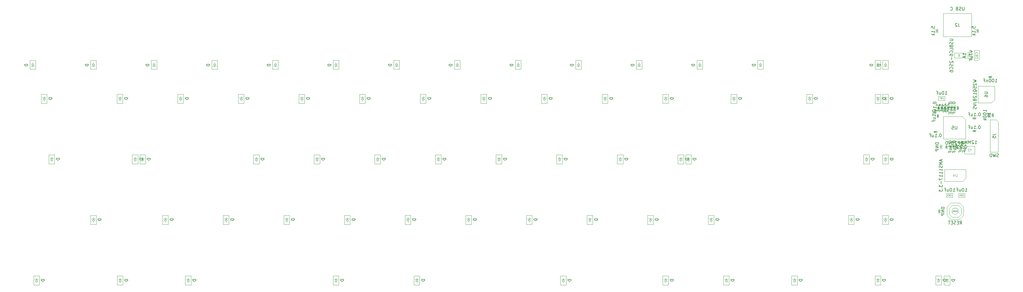
<source format=gbr>
%TF.GenerationSoftware,KiCad,Pcbnew,7.0.11*%
%TF.CreationDate,2024-04-25T10:19:36+05:30*%
%TF.ProjectId,Lexicon 69,4c657869-636f-46e2-9036-392e6b696361,rev?*%
%TF.SameCoordinates,Original*%
%TF.FileFunction,AssemblyDrawing,Bot*%
%FSLAX46Y46*%
G04 Gerber Fmt 4.6, Leading zero omitted, Abs format (unit mm)*
G04 Created by KiCad (PCBNEW 7.0.11) date 2024-04-25 10:19:36*
%MOMM*%
%LPD*%
G01*
G04 APERTURE LIST*
%ADD10C,0.150000*%
%ADD11C,0.040000*%
%ADD12C,0.080000*%
%ADD13C,0.105000*%
%ADD14C,0.060000*%
%ADD15C,0.120000*%
%ADD16C,0.100000*%
G04 APERTURE END LIST*
D10*
X353630057Y-99238095D02*
X353582438Y-99285714D01*
X353582438Y-99285714D02*
X353534819Y-99380952D01*
X353534819Y-99380952D02*
X353534819Y-99619047D01*
X353534819Y-99619047D02*
X353582438Y-99714285D01*
X353582438Y-99714285D02*
X353630057Y-99761904D01*
X353630057Y-99761904D02*
X353725295Y-99809523D01*
X353725295Y-99809523D02*
X353820533Y-99809523D01*
X353820533Y-99809523D02*
X353963390Y-99761904D01*
X353963390Y-99761904D02*
X354534819Y-99190476D01*
X354534819Y-99190476D02*
X354534819Y-99809523D01*
X353630057Y-100190476D02*
X353582438Y-100238095D01*
X353582438Y-100238095D02*
X353534819Y-100333333D01*
X353534819Y-100333333D02*
X353534819Y-100571428D01*
X353534819Y-100571428D02*
X353582438Y-100666666D01*
X353582438Y-100666666D02*
X353630057Y-100714285D01*
X353630057Y-100714285D02*
X353725295Y-100761904D01*
X353725295Y-100761904D02*
X353820533Y-100761904D01*
X353820533Y-100761904D02*
X353963390Y-100714285D01*
X353963390Y-100714285D02*
X354534819Y-100142857D01*
X354534819Y-100142857D02*
X354534819Y-100761904D01*
X354534819Y-101761904D02*
X354058628Y-101428571D01*
X354534819Y-101190476D02*
X353534819Y-101190476D01*
X353534819Y-101190476D02*
X353534819Y-101571428D01*
X353534819Y-101571428D02*
X353582438Y-101666666D01*
X353582438Y-101666666D02*
X353630057Y-101714285D01*
X353630057Y-101714285D02*
X353725295Y-101761904D01*
X353725295Y-101761904D02*
X353868152Y-101761904D01*
X353868152Y-101761904D02*
X353963390Y-101714285D01*
X353963390Y-101714285D02*
X354011009Y-101666666D01*
X354011009Y-101666666D02*
X354058628Y-101571428D01*
X354058628Y-101571428D02*
X354058628Y-101190476D01*
D11*
X355368200Y-100332857D02*
X355244391Y-100246190D01*
X355368200Y-100184285D02*
X355108200Y-100184285D01*
X355108200Y-100184285D02*
X355108200Y-100283333D01*
X355108200Y-100283333D02*
X355120581Y-100308095D01*
X355120581Y-100308095D02*
X355132962Y-100320476D01*
X355132962Y-100320476D02*
X355157724Y-100332857D01*
X355157724Y-100332857D02*
X355194867Y-100332857D01*
X355194867Y-100332857D02*
X355219629Y-100320476D01*
X355219629Y-100320476D02*
X355232010Y-100308095D01*
X355232010Y-100308095D02*
X355244391Y-100283333D01*
X355244391Y-100283333D02*
X355244391Y-100184285D01*
X355368200Y-100580476D02*
X355368200Y-100431904D01*
X355368200Y-100506190D02*
X355108200Y-100506190D01*
X355108200Y-100506190D02*
X355145343Y-100481428D01*
X355145343Y-100481428D02*
X355170105Y-100456666D01*
X355170105Y-100456666D02*
X355182486Y-100431904D01*
X355108200Y-100741428D02*
X355108200Y-100766190D01*
X355108200Y-100766190D02*
X355120581Y-100790952D01*
X355120581Y-100790952D02*
X355132962Y-100803333D01*
X355132962Y-100803333D02*
X355157724Y-100815714D01*
X355157724Y-100815714D02*
X355207248Y-100828095D01*
X355207248Y-100828095D02*
X355269153Y-100828095D01*
X355269153Y-100828095D02*
X355318677Y-100815714D01*
X355318677Y-100815714D02*
X355343439Y-100803333D01*
X355343439Y-100803333D02*
X355355820Y-100790952D01*
X355355820Y-100790952D02*
X355368200Y-100766190D01*
X355368200Y-100766190D02*
X355368200Y-100741428D01*
X355368200Y-100741428D02*
X355355820Y-100716666D01*
X355355820Y-100716666D02*
X355343439Y-100704285D01*
X355343439Y-100704285D02*
X355318677Y-100691904D01*
X355318677Y-100691904D02*
X355269153Y-100679523D01*
X355269153Y-100679523D02*
X355207248Y-100679523D01*
X355207248Y-100679523D02*
X355157724Y-100691904D01*
X355157724Y-100691904D02*
X355132962Y-100704285D01*
X355132962Y-100704285D02*
X355120581Y-100716666D01*
X355120581Y-100716666D02*
X355108200Y-100741428D01*
D10*
X282251694Y-135369345D02*
X281251694Y-135369345D01*
X281251694Y-135369345D02*
X281251694Y-135607440D01*
X281251694Y-135607440D02*
X281299313Y-135750297D01*
X281299313Y-135750297D02*
X281394551Y-135845535D01*
X281394551Y-135845535D02*
X281489789Y-135893154D01*
X281489789Y-135893154D02*
X281680265Y-135940773D01*
X281680265Y-135940773D02*
X281823122Y-135940773D01*
X281823122Y-135940773D02*
X282013598Y-135893154D01*
X282013598Y-135893154D02*
X282108836Y-135845535D01*
X282108836Y-135845535D02*
X282204075Y-135750297D01*
X282204075Y-135750297D02*
X282251694Y-135607440D01*
X282251694Y-135607440D02*
X282251694Y-135369345D01*
X352630057Y-99238095D02*
X352582438Y-99285714D01*
X352582438Y-99285714D02*
X352534819Y-99380952D01*
X352534819Y-99380952D02*
X352534819Y-99619047D01*
X352534819Y-99619047D02*
X352582438Y-99714285D01*
X352582438Y-99714285D02*
X352630057Y-99761904D01*
X352630057Y-99761904D02*
X352725295Y-99809523D01*
X352725295Y-99809523D02*
X352820533Y-99809523D01*
X352820533Y-99809523D02*
X352963390Y-99761904D01*
X352963390Y-99761904D02*
X353534819Y-99190476D01*
X353534819Y-99190476D02*
X353534819Y-99809523D01*
X352630057Y-100190476D02*
X352582438Y-100238095D01*
X352582438Y-100238095D02*
X352534819Y-100333333D01*
X352534819Y-100333333D02*
X352534819Y-100571428D01*
X352534819Y-100571428D02*
X352582438Y-100666666D01*
X352582438Y-100666666D02*
X352630057Y-100714285D01*
X352630057Y-100714285D02*
X352725295Y-100761904D01*
X352725295Y-100761904D02*
X352820533Y-100761904D01*
X352820533Y-100761904D02*
X352963390Y-100714285D01*
X352963390Y-100714285D02*
X353534819Y-100142857D01*
X353534819Y-100142857D02*
X353534819Y-100761904D01*
X353534819Y-101761904D02*
X353058628Y-101428571D01*
X353534819Y-101190476D02*
X352534819Y-101190476D01*
X352534819Y-101190476D02*
X352534819Y-101571428D01*
X352534819Y-101571428D02*
X352582438Y-101666666D01*
X352582438Y-101666666D02*
X352630057Y-101714285D01*
X352630057Y-101714285D02*
X352725295Y-101761904D01*
X352725295Y-101761904D02*
X352868152Y-101761904D01*
X352868152Y-101761904D02*
X352963390Y-101714285D01*
X352963390Y-101714285D02*
X353011009Y-101666666D01*
X353011009Y-101666666D02*
X353058628Y-101571428D01*
X353058628Y-101571428D02*
X353058628Y-101190476D01*
D11*
X354368200Y-100332857D02*
X354244391Y-100246190D01*
X354368200Y-100184285D02*
X354108200Y-100184285D01*
X354108200Y-100184285D02*
X354108200Y-100283333D01*
X354108200Y-100283333D02*
X354120581Y-100308095D01*
X354120581Y-100308095D02*
X354132962Y-100320476D01*
X354132962Y-100320476D02*
X354157724Y-100332857D01*
X354157724Y-100332857D02*
X354194867Y-100332857D01*
X354194867Y-100332857D02*
X354219629Y-100320476D01*
X354219629Y-100320476D02*
X354232010Y-100308095D01*
X354232010Y-100308095D02*
X354244391Y-100283333D01*
X354244391Y-100283333D02*
X354244391Y-100184285D01*
X354368200Y-100580476D02*
X354368200Y-100431904D01*
X354368200Y-100506190D02*
X354108200Y-100506190D01*
X354108200Y-100506190D02*
X354145343Y-100481428D01*
X354145343Y-100481428D02*
X354170105Y-100456666D01*
X354170105Y-100456666D02*
X354182486Y-100431904D01*
X354368200Y-100828095D02*
X354368200Y-100679523D01*
X354368200Y-100753809D02*
X354108200Y-100753809D01*
X354108200Y-100753809D02*
X354145343Y-100729047D01*
X354145343Y-100729047D02*
X354170105Y-100704285D01*
X354170105Y-100704285D02*
X354182486Y-100679523D01*
D10*
X103229819Y-86753720D02*
X102229819Y-86753720D01*
X102229819Y-86753720D02*
X102229819Y-86991815D01*
X102229819Y-86991815D02*
X102277438Y-87134672D01*
X102277438Y-87134672D02*
X102372676Y-87229910D01*
X102372676Y-87229910D02*
X102467914Y-87277529D01*
X102467914Y-87277529D02*
X102658390Y-87325148D01*
X102658390Y-87325148D02*
X102801247Y-87325148D01*
X102801247Y-87325148D02*
X102991723Y-87277529D01*
X102991723Y-87277529D02*
X103086961Y-87229910D01*
X103086961Y-87229910D02*
X103182200Y-87134672D01*
X103182200Y-87134672D02*
X103229819Y-86991815D01*
X103229819Y-86991815D02*
X103229819Y-86753720D01*
X364142856Y-102044819D02*
X364047618Y-102044819D01*
X364047618Y-102044819D02*
X363952380Y-102092438D01*
X363952380Y-102092438D02*
X363904761Y-102140057D01*
X363904761Y-102140057D02*
X363857142Y-102235295D01*
X363857142Y-102235295D02*
X363809523Y-102425771D01*
X363809523Y-102425771D02*
X363809523Y-102663866D01*
X363809523Y-102663866D02*
X363857142Y-102854342D01*
X363857142Y-102854342D02*
X363904761Y-102949580D01*
X363904761Y-102949580D02*
X363952380Y-102997200D01*
X363952380Y-102997200D02*
X364047618Y-103044819D01*
X364047618Y-103044819D02*
X364142856Y-103044819D01*
X364142856Y-103044819D02*
X364238094Y-102997200D01*
X364238094Y-102997200D02*
X364285713Y-102949580D01*
X364285713Y-102949580D02*
X364333332Y-102854342D01*
X364333332Y-102854342D02*
X364380951Y-102663866D01*
X364380951Y-102663866D02*
X364380951Y-102425771D01*
X364380951Y-102425771D02*
X364333332Y-102235295D01*
X364333332Y-102235295D02*
X364285713Y-102140057D01*
X364285713Y-102140057D02*
X364238094Y-102092438D01*
X364238094Y-102092438D02*
X364142856Y-102044819D01*
X363380951Y-102949580D02*
X363333332Y-102997200D01*
X363333332Y-102997200D02*
X363380951Y-103044819D01*
X363380951Y-103044819D02*
X363428570Y-102997200D01*
X363428570Y-102997200D02*
X363380951Y-102949580D01*
X363380951Y-102949580D02*
X363380951Y-103044819D01*
X362380952Y-103044819D02*
X362952380Y-103044819D01*
X362666666Y-103044819D02*
X362666666Y-102044819D01*
X362666666Y-102044819D02*
X362761904Y-102187676D01*
X362761904Y-102187676D02*
X362857142Y-102282914D01*
X362857142Y-102282914D02*
X362952380Y-102330533D01*
X361523809Y-102378152D02*
X361523809Y-103044819D01*
X361952380Y-102378152D02*
X361952380Y-102901961D01*
X361952380Y-102901961D02*
X361904761Y-102997200D01*
X361904761Y-102997200D02*
X361809523Y-103044819D01*
X361809523Y-103044819D02*
X361666666Y-103044819D01*
X361666666Y-103044819D02*
X361571428Y-102997200D01*
X361571428Y-102997200D02*
X361523809Y-102949580D01*
X360714285Y-102521009D02*
X361047618Y-102521009D01*
X361047618Y-103044819D02*
X361047618Y-102044819D01*
X361047618Y-102044819D02*
X360571428Y-102044819D01*
D11*
X362660714Y-103839765D02*
X362672618Y-103851670D01*
X362672618Y-103851670D02*
X362708333Y-103863574D01*
X362708333Y-103863574D02*
X362732142Y-103863574D01*
X362732142Y-103863574D02*
X362767856Y-103851670D01*
X362767856Y-103851670D02*
X362791666Y-103827860D01*
X362791666Y-103827860D02*
X362803571Y-103804050D01*
X362803571Y-103804050D02*
X362815475Y-103756431D01*
X362815475Y-103756431D02*
X362815475Y-103720717D01*
X362815475Y-103720717D02*
X362803571Y-103673098D01*
X362803571Y-103673098D02*
X362791666Y-103649289D01*
X362791666Y-103649289D02*
X362767856Y-103625479D01*
X362767856Y-103625479D02*
X362732142Y-103613574D01*
X362732142Y-103613574D02*
X362708333Y-103613574D01*
X362708333Y-103613574D02*
X362672618Y-103625479D01*
X362672618Y-103625479D02*
X362660714Y-103637384D01*
X362541666Y-103863574D02*
X362494047Y-103863574D01*
X362494047Y-103863574D02*
X362470237Y-103851670D01*
X362470237Y-103851670D02*
X362458333Y-103839765D01*
X362458333Y-103839765D02*
X362434523Y-103804050D01*
X362434523Y-103804050D02*
X362422618Y-103756431D01*
X362422618Y-103756431D02*
X362422618Y-103661193D01*
X362422618Y-103661193D02*
X362434523Y-103637384D01*
X362434523Y-103637384D02*
X362446428Y-103625479D01*
X362446428Y-103625479D02*
X362470237Y-103613574D01*
X362470237Y-103613574D02*
X362517856Y-103613574D01*
X362517856Y-103613574D02*
X362541666Y-103625479D01*
X362541666Y-103625479D02*
X362553571Y-103637384D01*
X362553571Y-103637384D02*
X362565475Y-103661193D01*
X362565475Y-103661193D02*
X362565475Y-103720717D01*
X362565475Y-103720717D02*
X362553571Y-103744527D01*
X362553571Y-103744527D02*
X362541666Y-103756431D01*
X362541666Y-103756431D02*
X362517856Y-103768336D01*
X362517856Y-103768336D02*
X362470237Y-103768336D01*
X362470237Y-103768336D02*
X362446428Y-103756431D01*
X362446428Y-103756431D02*
X362434523Y-103744527D01*
X362434523Y-103744527D02*
X362422618Y-103720717D01*
X362208333Y-103696908D02*
X362208333Y-103863574D01*
X362267857Y-103601670D02*
X362327380Y-103780241D01*
X362327380Y-103780241D02*
X362172619Y-103780241D01*
D10*
X253676694Y-116319345D02*
X252676694Y-116319345D01*
X252676694Y-116319345D02*
X252676694Y-116557440D01*
X252676694Y-116557440D02*
X252724313Y-116700297D01*
X252724313Y-116700297D02*
X252819551Y-116795535D01*
X252819551Y-116795535D02*
X252914789Y-116843154D01*
X252914789Y-116843154D02*
X253105265Y-116890773D01*
X253105265Y-116890773D02*
X253248122Y-116890773D01*
X253248122Y-116890773D02*
X253438598Y-116843154D01*
X253438598Y-116843154D02*
X253533836Y-116795535D01*
X253533836Y-116795535D02*
X253629075Y-116700297D01*
X253629075Y-116700297D02*
X253676694Y-116557440D01*
X253676694Y-116557440D02*
X253676694Y-116319345D01*
X217604819Y-86753720D02*
X216604819Y-86753720D01*
X216604819Y-86753720D02*
X216604819Y-86991815D01*
X216604819Y-86991815D02*
X216652438Y-87134672D01*
X216652438Y-87134672D02*
X216747676Y-87229910D01*
X216747676Y-87229910D02*
X216842914Y-87277529D01*
X216842914Y-87277529D02*
X217033390Y-87325148D01*
X217033390Y-87325148D02*
X217176247Y-87325148D01*
X217176247Y-87325148D02*
X217366723Y-87277529D01*
X217366723Y-87277529D02*
X217461961Y-87229910D01*
X217461961Y-87229910D02*
X217557200Y-87134672D01*
X217557200Y-87134672D02*
X217604819Y-86991815D01*
X217604819Y-86991815D02*
X217604819Y-86753720D01*
X287014194Y-154419345D02*
X286014194Y-154419345D01*
X286014194Y-154419345D02*
X286014194Y-154657440D01*
X286014194Y-154657440D02*
X286061813Y-154800297D01*
X286061813Y-154800297D02*
X286157051Y-154895535D01*
X286157051Y-154895535D02*
X286252289Y-154943154D01*
X286252289Y-154943154D02*
X286442765Y-154990773D01*
X286442765Y-154990773D02*
X286585622Y-154990773D01*
X286585622Y-154990773D02*
X286776098Y-154943154D01*
X286776098Y-154943154D02*
X286871336Y-154895535D01*
X286871336Y-154895535D02*
X286966575Y-154800297D01*
X286966575Y-154800297D02*
X287014194Y-154657440D01*
X287014194Y-154657440D02*
X287014194Y-154419345D01*
X353321428Y-96274819D02*
X353892856Y-96274819D01*
X353607142Y-96274819D02*
X353607142Y-95274819D01*
X353607142Y-95274819D02*
X353702380Y-95417676D01*
X353702380Y-95417676D02*
X353797618Y-95512914D01*
X353797618Y-95512914D02*
X353892856Y-95560533D01*
X352702380Y-95274819D02*
X352607142Y-95274819D01*
X352607142Y-95274819D02*
X352511904Y-95322438D01*
X352511904Y-95322438D02*
X352464285Y-95370057D01*
X352464285Y-95370057D02*
X352416666Y-95465295D01*
X352416666Y-95465295D02*
X352369047Y-95655771D01*
X352369047Y-95655771D02*
X352369047Y-95893866D01*
X352369047Y-95893866D02*
X352416666Y-96084342D01*
X352416666Y-96084342D02*
X352464285Y-96179580D01*
X352464285Y-96179580D02*
X352511904Y-96227200D01*
X352511904Y-96227200D02*
X352607142Y-96274819D01*
X352607142Y-96274819D02*
X352702380Y-96274819D01*
X352702380Y-96274819D02*
X352797618Y-96227200D01*
X352797618Y-96227200D02*
X352845237Y-96179580D01*
X352845237Y-96179580D02*
X352892856Y-96084342D01*
X352892856Y-96084342D02*
X352940475Y-95893866D01*
X352940475Y-95893866D02*
X352940475Y-95655771D01*
X352940475Y-95655771D02*
X352892856Y-95465295D01*
X352892856Y-95465295D02*
X352845237Y-95370057D01*
X352845237Y-95370057D02*
X352797618Y-95322438D01*
X352797618Y-95322438D02*
X352702380Y-95274819D01*
X351511904Y-95608152D02*
X351511904Y-96274819D01*
X351940475Y-95608152D02*
X351940475Y-96131961D01*
X351940475Y-96131961D02*
X351892856Y-96227200D01*
X351892856Y-96227200D02*
X351797618Y-96274819D01*
X351797618Y-96274819D02*
X351654761Y-96274819D01*
X351654761Y-96274819D02*
X351559523Y-96227200D01*
X351559523Y-96227200D02*
X351511904Y-96179580D01*
X350702380Y-95751009D02*
X351035713Y-95751009D01*
X351035713Y-96274819D02*
X351035713Y-95274819D01*
X351035713Y-95274819D02*
X350559523Y-95274819D01*
D12*
X352571428Y-97679530D02*
X352595237Y-97703340D01*
X352595237Y-97703340D02*
X352666666Y-97727149D01*
X352666666Y-97727149D02*
X352714285Y-97727149D01*
X352714285Y-97727149D02*
X352785713Y-97703340D01*
X352785713Y-97703340D02*
X352833332Y-97655720D01*
X352833332Y-97655720D02*
X352857142Y-97608101D01*
X352857142Y-97608101D02*
X352880951Y-97512863D01*
X352880951Y-97512863D02*
X352880951Y-97441435D01*
X352880951Y-97441435D02*
X352857142Y-97346197D01*
X352857142Y-97346197D02*
X352833332Y-97298578D01*
X352833332Y-97298578D02*
X352785713Y-97250959D01*
X352785713Y-97250959D02*
X352714285Y-97227149D01*
X352714285Y-97227149D02*
X352666666Y-97227149D01*
X352666666Y-97227149D02*
X352595237Y-97250959D01*
X352595237Y-97250959D02*
X352571428Y-97274768D01*
X352333332Y-97727149D02*
X352238094Y-97727149D01*
X352238094Y-97727149D02*
X352190475Y-97703340D01*
X352190475Y-97703340D02*
X352166666Y-97679530D01*
X352166666Y-97679530D02*
X352119047Y-97608101D01*
X352119047Y-97608101D02*
X352095237Y-97512863D01*
X352095237Y-97512863D02*
X352095237Y-97322387D01*
X352095237Y-97322387D02*
X352119047Y-97274768D01*
X352119047Y-97274768D02*
X352142856Y-97250959D01*
X352142856Y-97250959D02*
X352190475Y-97227149D01*
X352190475Y-97227149D02*
X352285713Y-97227149D01*
X352285713Y-97227149D02*
X352333332Y-97250959D01*
X352333332Y-97250959D02*
X352357142Y-97274768D01*
X352357142Y-97274768D02*
X352380951Y-97322387D01*
X352380951Y-97322387D02*
X352380951Y-97441435D01*
X352380951Y-97441435D02*
X352357142Y-97489054D01*
X352357142Y-97489054D02*
X352333332Y-97512863D01*
X352333332Y-97512863D02*
X352285713Y-97536673D01*
X352285713Y-97536673D02*
X352190475Y-97536673D01*
X352190475Y-97536673D02*
X352142856Y-97512863D01*
X352142856Y-97512863D02*
X352119047Y-97489054D01*
X352119047Y-97489054D02*
X352095237Y-97441435D01*
X351928571Y-97227149D02*
X351595238Y-97227149D01*
X351595238Y-97227149D02*
X351809523Y-97727149D01*
D10*
X134614194Y-97269345D02*
X133614194Y-97269345D01*
X133614194Y-97269345D02*
X133614194Y-97507440D01*
X133614194Y-97507440D02*
X133661813Y-97650297D01*
X133661813Y-97650297D02*
X133757051Y-97745535D01*
X133757051Y-97745535D02*
X133852289Y-97793154D01*
X133852289Y-97793154D02*
X134042765Y-97840773D01*
X134042765Y-97840773D02*
X134185622Y-97840773D01*
X134185622Y-97840773D02*
X134376098Y-97793154D01*
X134376098Y-97793154D02*
X134471336Y-97745535D01*
X134471336Y-97745535D02*
X134566575Y-97650297D01*
X134566575Y-97650297D02*
X134614194Y-97507440D01*
X134614194Y-97507440D02*
X134614194Y-97269345D01*
X355614819Y-111107143D02*
X355614819Y-111202381D01*
X355614819Y-111202381D02*
X355662438Y-111297619D01*
X355662438Y-111297619D02*
X355710057Y-111345238D01*
X355710057Y-111345238D02*
X355805295Y-111392857D01*
X355805295Y-111392857D02*
X355995771Y-111440476D01*
X355995771Y-111440476D02*
X356233866Y-111440476D01*
X356233866Y-111440476D02*
X356424342Y-111392857D01*
X356424342Y-111392857D02*
X356519580Y-111345238D01*
X356519580Y-111345238D02*
X356567200Y-111297619D01*
X356567200Y-111297619D02*
X356614819Y-111202381D01*
X356614819Y-111202381D02*
X356614819Y-111107143D01*
X356614819Y-111107143D02*
X356567200Y-111011905D01*
X356567200Y-111011905D02*
X356519580Y-110964286D01*
X356519580Y-110964286D02*
X356424342Y-110916667D01*
X356424342Y-110916667D02*
X356233866Y-110869048D01*
X356233866Y-110869048D02*
X355995771Y-110869048D01*
X355995771Y-110869048D02*
X355805295Y-110916667D01*
X355805295Y-110916667D02*
X355710057Y-110964286D01*
X355710057Y-110964286D02*
X355662438Y-111011905D01*
X355662438Y-111011905D02*
X355614819Y-111107143D01*
X356519580Y-111869048D02*
X356567200Y-111916667D01*
X356567200Y-111916667D02*
X356614819Y-111869048D01*
X356614819Y-111869048D02*
X356567200Y-111821429D01*
X356567200Y-111821429D02*
X356519580Y-111869048D01*
X356519580Y-111869048D02*
X356614819Y-111869048D01*
X356614819Y-112869047D02*
X356614819Y-112297619D01*
X356614819Y-112583333D02*
X355614819Y-112583333D01*
X355614819Y-112583333D02*
X355757676Y-112488095D01*
X355757676Y-112488095D02*
X355852914Y-112392857D01*
X355852914Y-112392857D02*
X355900533Y-112297619D01*
X355948152Y-113726190D02*
X356614819Y-113726190D01*
X355948152Y-113297619D02*
X356471961Y-113297619D01*
X356471961Y-113297619D02*
X356567200Y-113345238D01*
X356567200Y-113345238D02*
X356614819Y-113440476D01*
X356614819Y-113440476D02*
X356614819Y-113583333D01*
X356614819Y-113583333D02*
X356567200Y-113678571D01*
X356567200Y-113678571D02*
X356519580Y-113726190D01*
X356091009Y-114535714D02*
X356091009Y-114202381D01*
X356614819Y-114202381D02*
X355614819Y-114202381D01*
X355614819Y-114202381D02*
X355614819Y-114678571D01*
D11*
X355089765Y-112589285D02*
X355101670Y-112577381D01*
X355101670Y-112577381D02*
X355113574Y-112541666D01*
X355113574Y-112541666D02*
X355113574Y-112517857D01*
X355113574Y-112517857D02*
X355101670Y-112482143D01*
X355101670Y-112482143D02*
X355077860Y-112458333D01*
X355077860Y-112458333D02*
X355054050Y-112446428D01*
X355054050Y-112446428D02*
X355006431Y-112434524D01*
X355006431Y-112434524D02*
X354970717Y-112434524D01*
X354970717Y-112434524D02*
X354923098Y-112446428D01*
X354923098Y-112446428D02*
X354899289Y-112458333D01*
X354899289Y-112458333D02*
X354875479Y-112482143D01*
X354875479Y-112482143D02*
X354863574Y-112517857D01*
X354863574Y-112517857D02*
X354863574Y-112541666D01*
X354863574Y-112541666D02*
X354875479Y-112577381D01*
X354875479Y-112577381D02*
X354887384Y-112589285D01*
X355113574Y-112708333D02*
X355113574Y-112755952D01*
X355113574Y-112755952D02*
X355101670Y-112779762D01*
X355101670Y-112779762D02*
X355089765Y-112791666D01*
X355089765Y-112791666D02*
X355054050Y-112815476D01*
X355054050Y-112815476D02*
X355006431Y-112827381D01*
X355006431Y-112827381D02*
X354911193Y-112827381D01*
X354911193Y-112827381D02*
X354887384Y-112815476D01*
X354887384Y-112815476D02*
X354875479Y-112803571D01*
X354875479Y-112803571D02*
X354863574Y-112779762D01*
X354863574Y-112779762D02*
X354863574Y-112732143D01*
X354863574Y-112732143D02*
X354875479Y-112708333D01*
X354875479Y-112708333D02*
X354887384Y-112696428D01*
X354887384Y-112696428D02*
X354911193Y-112684524D01*
X354911193Y-112684524D02*
X354970717Y-112684524D01*
X354970717Y-112684524D02*
X354994527Y-112696428D01*
X354994527Y-112696428D02*
X355006431Y-112708333D01*
X355006431Y-112708333D02*
X355018336Y-112732143D01*
X355018336Y-112732143D02*
X355018336Y-112779762D01*
X355018336Y-112779762D02*
X355006431Y-112803571D01*
X355006431Y-112803571D02*
X354994527Y-112815476D01*
X354994527Y-112815476D02*
X354970717Y-112827381D01*
X354887384Y-112922619D02*
X354875479Y-112934523D01*
X354875479Y-112934523D02*
X354863574Y-112958333D01*
X354863574Y-112958333D02*
X354863574Y-113017857D01*
X354863574Y-113017857D02*
X354875479Y-113041666D01*
X354875479Y-113041666D02*
X354887384Y-113053571D01*
X354887384Y-113053571D02*
X354911193Y-113065476D01*
X354911193Y-113065476D02*
X354935003Y-113065476D01*
X354935003Y-113065476D02*
X354970717Y-113053571D01*
X354970717Y-113053571D02*
X355113574Y-112910714D01*
X355113574Y-112910714D02*
X355113574Y-113065476D01*
D10*
X101276694Y-116319345D02*
X100276694Y-116319345D01*
X100276694Y-116319345D02*
X100276694Y-116557440D01*
X100276694Y-116557440D02*
X100324313Y-116700297D01*
X100324313Y-116700297D02*
X100419551Y-116795535D01*
X100419551Y-116795535D02*
X100514789Y-116843154D01*
X100514789Y-116843154D02*
X100705265Y-116890773D01*
X100705265Y-116890773D02*
X100848122Y-116890773D01*
X100848122Y-116890773D02*
X101038598Y-116843154D01*
X101038598Y-116843154D02*
X101133836Y-116795535D01*
X101133836Y-116795535D02*
X101229075Y-116700297D01*
X101229075Y-116700297D02*
X101276694Y-116557440D01*
X101276694Y-116557440D02*
X101276694Y-116319345D01*
X122279819Y-86753720D02*
X121279819Y-86753720D01*
X121279819Y-86753720D02*
X121279819Y-86991815D01*
X121279819Y-86991815D02*
X121327438Y-87134672D01*
X121327438Y-87134672D02*
X121422676Y-87229910D01*
X121422676Y-87229910D02*
X121517914Y-87277529D01*
X121517914Y-87277529D02*
X121708390Y-87325148D01*
X121708390Y-87325148D02*
X121851247Y-87325148D01*
X121851247Y-87325148D02*
X122041723Y-87277529D01*
X122041723Y-87277529D02*
X122136961Y-87229910D01*
X122136961Y-87229910D02*
X122232200Y-87134672D01*
X122232200Y-87134672D02*
X122279819Y-86991815D01*
X122279819Y-86991815D02*
X122279819Y-86753720D01*
X362690476Y-111754819D02*
X363261904Y-111754819D01*
X362976190Y-111754819D02*
X362976190Y-110754819D01*
X362976190Y-110754819D02*
X363071428Y-110897676D01*
X363071428Y-110897676D02*
X363166666Y-110992914D01*
X363166666Y-110992914D02*
X363261904Y-111040533D01*
X362309523Y-110850057D02*
X362261904Y-110802438D01*
X362261904Y-110802438D02*
X362166666Y-110754819D01*
X362166666Y-110754819D02*
X361928571Y-110754819D01*
X361928571Y-110754819D02*
X361833333Y-110802438D01*
X361833333Y-110802438D02*
X361785714Y-110850057D01*
X361785714Y-110850057D02*
X361738095Y-110945295D01*
X361738095Y-110945295D02*
X361738095Y-111040533D01*
X361738095Y-111040533D02*
X361785714Y-111183390D01*
X361785714Y-111183390D02*
X362357142Y-111754819D01*
X362357142Y-111754819D02*
X361738095Y-111754819D01*
X361309523Y-111754819D02*
X361309523Y-110754819D01*
X361309523Y-110754819D02*
X360976190Y-111469104D01*
X360976190Y-111469104D02*
X360642857Y-110754819D01*
X360642857Y-110754819D02*
X360642857Y-111754819D01*
X360166666Y-111754819D02*
X360166666Y-110754819D01*
X360166666Y-111231009D02*
X359595238Y-111231009D01*
X359595238Y-111754819D02*
X359595238Y-110754819D01*
X359214285Y-111088152D02*
X358690476Y-111088152D01*
X358690476Y-111088152D02*
X359214285Y-111754819D01*
X359214285Y-111754819D02*
X358690476Y-111754819D01*
D13*
X361333333Y-113735040D02*
X361333333Y-114068373D01*
X361566666Y-113368373D02*
X361333333Y-113735040D01*
X361333333Y-113735040D02*
X361099999Y-113368373D01*
X360899999Y-113435040D02*
X360866666Y-113401706D01*
X360866666Y-113401706D02*
X360799999Y-113368373D01*
X360799999Y-113368373D02*
X360633333Y-113368373D01*
X360633333Y-113368373D02*
X360566666Y-113401706D01*
X360566666Y-113401706D02*
X360533333Y-113435040D01*
X360533333Y-113435040D02*
X360499999Y-113501706D01*
X360499999Y-113501706D02*
X360499999Y-113568373D01*
X360499999Y-113568373D02*
X360533333Y-113668373D01*
X360533333Y-113668373D02*
X360933333Y-114068373D01*
X360933333Y-114068373D02*
X360499999Y-114068373D01*
D10*
X357952381Y-137054819D02*
X358285714Y-136578628D01*
X358523809Y-137054819D02*
X358523809Y-136054819D01*
X358523809Y-136054819D02*
X358142857Y-136054819D01*
X358142857Y-136054819D02*
X358047619Y-136102438D01*
X358047619Y-136102438D02*
X358000000Y-136150057D01*
X358000000Y-136150057D02*
X357952381Y-136245295D01*
X357952381Y-136245295D02*
X357952381Y-136388152D01*
X357952381Y-136388152D02*
X358000000Y-136483390D01*
X358000000Y-136483390D02*
X358047619Y-136531009D01*
X358047619Y-136531009D02*
X358142857Y-136578628D01*
X358142857Y-136578628D02*
X358523809Y-136578628D01*
X357523809Y-136531009D02*
X357190476Y-136531009D01*
X357047619Y-137054819D02*
X357523809Y-137054819D01*
X357523809Y-137054819D02*
X357523809Y-136054819D01*
X357523809Y-136054819D02*
X357047619Y-136054819D01*
X356666666Y-137007200D02*
X356523809Y-137054819D01*
X356523809Y-137054819D02*
X356285714Y-137054819D01*
X356285714Y-137054819D02*
X356190476Y-137007200D01*
X356190476Y-137007200D02*
X356142857Y-136959580D01*
X356142857Y-136959580D02*
X356095238Y-136864342D01*
X356095238Y-136864342D02*
X356095238Y-136769104D01*
X356095238Y-136769104D02*
X356142857Y-136673866D01*
X356142857Y-136673866D02*
X356190476Y-136626247D01*
X356190476Y-136626247D02*
X356285714Y-136578628D01*
X356285714Y-136578628D02*
X356476190Y-136531009D01*
X356476190Y-136531009D02*
X356571428Y-136483390D01*
X356571428Y-136483390D02*
X356619047Y-136435771D01*
X356619047Y-136435771D02*
X356666666Y-136340533D01*
X356666666Y-136340533D02*
X356666666Y-136245295D01*
X356666666Y-136245295D02*
X356619047Y-136150057D01*
X356619047Y-136150057D02*
X356571428Y-136102438D01*
X356571428Y-136102438D02*
X356476190Y-136054819D01*
X356476190Y-136054819D02*
X356238095Y-136054819D01*
X356238095Y-136054819D02*
X356095238Y-136102438D01*
X355666666Y-136531009D02*
X355333333Y-136531009D01*
X355190476Y-137054819D02*
X355666666Y-137054819D01*
X355666666Y-137054819D02*
X355666666Y-136054819D01*
X355666666Y-136054819D02*
X355190476Y-136054819D01*
X354904761Y-136054819D02*
X354333333Y-136054819D01*
X354619047Y-137054819D02*
X354619047Y-136054819D01*
D14*
X357223808Y-133162880D02*
X357166665Y-133181927D01*
X357166665Y-133181927D02*
X357071427Y-133181927D01*
X357071427Y-133181927D02*
X357033332Y-133162880D01*
X357033332Y-133162880D02*
X357014284Y-133143832D01*
X357014284Y-133143832D02*
X356995237Y-133105737D01*
X356995237Y-133105737D02*
X356995237Y-133067641D01*
X356995237Y-133067641D02*
X357014284Y-133029546D01*
X357014284Y-133029546D02*
X357033332Y-133010499D01*
X357033332Y-133010499D02*
X357071427Y-132991451D01*
X357071427Y-132991451D02*
X357147618Y-132972403D01*
X357147618Y-132972403D02*
X357185713Y-132953356D01*
X357185713Y-132953356D02*
X357204760Y-132934308D01*
X357204760Y-132934308D02*
X357223808Y-132896213D01*
X357223808Y-132896213D02*
X357223808Y-132858118D01*
X357223808Y-132858118D02*
X357204760Y-132820022D01*
X357204760Y-132820022D02*
X357185713Y-132800975D01*
X357185713Y-132800975D02*
X357147618Y-132781927D01*
X357147618Y-132781927D02*
X357052379Y-132781927D01*
X357052379Y-132781927D02*
X356995237Y-132800975D01*
X356861904Y-132781927D02*
X356766666Y-133181927D01*
X356766666Y-133181927D02*
X356690475Y-132896213D01*
X356690475Y-132896213D02*
X356614285Y-133181927D01*
X356614285Y-133181927D02*
X356519047Y-132781927D01*
X356195237Y-132781927D02*
X356271427Y-132781927D01*
X356271427Y-132781927D02*
X356309523Y-132800975D01*
X356309523Y-132800975D02*
X356328570Y-132820022D01*
X356328570Y-132820022D02*
X356366665Y-132877165D01*
X356366665Y-132877165D02*
X356385713Y-132953356D01*
X356385713Y-132953356D02*
X356385713Y-133105737D01*
X356385713Y-133105737D02*
X356366665Y-133143832D01*
X356366665Y-133143832D02*
X356347618Y-133162880D01*
X356347618Y-133162880D02*
X356309523Y-133181927D01*
X356309523Y-133181927D02*
X356233332Y-133181927D01*
X356233332Y-133181927D02*
X356195237Y-133162880D01*
X356195237Y-133162880D02*
X356176189Y-133143832D01*
X356176189Y-133143832D02*
X356157142Y-133105737D01*
X356157142Y-133105737D02*
X356157142Y-133010499D01*
X356157142Y-133010499D02*
X356176189Y-132972403D01*
X356176189Y-132972403D02*
X356195237Y-132953356D01*
X356195237Y-132953356D02*
X356233332Y-132934308D01*
X356233332Y-132934308D02*
X356309523Y-132934308D01*
X356309523Y-132934308D02*
X356347618Y-132953356D01*
X356347618Y-132953356D02*
X356366665Y-132972403D01*
X356366665Y-132972403D02*
X356385713Y-133010499D01*
X355795237Y-132781927D02*
X355985713Y-132781927D01*
X355985713Y-132781927D02*
X356004761Y-132972403D01*
X356004761Y-132972403D02*
X355985713Y-132953356D01*
X355985713Y-132953356D02*
X355947618Y-132934308D01*
X355947618Y-132934308D02*
X355852380Y-132934308D01*
X355852380Y-132934308D02*
X355814285Y-132953356D01*
X355814285Y-132953356D02*
X355795237Y-132972403D01*
X355795237Y-132972403D02*
X355776190Y-133010499D01*
X355776190Y-133010499D02*
X355776190Y-133105737D01*
X355776190Y-133105737D02*
X355795237Y-133143832D01*
X355795237Y-133143832D02*
X355814285Y-133162880D01*
X355814285Y-133162880D02*
X355852380Y-133181927D01*
X355852380Y-133181927D02*
X355947618Y-133181927D01*
X355947618Y-133181927D02*
X355985713Y-133162880D01*
X355985713Y-133162880D02*
X356004761Y-133143832D01*
D10*
X359603428Y-126774819D02*
X360174856Y-126774819D01*
X359889142Y-126774819D02*
X359889142Y-125774819D01*
X359889142Y-125774819D02*
X359984380Y-125917676D01*
X359984380Y-125917676D02*
X360079618Y-126012914D01*
X360079618Y-126012914D02*
X360174856Y-126060533D01*
X358984380Y-125774819D02*
X358889142Y-125774819D01*
X358889142Y-125774819D02*
X358793904Y-125822438D01*
X358793904Y-125822438D02*
X358746285Y-125870057D01*
X358746285Y-125870057D02*
X358698666Y-125965295D01*
X358698666Y-125965295D02*
X358651047Y-126155771D01*
X358651047Y-126155771D02*
X358651047Y-126393866D01*
X358651047Y-126393866D02*
X358698666Y-126584342D01*
X358698666Y-126584342D02*
X358746285Y-126679580D01*
X358746285Y-126679580D02*
X358793904Y-126727200D01*
X358793904Y-126727200D02*
X358889142Y-126774819D01*
X358889142Y-126774819D02*
X358984380Y-126774819D01*
X358984380Y-126774819D02*
X359079618Y-126727200D01*
X359079618Y-126727200D02*
X359127237Y-126679580D01*
X359127237Y-126679580D02*
X359174856Y-126584342D01*
X359174856Y-126584342D02*
X359222475Y-126393866D01*
X359222475Y-126393866D02*
X359222475Y-126155771D01*
X359222475Y-126155771D02*
X359174856Y-125965295D01*
X359174856Y-125965295D02*
X359127237Y-125870057D01*
X359127237Y-125870057D02*
X359079618Y-125822438D01*
X359079618Y-125822438D02*
X358984380Y-125774819D01*
X357793904Y-126108152D02*
X357793904Y-126774819D01*
X358222475Y-126108152D02*
X358222475Y-126631961D01*
X358222475Y-126631961D02*
X358174856Y-126727200D01*
X358174856Y-126727200D02*
X358079618Y-126774819D01*
X358079618Y-126774819D02*
X357936761Y-126774819D01*
X357936761Y-126774819D02*
X357841523Y-126727200D01*
X357841523Y-126727200D02*
X357793904Y-126679580D01*
X356984380Y-126251009D02*
X357317713Y-126251009D01*
X357317713Y-126774819D02*
X357317713Y-125774819D01*
X357317713Y-125774819D02*
X356841523Y-125774819D01*
D12*
X358853428Y-128179530D02*
X358877237Y-128203340D01*
X358877237Y-128203340D02*
X358948666Y-128227149D01*
X358948666Y-128227149D02*
X358996285Y-128227149D01*
X358996285Y-128227149D02*
X359067713Y-128203340D01*
X359067713Y-128203340D02*
X359115332Y-128155720D01*
X359115332Y-128155720D02*
X359139142Y-128108101D01*
X359139142Y-128108101D02*
X359162951Y-128012863D01*
X359162951Y-128012863D02*
X359162951Y-127941435D01*
X359162951Y-127941435D02*
X359139142Y-127846197D01*
X359139142Y-127846197D02*
X359115332Y-127798578D01*
X359115332Y-127798578D02*
X359067713Y-127750959D01*
X359067713Y-127750959D02*
X358996285Y-127727149D01*
X358996285Y-127727149D02*
X358948666Y-127727149D01*
X358948666Y-127727149D02*
X358877237Y-127750959D01*
X358877237Y-127750959D02*
X358853428Y-127774768D01*
X358567713Y-127941435D02*
X358615332Y-127917625D01*
X358615332Y-127917625D02*
X358639142Y-127893816D01*
X358639142Y-127893816D02*
X358662951Y-127846197D01*
X358662951Y-127846197D02*
X358662951Y-127822387D01*
X358662951Y-127822387D02*
X358639142Y-127774768D01*
X358639142Y-127774768D02*
X358615332Y-127750959D01*
X358615332Y-127750959D02*
X358567713Y-127727149D01*
X358567713Y-127727149D02*
X358472475Y-127727149D01*
X358472475Y-127727149D02*
X358424856Y-127750959D01*
X358424856Y-127750959D02*
X358401047Y-127774768D01*
X358401047Y-127774768D02*
X358377237Y-127822387D01*
X358377237Y-127822387D02*
X358377237Y-127846197D01*
X358377237Y-127846197D02*
X358401047Y-127893816D01*
X358401047Y-127893816D02*
X358424856Y-127917625D01*
X358424856Y-127917625D02*
X358472475Y-127941435D01*
X358472475Y-127941435D02*
X358567713Y-127941435D01*
X358567713Y-127941435D02*
X358615332Y-127965244D01*
X358615332Y-127965244D02*
X358639142Y-127989054D01*
X358639142Y-127989054D02*
X358662951Y-128036673D01*
X358662951Y-128036673D02*
X358662951Y-128131911D01*
X358662951Y-128131911D02*
X358639142Y-128179530D01*
X358639142Y-128179530D02*
X358615332Y-128203340D01*
X358615332Y-128203340D02*
X358567713Y-128227149D01*
X358567713Y-128227149D02*
X358472475Y-128227149D01*
X358472475Y-128227149D02*
X358424856Y-128203340D01*
X358424856Y-128203340D02*
X358401047Y-128179530D01*
X358401047Y-128179530D02*
X358377237Y-128131911D01*
X358377237Y-128131911D02*
X358377237Y-128036673D01*
X358377237Y-128036673D02*
X358401047Y-127989054D01*
X358401047Y-127989054D02*
X358424856Y-127965244D01*
X358424856Y-127965244D02*
X358472475Y-127941435D01*
X357948666Y-127893816D02*
X357948666Y-128227149D01*
X358067714Y-127703340D02*
X358186761Y-128060482D01*
X358186761Y-128060482D02*
X357877238Y-128060482D01*
D10*
X177476694Y-116319345D02*
X176476694Y-116319345D01*
X176476694Y-116319345D02*
X176476694Y-116557440D01*
X176476694Y-116557440D02*
X176524313Y-116700297D01*
X176524313Y-116700297D02*
X176619551Y-116795535D01*
X176619551Y-116795535D02*
X176714789Y-116843154D01*
X176714789Y-116843154D02*
X176905265Y-116890773D01*
X176905265Y-116890773D02*
X177048122Y-116890773D01*
X177048122Y-116890773D02*
X177238598Y-116843154D01*
X177238598Y-116843154D02*
X177333836Y-116795535D01*
X177333836Y-116795535D02*
X177429075Y-116700297D01*
X177429075Y-116700297D02*
X177476694Y-116557440D01*
X177476694Y-116557440D02*
X177476694Y-116319345D01*
X148901694Y-135369345D02*
X147901694Y-135369345D01*
X147901694Y-135369345D02*
X147901694Y-135607440D01*
X147901694Y-135607440D02*
X147949313Y-135750297D01*
X147949313Y-135750297D02*
X148044551Y-135845535D01*
X148044551Y-135845535D02*
X148139789Y-135893154D01*
X148139789Y-135893154D02*
X148330265Y-135940773D01*
X148330265Y-135940773D02*
X148473122Y-135940773D01*
X148473122Y-135940773D02*
X148663598Y-135893154D01*
X148663598Y-135893154D02*
X148758836Y-135845535D01*
X148758836Y-135845535D02*
X148854075Y-135750297D01*
X148854075Y-135750297D02*
X148901694Y-135607440D01*
X148901694Y-135607440D02*
X148901694Y-135369345D01*
X103657944Y-116319345D02*
X102657944Y-116319345D01*
X102657944Y-116319345D02*
X102657944Y-116557440D01*
X102657944Y-116557440D02*
X102705563Y-116700297D01*
X102705563Y-116700297D02*
X102800801Y-116795535D01*
X102800801Y-116795535D02*
X102896039Y-116843154D01*
X102896039Y-116843154D02*
X103086515Y-116890773D01*
X103086515Y-116890773D02*
X103229372Y-116890773D01*
X103229372Y-116890773D02*
X103419848Y-116843154D01*
X103419848Y-116843154D02*
X103515086Y-116795535D01*
X103515086Y-116795535D02*
X103610325Y-116700297D01*
X103610325Y-116700297D02*
X103657944Y-116557440D01*
X103657944Y-116557440D02*
X103657944Y-116319345D01*
X370107142Y-115857200D02*
X369964285Y-115904819D01*
X369964285Y-115904819D02*
X369726190Y-115904819D01*
X369726190Y-115904819D02*
X369630952Y-115857200D01*
X369630952Y-115857200D02*
X369583333Y-115809580D01*
X369583333Y-115809580D02*
X369535714Y-115714342D01*
X369535714Y-115714342D02*
X369535714Y-115619104D01*
X369535714Y-115619104D02*
X369583333Y-115523866D01*
X369583333Y-115523866D02*
X369630952Y-115476247D01*
X369630952Y-115476247D02*
X369726190Y-115428628D01*
X369726190Y-115428628D02*
X369916666Y-115381009D01*
X369916666Y-115381009D02*
X370011904Y-115333390D01*
X370011904Y-115333390D02*
X370059523Y-115285771D01*
X370059523Y-115285771D02*
X370107142Y-115190533D01*
X370107142Y-115190533D02*
X370107142Y-115095295D01*
X370107142Y-115095295D02*
X370059523Y-115000057D01*
X370059523Y-115000057D02*
X370011904Y-114952438D01*
X370011904Y-114952438D02*
X369916666Y-114904819D01*
X369916666Y-114904819D02*
X369678571Y-114904819D01*
X369678571Y-114904819D02*
X369535714Y-114952438D01*
X369202380Y-114904819D02*
X368964285Y-115904819D01*
X368964285Y-115904819D02*
X368773809Y-115190533D01*
X368773809Y-115190533D02*
X368583333Y-115904819D01*
X368583333Y-115904819D02*
X368345238Y-114904819D01*
X367964285Y-115904819D02*
X367964285Y-114904819D01*
X367964285Y-114904819D02*
X367726190Y-114904819D01*
X367726190Y-114904819D02*
X367583333Y-114952438D01*
X367583333Y-114952438D02*
X367488095Y-115047676D01*
X367488095Y-115047676D02*
X367440476Y-115142914D01*
X367440476Y-115142914D02*
X367392857Y-115333390D01*
X367392857Y-115333390D02*
X367392857Y-115476247D01*
X367392857Y-115476247D02*
X367440476Y-115666723D01*
X367440476Y-115666723D02*
X367488095Y-115761961D01*
X367488095Y-115761961D02*
X367583333Y-115857200D01*
X367583333Y-115857200D02*
X367726190Y-115904819D01*
X367726190Y-115904819D02*
X367964285Y-115904819D01*
X368204819Y-108976666D02*
X368919104Y-108976666D01*
X368919104Y-108976666D02*
X369061961Y-108929047D01*
X369061961Y-108929047D02*
X369157200Y-108833809D01*
X369157200Y-108833809D02*
X369204819Y-108690952D01*
X369204819Y-108690952D02*
X369204819Y-108595714D01*
X368204819Y-109929047D02*
X368204819Y-109452857D01*
X368204819Y-109452857D02*
X368681009Y-109405238D01*
X368681009Y-109405238D02*
X368633390Y-109452857D01*
X368633390Y-109452857D02*
X368585771Y-109548095D01*
X368585771Y-109548095D02*
X368585771Y-109786190D01*
X368585771Y-109786190D02*
X368633390Y-109881428D01*
X368633390Y-109881428D02*
X368681009Y-109929047D01*
X368681009Y-109929047D02*
X368776247Y-109976666D01*
X368776247Y-109976666D02*
X369014342Y-109976666D01*
X369014342Y-109976666D02*
X369109580Y-109929047D01*
X369109580Y-109929047D02*
X369157200Y-109881428D01*
X369157200Y-109881428D02*
X369204819Y-109786190D01*
X369204819Y-109786190D02*
X369204819Y-109548095D01*
X369204819Y-109548095D02*
X369157200Y-109452857D01*
X369157200Y-109452857D02*
X369109580Y-109405238D01*
X313204819Y-97269345D02*
X312204819Y-97269345D01*
X312204819Y-97269345D02*
X312204819Y-97507440D01*
X312204819Y-97507440D02*
X312252438Y-97650297D01*
X312252438Y-97650297D02*
X312347676Y-97745535D01*
X312347676Y-97745535D02*
X312442914Y-97793154D01*
X312442914Y-97793154D02*
X312633390Y-97840773D01*
X312633390Y-97840773D02*
X312776247Y-97840773D01*
X312776247Y-97840773D02*
X312966723Y-97793154D01*
X312966723Y-97793154D02*
X313061961Y-97745535D01*
X313061961Y-97745535D02*
X313157200Y-97650297D01*
X313157200Y-97650297D02*
X313204819Y-97507440D01*
X313204819Y-97507440D02*
X313204819Y-97269345D01*
X129851694Y-135369345D02*
X128851694Y-135369345D01*
X128851694Y-135369345D02*
X128851694Y-135607440D01*
X128851694Y-135607440D02*
X128899313Y-135750297D01*
X128899313Y-135750297D02*
X128994551Y-135845535D01*
X128994551Y-135845535D02*
X129089789Y-135893154D01*
X129089789Y-135893154D02*
X129280265Y-135940773D01*
X129280265Y-135940773D02*
X129423122Y-135940773D01*
X129423122Y-135940773D02*
X129613598Y-135893154D01*
X129613598Y-135893154D02*
X129708836Y-135845535D01*
X129708836Y-135845535D02*
X129804075Y-135750297D01*
X129804075Y-135750297D02*
X129851694Y-135607440D01*
X129851694Y-135607440D02*
X129851694Y-135369345D01*
X158426694Y-116319345D02*
X157426694Y-116319345D01*
X157426694Y-116319345D02*
X157426694Y-116557440D01*
X157426694Y-116557440D02*
X157474313Y-116700297D01*
X157474313Y-116700297D02*
X157569551Y-116795535D01*
X157569551Y-116795535D02*
X157664789Y-116843154D01*
X157664789Y-116843154D02*
X157855265Y-116890773D01*
X157855265Y-116890773D02*
X157998122Y-116890773D01*
X157998122Y-116890773D02*
X158188598Y-116843154D01*
X158188598Y-116843154D02*
X158283836Y-116795535D01*
X158283836Y-116795535D02*
X158379075Y-116700297D01*
X158379075Y-116700297D02*
X158426694Y-116557440D01*
X158426694Y-116557440D02*
X158426694Y-116319345D01*
X187001694Y-135369345D02*
X186001694Y-135369345D01*
X186001694Y-135369345D02*
X186001694Y-135607440D01*
X186001694Y-135607440D02*
X186049313Y-135750297D01*
X186049313Y-135750297D02*
X186144551Y-135845535D01*
X186144551Y-135845535D02*
X186239789Y-135893154D01*
X186239789Y-135893154D02*
X186430265Y-135940773D01*
X186430265Y-135940773D02*
X186573122Y-135940773D01*
X186573122Y-135940773D02*
X186763598Y-135893154D01*
X186763598Y-135893154D02*
X186858836Y-135845535D01*
X186858836Y-135845535D02*
X186954075Y-135750297D01*
X186954075Y-135750297D02*
X187001694Y-135607440D01*
X187001694Y-135607440D02*
X187001694Y-135369345D01*
X84164194Y-86753720D02*
X83164194Y-86753720D01*
X83164194Y-86753720D02*
X83164194Y-86991815D01*
X83164194Y-86991815D02*
X83211813Y-87134672D01*
X83211813Y-87134672D02*
X83307051Y-87229910D01*
X83307051Y-87229910D02*
X83402289Y-87277529D01*
X83402289Y-87277529D02*
X83592765Y-87325148D01*
X83592765Y-87325148D02*
X83735622Y-87325148D01*
X83735622Y-87325148D02*
X83926098Y-87277529D01*
X83926098Y-87277529D02*
X84021336Y-87229910D01*
X84021336Y-87229910D02*
X84116575Y-87134672D01*
X84116575Y-87134672D02*
X84164194Y-86991815D01*
X84164194Y-86991815D02*
X84164194Y-86753720D01*
X255629819Y-86753720D02*
X254629819Y-86753720D01*
X254629819Y-86753720D02*
X254629819Y-86991815D01*
X254629819Y-86991815D02*
X254677438Y-87134672D01*
X254677438Y-87134672D02*
X254772676Y-87229910D01*
X254772676Y-87229910D02*
X254867914Y-87277529D01*
X254867914Y-87277529D02*
X255058390Y-87325148D01*
X255058390Y-87325148D02*
X255201247Y-87325148D01*
X255201247Y-87325148D02*
X255391723Y-87277529D01*
X255391723Y-87277529D02*
X255486961Y-87229910D01*
X255486961Y-87229910D02*
X255582200Y-87134672D01*
X255582200Y-87134672D02*
X255629819Y-86991815D01*
X255629819Y-86991815D02*
X255629819Y-86753720D01*
X164379819Y-154419345D02*
X163379819Y-154419345D01*
X163379819Y-154419345D02*
X163379819Y-154657440D01*
X163379819Y-154657440D02*
X163427438Y-154800297D01*
X163427438Y-154800297D02*
X163522676Y-154895535D01*
X163522676Y-154895535D02*
X163617914Y-154943154D01*
X163617914Y-154943154D02*
X163808390Y-154990773D01*
X163808390Y-154990773D02*
X163951247Y-154990773D01*
X163951247Y-154990773D02*
X164141723Y-154943154D01*
X164141723Y-154943154D02*
X164236961Y-154895535D01*
X164236961Y-154895535D02*
X164332200Y-154800297D01*
X164332200Y-154800297D02*
X164379819Y-154657440D01*
X164379819Y-154657440D02*
X164379819Y-154419345D01*
X225101694Y-135369345D02*
X224101694Y-135369345D01*
X224101694Y-135369345D02*
X224101694Y-135607440D01*
X224101694Y-135607440D02*
X224149313Y-135750297D01*
X224149313Y-135750297D02*
X224244551Y-135845535D01*
X224244551Y-135845535D02*
X224339789Y-135893154D01*
X224339789Y-135893154D02*
X224530265Y-135940773D01*
X224530265Y-135940773D02*
X224673122Y-135940773D01*
X224673122Y-135940773D02*
X224863598Y-135893154D01*
X224863598Y-135893154D02*
X224958836Y-135845535D01*
X224958836Y-135845535D02*
X225054075Y-135750297D01*
X225054075Y-135750297D02*
X225101694Y-135607440D01*
X225101694Y-135607440D02*
X225101694Y-135369345D01*
X333020444Y-86753720D02*
X332020444Y-86753720D01*
X332020444Y-86753720D02*
X332020444Y-86991815D01*
X332020444Y-86991815D02*
X332068063Y-87134672D01*
X332068063Y-87134672D02*
X332163301Y-87229910D01*
X332163301Y-87229910D02*
X332258539Y-87277529D01*
X332258539Y-87277529D02*
X332449015Y-87325148D01*
X332449015Y-87325148D02*
X332591872Y-87325148D01*
X332591872Y-87325148D02*
X332782348Y-87277529D01*
X332782348Y-87277529D02*
X332877586Y-87229910D01*
X332877586Y-87229910D02*
X332972825Y-87134672D01*
X332972825Y-87134672D02*
X333020444Y-86991815D01*
X333020444Y-86991815D02*
X333020444Y-86753720D01*
X352544819Y-99904761D02*
X352544819Y-99333333D01*
X352544819Y-99619047D02*
X351544819Y-99619047D01*
X351544819Y-99619047D02*
X351687676Y-99523809D01*
X351687676Y-99523809D02*
X351782914Y-99428571D01*
X351782914Y-99428571D02*
X351830533Y-99333333D01*
X351878152Y-100761904D02*
X352544819Y-100761904D01*
X351878152Y-100333333D02*
X352401961Y-100333333D01*
X352401961Y-100333333D02*
X352497200Y-100380952D01*
X352497200Y-100380952D02*
X352544819Y-100476190D01*
X352544819Y-100476190D02*
X352544819Y-100619047D01*
X352544819Y-100619047D02*
X352497200Y-100714285D01*
X352497200Y-100714285D02*
X352449580Y-100761904D01*
X352021009Y-101571428D02*
X352021009Y-101238095D01*
X352544819Y-101238095D02*
X351544819Y-101238095D01*
X351544819Y-101238095D02*
X351544819Y-101714285D01*
D11*
X353339765Y-100339285D02*
X353351670Y-100327381D01*
X353351670Y-100327381D02*
X353363574Y-100291666D01*
X353363574Y-100291666D02*
X353363574Y-100267857D01*
X353363574Y-100267857D02*
X353351670Y-100232143D01*
X353351670Y-100232143D02*
X353327860Y-100208333D01*
X353327860Y-100208333D02*
X353304050Y-100196428D01*
X353304050Y-100196428D02*
X353256431Y-100184524D01*
X353256431Y-100184524D02*
X353220717Y-100184524D01*
X353220717Y-100184524D02*
X353173098Y-100196428D01*
X353173098Y-100196428D02*
X353149289Y-100208333D01*
X353149289Y-100208333D02*
X353125479Y-100232143D01*
X353125479Y-100232143D02*
X353113574Y-100267857D01*
X353113574Y-100267857D02*
X353113574Y-100291666D01*
X353113574Y-100291666D02*
X353125479Y-100327381D01*
X353125479Y-100327381D02*
X353137384Y-100339285D01*
X353220717Y-100482143D02*
X353208812Y-100458333D01*
X353208812Y-100458333D02*
X353196908Y-100446428D01*
X353196908Y-100446428D02*
X353173098Y-100434524D01*
X353173098Y-100434524D02*
X353161193Y-100434524D01*
X353161193Y-100434524D02*
X353137384Y-100446428D01*
X353137384Y-100446428D02*
X353125479Y-100458333D01*
X353125479Y-100458333D02*
X353113574Y-100482143D01*
X353113574Y-100482143D02*
X353113574Y-100529762D01*
X353113574Y-100529762D02*
X353125479Y-100553571D01*
X353125479Y-100553571D02*
X353137384Y-100565476D01*
X353137384Y-100565476D02*
X353161193Y-100577381D01*
X353161193Y-100577381D02*
X353173098Y-100577381D01*
X353173098Y-100577381D02*
X353196908Y-100565476D01*
X353196908Y-100565476D02*
X353208812Y-100553571D01*
X353208812Y-100553571D02*
X353220717Y-100529762D01*
X353220717Y-100529762D02*
X353220717Y-100482143D01*
X353220717Y-100482143D02*
X353232622Y-100458333D01*
X353232622Y-100458333D02*
X353244527Y-100446428D01*
X353244527Y-100446428D02*
X353268336Y-100434524D01*
X353268336Y-100434524D02*
X353315955Y-100434524D01*
X353315955Y-100434524D02*
X353339765Y-100446428D01*
X353339765Y-100446428D02*
X353351670Y-100458333D01*
X353351670Y-100458333D02*
X353363574Y-100482143D01*
X353363574Y-100482143D02*
X353363574Y-100529762D01*
X353363574Y-100529762D02*
X353351670Y-100553571D01*
X353351670Y-100553571D02*
X353339765Y-100565476D01*
X353339765Y-100565476D02*
X353315955Y-100577381D01*
X353315955Y-100577381D02*
X353268336Y-100577381D01*
X353268336Y-100577381D02*
X353244527Y-100565476D01*
X353244527Y-100565476D02*
X353232622Y-100553571D01*
X353232622Y-100553571D02*
X353220717Y-100529762D01*
X353113574Y-100803571D02*
X353113574Y-100684523D01*
X353113574Y-100684523D02*
X353232622Y-100672619D01*
X353232622Y-100672619D02*
X353220717Y-100684523D01*
X353220717Y-100684523D02*
X353208812Y-100708333D01*
X353208812Y-100708333D02*
X353208812Y-100767857D01*
X353208812Y-100767857D02*
X353220717Y-100791666D01*
X353220717Y-100791666D02*
X353232622Y-100803571D01*
X353232622Y-100803571D02*
X353256431Y-100815476D01*
X353256431Y-100815476D02*
X353315955Y-100815476D01*
X353315955Y-100815476D02*
X353339765Y-100803571D01*
X353339765Y-100803571D02*
X353351670Y-100791666D01*
X353351670Y-100791666D02*
X353363574Y-100767857D01*
X353363574Y-100767857D02*
X353363574Y-100708333D01*
X353363574Y-100708333D02*
X353351670Y-100684523D01*
X353351670Y-100684523D02*
X353339765Y-100672619D01*
D10*
X351892856Y-108614819D02*
X351797618Y-108614819D01*
X351797618Y-108614819D02*
X351702380Y-108662438D01*
X351702380Y-108662438D02*
X351654761Y-108710057D01*
X351654761Y-108710057D02*
X351607142Y-108805295D01*
X351607142Y-108805295D02*
X351559523Y-108995771D01*
X351559523Y-108995771D02*
X351559523Y-109233866D01*
X351559523Y-109233866D02*
X351607142Y-109424342D01*
X351607142Y-109424342D02*
X351654761Y-109519580D01*
X351654761Y-109519580D02*
X351702380Y-109567200D01*
X351702380Y-109567200D02*
X351797618Y-109614819D01*
X351797618Y-109614819D02*
X351892856Y-109614819D01*
X351892856Y-109614819D02*
X351988094Y-109567200D01*
X351988094Y-109567200D02*
X352035713Y-109519580D01*
X352035713Y-109519580D02*
X352083332Y-109424342D01*
X352083332Y-109424342D02*
X352130951Y-109233866D01*
X352130951Y-109233866D02*
X352130951Y-108995771D01*
X352130951Y-108995771D02*
X352083332Y-108805295D01*
X352083332Y-108805295D02*
X352035713Y-108710057D01*
X352035713Y-108710057D02*
X351988094Y-108662438D01*
X351988094Y-108662438D02*
X351892856Y-108614819D01*
X351130951Y-109519580D02*
X351083332Y-109567200D01*
X351083332Y-109567200D02*
X351130951Y-109614819D01*
X351130951Y-109614819D02*
X351178570Y-109567200D01*
X351178570Y-109567200D02*
X351130951Y-109519580D01*
X351130951Y-109519580D02*
X351130951Y-109614819D01*
X350130952Y-109614819D02*
X350702380Y-109614819D01*
X350416666Y-109614819D02*
X350416666Y-108614819D01*
X350416666Y-108614819D02*
X350511904Y-108757676D01*
X350511904Y-108757676D02*
X350607142Y-108852914D01*
X350607142Y-108852914D02*
X350702380Y-108900533D01*
X349273809Y-108948152D02*
X349273809Y-109614819D01*
X349702380Y-108948152D02*
X349702380Y-109471961D01*
X349702380Y-109471961D02*
X349654761Y-109567200D01*
X349654761Y-109567200D02*
X349559523Y-109614819D01*
X349559523Y-109614819D02*
X349416666Y-109614819D01*
X349416666Y-109614819D02*
X349321428Y-109567200D01*
X349321428Y-109567200D02*
X349273809Y-109519580D01*
X348464285Y-109091009D02*
X348797618Y-109091009D01*
X348797618Y-109614819D02*
X348797618Y-108614819D01*
X348797618Y-108614819D02*
X348321428Y-108614819D01*
D11*
X350410714Y-108089765D02*
X350422618Y-108101670D01*
X350422618Y-108101670D02*
X350458333Y-108113574D01*
X350458333Y-108113574D02*
X350482142Y-108113574D01*
X350482142Y-108113574D02*
X350517856Y-108101670D01*
X350517856Y-108101670D02*
X350541666Y-108077860D01*
X350541666Y-108077860D02*
X350553571Y-108054050D01*
X350553571Y-108054050D02*
X350565475Y-108006431D01*
X350565475Y-108006431D02*
X350565475Y-107970717D01*
X350565475Y-107970717D02*
X350553571Y-107923098D01*
X350553571Y-107923098D02*
X350541666Y-107899289D01*
X350541666Y-107899289D02*
X350517856Y-107875479D01*
X350517856Y-107875479D02*
X350482142Y-107863574D01*
X350482142Y-107863574D02*
X350458333Y-107863574D01*
X350458333Y-107863574D02*
X350422618Y-107875479D01*
X350422618Y-107875479D02*
X350410714Y-107887384D01*
X350291666Y-108113574D02*
X350244047Y-108113574D01*
X350244047Y-108113574D02*
X350220237Y-108101670D01*
X350220237Y-108101670D02*
X350208333Y-108089765D01*
X350208333Y-108089765D02*
X350184523Y-108054050D01*
X350184523Y-108054050D02*
X350172618Y-108006431D01*
X350172618Y-108006431D02*
X350172618Y-107911193D01*
X350172618Y-107911193D02*
X350184523Y-107887384D01*
X350184523Y-107887384D02*
X350196428Y-107875479D01*
X350196428Y-107875479D02*
X350220237Y-107863574D01*
X350220237Y-107863574D02*
X350267856Y-107863574D01*
X350267856Y-107863574D02*
X350291666Y-107875479D01*
X350291666Y-107875479D02*
X350303571Y-107887384D01*
X350303571Y-107887384D02*
X350315475Y-107911193D01*
X350315475Y-107911193D02*
X350315475Y-107970717D01*
X350315475Y-107970717D02*
X350303571Y-107994527D01*
X350303571Y-107994527D02*
X350291666Y-108006431D01*
X350291666Y-108006431D02*
X350267856Y-108018336D01*
X350267856Y-108018336D02*
X350220237Y-108018336D01*
X350220237Y-108018336D02*
X350196428Y-108006431D01*
X350196428Y-108006431D02*
X350184523Y-107994527D01*
X350184523Y-107994527D02*
X350172618Y-107970717D01*
X350017857Y-107863574D02*
X349994047Y-107863574D01*
X349994047Y-107863574D02*
X349970238Y-107875479D01*
X349970238Y-107875479D02*
X349958333Y-107887384D01*
X349958333Y-107887384D02*
X349946428Y-107911193D01*
X349946428Y-107911193D02*
X349934523Y-107958812D01*
X349934523Y-107958812D02*
X349934523Y-108018336D01*
X349934523Y-108018336D02*
X349946428Y-108065955D01*
X349946428Y-108065955D02*
X349958333Y-108089765D01*
X349958333Y-108089765D02*
X349970238Y-108101670D01*
X349970238Y-108101670D02*
X349994047Y-108113574D01*
X349994047Y-108113574D02*
X350017857Y-108113574D01*
X350017857Y-108113574D02*
X350041666Y-108101670D01*
X350041666Y-108101670D02*
X350053571Y-108089765D01*
X350053571Y-108089765D02*
X350065476Y-108065955D01*
X350065476Y-108065955D02*
X350077380Y-108018336D01*
X350077380Y-108018336D02*
X350077380Y-107958812D01*
X350077380Y-107958812D02*
X350065476Y-107911193D01*
X350065476Y-107911193D02*
X350053571Y-107887384D01*
X350053571Y-107887384D02*
X350041666Y-107875479D01*
X350041666Y-107875479D02*
X350017857Y-107863574D01*
D10*
X293729819Y-86753720D02*
X292729819Y-86753720D01*
X292729819Y-86753720D02*
X292729819Y-86991815D01*
X292729819Y-86991815D02*
X292777438Y-87134672D01*
X292777438Y-87134672D02*
X292872676Y-87229910D01*
X292872676Y-87229910D02*
X292967914Y-87277529D01*
X292967914Y-87277529D02*
X293158390Y-87325148D01*
X293158390Y-87325148D02*
X293301247Y-87325148D01*
X293301247Y-87325148D02*
X293491723Y-87277529D01*
X293491723Y-87277529D02*
X293586961Y-87229910D01*
X293586961Y-87229910D02*
X293682200Y-87134672D01*
X293682200Y-87134672D02*
X293729819Y-86991815D01*
X293729819Y-86991815D02*
X293729819Y-86753720D01*
X337020444Y-116319345D02*
X336020444Y-116319345D01*
X336020444Y-116319345D02*
X336020444Y-116557440D01*
X336020444Y-116557440D02*
X336068063Y-116700297D01*
X336068063Y-116700297D02*
X336163301Y-116795535D01*
X336163301Y-116795535D02*
X336258539Y-116843154D01*
X336258539Y-116843154D02*
X336449015Y-116890773D01*
X336449015Y-116890773D02*
X336591872Y-116890773D01*
X336591872Y-116890773D02*
X336782348Y-116843154D01*
X336782348Y-116843154D02*
X336877586Y-116795535D01*
X336877586Y-116795535D02*
X336972825Y-116700297D01*
X336972825Y-116700297D02*
X337020444Y-116557440D01*
X337020444Y-116557440D02*
X337020444Y-116319345D01*
X65129819Y-86753720D02*
X64129819Y-86753720D01*
X64129819Y-86753720D02*
X64129819Y-86991815D01*
X64129819Y-86991815D02*
X64177438Y-87134672D01*
X64177438Y-87134672D02*
X64272676Y-87229910D01*
X64272676Y-87229910D02*
X64367914Y-87277529D01*
X64367914Y-87277529D02*
X64558390Y-87325148D01*
X64558390Y-87325148D02*
X64701247Y-87325148D01*
X64701247Y-87325148D02*
X64891723Y-87277529D01*
X64891723Y-87277529D02*
X64986961Y-87229910D01*
X64986961Y-87229910D02*
X65082200Y-87134672D01*
X65082200Y-87134672D02*
X65129819Y-86991815D01*
X65129819Y-86991815D02*
X65129819Y-86753720D01*
X357624819Y-112630952D02*
X357624819Y-112059524D01*
X357624819Y-112345238D02*
X356624819Y-112345238D01*
X356624819Y-112345238D02*
X356767676Y-112250000D01*
X356767676Y-112250000D02*
X356862914Y-112154762D01*
X356862914Y-112154762D02*
X356910533Y-112059524D01*
X357624819Y-113059524D02*
X356624819Y-113059524D01*
X357243866Y-113154762D02*
X357624819Y-113440476D01*
X356958152Y-113440476D02*
X357339104Y-113059524D01*
D11*
X356118200Y-112582857D02*
X355994391Y-112496190D01*
X356118200Y-112434285D02*
X355858200Y-112434285D01*
X355858200Y-112434285D02*
X355858200Y-112533333D01*
X355858200Y-112533333D02*
X355870581Y-112558095D01*
X355870581Y-112558095D02*
X355882962Y-112570476D01*
X355882962Y-112570476D02*
X355907724Y-112582857D01*
X355907724Y-112582857D02*
X355944867Y-112582857D01*
X355944867Y-112582857D02*
X355969629Y-112570476D01*
X355969629Y-112570476D02*
X355982010Y-112558095D01*
X355982010Y-112558095D02*
X355994391Y-112533333D01*
X355994391Y-112533333D02*
X355994391Y-112434285D01*
X356118200Y-112830476D02*
X356118200Y-112681904D01*
X356118200Y-112756190D02*
X355858200Y-112756190D01*
X355858200Y-112756190D02*
X355895343Y-112731428D01*
X355895343Y-112731428D02*
X355920105Y-112706666D01*
X355920105Y-112706666D02*
X355932486Y-112681904D01*
X355882962Y-112929523D02*
X355870581Y-112941904D01*
X355870581Y-112941904D02*
X355858200Y-112966666D01*
X355858200Y-112966666D02*
X355858200Y-113028571D01*
X355858200Y-113028571D02*
X355870581Y-113053333D01*
X355870581Y-113053333D02*
X355882962Y-113065714D01*
X355882962Y-113065714D02*
X355907724Y-113078095D01*
X355907724Y-113078095D02*
X355932486Y-113078095D01*
X355932486Y-113078095D02*
X355969629Y-113065714D01*
X355969629Y-113065714D02*
X356118200Y-112917142D01*
X356118200Y-112917142D02*
X356118200Y-113078095D01*
D10*
X361288152Y-82833333D02*
X361954819Y-82833333D01*
X360907200Y-82595238D02*
X361621485Y-82357143D01*
X361621485Y-82357143D02*
X361621485Y-82976190D01*
X360954819Y-83261905D02*
X360954819Y-83928571D01*
X360954819Y-83928571D02*
X361954819Y-83500000D01*
X361288152Y-84738095D02*
X361954819Y-84738095D01*
X361288152Y-84309524D02*
X361811961Y-84309524D01*
X361811961Y-84309524D02*
X361907200Y-84357143D01*
X361907200Y-84357143D02*
X361954819Y-84452381D01*
X361954819Y-84452381D02*
X361954819Y-84595238D01*
X361954819Y-84595238D02*
X361907200Y-84690476D01*
X361907200Y-84690476D02*
X361859580Y-84738095D01*
X361431009Y-85547619D02*
X361431009Y-85214286D01*
X361954819Y-85214286D02*
X360954819Y-85214286D01*
X360954819Y-85214286D02*
X360954819Y-85690476D01*
D15*
X363537664Y-83485714D02*
X363575760Y-83447618D01*
X363575760Y-83447618D02*
X363613855Y-83333333D01*
X363613855Y-83333333D02*
X363613855Y-83257142D01*
X363613855Y-83257142D02*
X363575760Y-83142856D01*
X363575760Y-83142856D02*
X363499569Y-83066666D01*
X363499569Y-83066666D02*
X363423379Y-83028571D01*
X363423379Y-83028571D02*
X363270998Y-82990475D01*
X363270998Y-82990475D02*
X363156712Y-82990475D01*
X363156712Y-82990475D02*
X363004331Y-83028571D01*
X363004331Y-83028571D02*
X362928140Y-83066666D01*
X362928140Y-83066666D02*
X362851950Y-83142856D01*
X362851950Y-83142856D02*
X362813855Y-83257142D01*
X362813855Y-83257142D02*
X362813855Y-83333333D01*
X362813855Y-83333333D02*
X362851950Y-83447618D01*
X362851950Y-83447618D02*
X362890045Y-83485714D01*
X363156712Y-83942856D02*
X363118617Y-83866666D01*
X363118617Y-83866666D02*
X363080521Y-83828571D01*
X363080521Y-83828571D02*
X363004331Y-83790475D01*
X363004331Y-83790475D02*
X362966236Y-83790475D01*
X362966236Y-83790475D02*
X362890045Y-83828571D01*
X362890045Y-83828571D02*
X362851950Y-83866666D01*
X362851950Y-83866666D02*
X362813855Y-83942856D01*
X362813855Y-83942856D02*
X362813855Y-84095237D01*
X362813855Y-84095237D02*
X362851950Y-84171428D01*
X362851950Y-84171428D02*
X362890045Y-84209523D01*
X362890045Y-84209523D02*
X362966236Y-84247618D01*
X362966236Y-84247618D02*
X363004331Y-84247618D01*
X363004331Y-84247618D02*
X363080521Y-84209523D01*
X363080521Y-84209523D02*
X363118617Y-84171428D01*
X363118617Y-84171428D02*
X363156712Y-84095237D01*
X363156712Y-84095237D02*
X363156712Y-83942856D01*
X363156712Y-83942856D02*
X363194807Y-83866666D01*
X363194807Y-83866666D02*
X363232902Y-83828571D01*
X363232902Y-83828571D02*
X363309093Y-83790475D01*
X363309093Y-83790475D02*
X363461474Y-83790475D01*
X363461474Y-83790475D02*
X363537664Y-83828571D01*
X363537664Y-83828571D02*
X363575760Y-83866666D01*
X363575760Y-83866666D02*
X363613855Y-83942856D01*
X363613855Y-83942856D02*
X363613855Y-84095237D01*
X363613855Y-84095237D02*
X363575760Y-84171428D01*
X363575760Y-84171428D02*
X363537664Y-84209523D01*
X363537664Y-84209523D02*
X363461474Y-84247618D01*
X363461474Y-84247618D02*
X363309093Y-84247618D01*
X363309093Y-84247618D02*
X363232902Y-84209523D01*
X363232902Y-84209523D02*
X363194807Y-84171428D01*
X363194807Y-84171428D02*
X363156712Y-84095237D01*
X362890045Y-84552380D02*
X362851950Y-84590476D01*
X362851950Y-84590476D02*
X362813855Y-84666666D01*
X362813855Y-84666666D02*
X362813855Y-84857142D01*
X362813855Y-84857142D02*
X362851950Y-84933333D01*
X362851950Y-84933333D02*
X362890045Y-84971428D01*
X362890045Y-84971428D02*
X362966236Y-85009523D01*
X362966236Y-85009523D02*
X363042426Y-85009523D01*
X363042426Y-85009523D02*
X363156712Y-84971428D01*
X363156712Y-84971428D02*
X363613855Y-84514285D01*
X363613855Y-84514285D02*
X363613855Y-85009523D01*
D10*
X352169104Y-116750000D02*
X352169104Y-117226190D01*
X352454819Y-116654762D02*
X351454819Y-116988095D01*
X351454819Y-116988095D02*
X352454819Y-117321428D01*
X352454819Y-117654762D02*
X351454819Y-117654762D01*
X351454819Y-117654762D02*
X352169104Y-117988095D01*
X352169104Y-117988095D02*
X351454819Y-118321428D01*
X351454819Y-118321428D02*
X352454819Y-118321428D01*
X352407200Y-118750000D02*
X352454819Y-118892857D01*
X352454819Y-118892857D02*
X352454819Y-119130952D01*
X352454819Y-119130952D02*
X352407200Y-119226190D01*
X352407200Y-119226190D02*
X352359580Y-119273809D01*
X352359580Y-119273809D02*
X352264342Y-119321428D01*
X352264342Y-119321428D02*
X352169104Y-119321428D01*
X352169104Y-119321428D02*
X352073866Y-119273809D01*
X352073866Y-119273809D02*
X352026247Y-119226190D01*
X352026247Y-119226190D02*
X351978628Y-119130952D01*
X351978628Y-119130952D02*
X351931009Y-118940476D01*
X351931009Y-118940476D02*
X351883390Y-118845238D01*
X351883390Y-118845238D02*
X351835771Y-118797619D01*
X351835771Y-118797619D02*
X351740533Y-118750000D01*
X351740533Y-118750000D02*
X351645295Y-118750000D01*
X351645295Y-118750000D02*
X351550057Y-118797619D01*
X351550057Y-118797619D02*
X351502438Y-118845238D01*
X351502438Y-118845238D02*
X351454819Y-118940476D01*
X351454819Y-118940476D02*
X351454819Y-119178571D01*
X351454819Y-119178571D02*
X351502438Y-119321428D01*
X352454819Y-120273809D02*
X352454819Y-119702381D01*
X352454819Y-119988095D02*
X351454819Y-119988095D01*
X351454819Y-119988095D02*
X351597676Y-119892857D01*
X351597676Y-119892857D02*
X351692914Y-119797619D01*
X351692914Y-119797619D02*
X351740533Y-119702381D01*
X352454819Y-121226190D02*
X352454819Y-120654762D01*
X352454819Y-120940476D02*
X351454819Y-120940476D01*
X351454819Y-120940476D02*
X351597676Y-120845238D01*
X351597676Y-120845238D02*
X351692914Y-120750000D01*
X351692914Y-120750000D02*
X351740533Y-120654762D01*
X352454819Y-122178571D02*
X352454819Y-121607143D01*
X352454819Y-121892857D02*
X351454819Y-121892857D01*
X351454819Y-121892857D02*
X351597676Y-121797619D01*
X351597676Y-121797619D02*
X351692914Y-121702381D01*
X351692914Y-121702381D02*
X351740533Y-121607143D01*
X351454819Y-122511905D02*
X351454819Y-123178571D01*
X351454819Y-123178571D02*
X352454819Y-122750000D01*
X352073866Y-123559524D02*
X352073866Y-124321429D01*
X351454819Y-124702381D02*
X351454819Y-125321428D01*
X351454819Y-125321428D02*
X351835771Y-124988095D01*
X351835771Y-124988095D02*
X351835771Y-125130952D01*
X351835771Y-125130952D02*
X351883390Y-125226190D01*
X351883390Y-125226190D02*
X351931009Y-125273809D01*
X351931009Y-125273809D02*
X352026247Y-125321428D01*
X352026247Y-125321428D02*
X352264342Y-125321428D01*
X352264342Y-125321428D02*
X352359580Y-125273809D01*
X352359580Y-125273809D02*
X352407200Y-125226190D01*
X352407200Y-125226190D02*
X352454819Y-125130952D01*
X352454819Y-125130952D02*
X352454819Y-124845238D01*
X352454819Y-124845238D02*
X352407200Y-124750000D01*
X352407200Y-124750000D02*
X352359580Y-124702381D01*
X352359580Y-125750000D02*
X352407200Y-125797619D01*
X352407200Y-125797619D02*
X352454819Y-125750000D01*
X352454819Y-125750000D02*
X352407200Y-125702381D01*
X352407200Y-125702381D02*
X352359580Y-125750000D01*
X352359580Y-125750000D02*
X352454819Y-125750000D01*
X351454819Y-126130952D02*
X351454819Y-126749999D01*
X351454819Y-126749999D02*
X351835771Y-126416666D01*
X351835771Y-126416666D02*
X351835771Y-126559523D01*
X351835771Y-126559523D02*
X351883390Y-126654761D01*
X351883390Y-126654761D02*
X351931009Y-126702380D01*
X351931009Y-126702380D02*
X352026247Y-126749999D01*
X352026247Y-126749999D02*
X352264342Y-126749999D01*
X352264342Y-126749999D02*
X352359580Y-126702380D01*
X352359580Y-126702380D02*
X352407200Y-126654761D01*
X352407200Y-126654761D02*
X352454819Y-126559523D01*
X352454819Y-126559523D02*
X352454819Y-126273809D01*
X352454819Y-126273809D02*
X352407200Y-126178571D01*
X352407200Y-126178571D02*
X352359580Y-126130952D01*
D15*
X357109523Y-121313855D02*
X357109523Y-121961474D01*
X357109523Y-121961474D02*
X357071428Y-122037664D01*
X357071428Y-122037664D02*
X357033333Y-122075760D01*
X357033333Y-122075760D02*
X356957142Y-122113855D01*
X356957142Y-122113855D02*
X356804761Y-122113855D01*
X356804761Y-122113855D02*
X356728571Y-122075760D01*
X356728571Y-122075760D02*
X356690476Y-122037664D01*
X356690476Y-122037664D02*
X356652380Y-121961474D01*
X356652380Y-121961474D02*
X356652380Y-121313855D01*
X355928571Y-121580521D02*
X355928571Y-122113855D01*
X356119047Y-121275760D02*
X356309524Y-121847188D01*
X356309524Y-121847188D02*
X355814285Y-121847188D01*
D10*
X334639194Y-97269345D02*
X333639194Y-97269345D01*
X333639194Y-97269345D02*
X333639194Y-97507440D01*
X333639194Y-97507440D02*
X333686813Y-97650297D01*
X333686813Y-97650297D02*
X333782051Y-97745535D01*
X333782051Y-97745535D02*
X333877289Y-97793154D01*
X333877289Y-97793154D02*
X334067765Y-97840773D01*
X334067765Y-97840773D02*
X334210622Y-97840773D01*
X334210622Y-97840773D02*
X334401098Y-97793154D01*
X334401098Y-97793154D02*
X334496336Y-97745535D01*
X334496336Y-97745535D02*
X334591575Y-97650297D01*
X334591575Y-97650297D02*
X334639194Y-97507440D01*
X334639194Y-97507440D02*
X334639194Y-97269345D01*
X308445444Y-154419345D02*
X307445444Y-154419345D01*
X307445444Y-154419345D02*
X307445444Y-154657440D01*
X307445444Y-154657440D02*
X307493063Y-154800297D01*
X307493063Y-154800297D02*
X307588301Y-154895535D01*
X307588301Y-154895535D02*
X307683539Y-154943154D01*
X307683539Y-154943154D02*
X307874015Y-154990773D01*
X307874015Y-154990773D02*
X308016872Y-154990773D01*
X308016872Y-154990773D02*
X308207348Y-154943154D01*
X308207348Y-154943154D02*
X308302586Y-154895535D01*
X308302586Y-154895535D02*
X308397825Y-154800297D01*
X308397825Y-154800297D02*
X308445444Y-154657440D01*
X308445444Y-154657440D02*
X308445444Y-154419345D01*
X75082944Y-116319345D02*
X74082944Y-116319345D01*
X74082944Y-116319345D02*
X74082944Y-116557440D01*
X74082944Y-116557440D02*
X74130563Y-116700297D01*
X74130563Y-116700297D02*
X74225801Y-116795535D01*
X74225801Y-116795535D02*
X74321039Y-116843154D01*
X74321039Y-116843154D02*
X74511515Y-116890773D01*
X74511515Y-116890773D02*
X74654372Y-116890773D01*
X74654372Y-116890773D02*
X74844848Y-116843154D01*
X74844848Y-116843154D02*
X74940086Y-116795535D01*
X74940086Y-116795535D02*
X75035325Y-116700297D01*
X75035325Y-116700297D02*
X75082944Y-116557440D01*
X75082944Y-116557440D02*
X75082944Y-116319345D01*
X337020444Y-135369345D02*
X336020444Y-135369345D01*
X336020444Y-135369345D02*
X336020444Y-135607440D01*
X336020444Y-135607440D02*
X336068063Y-135750297D01*
X336068063Y-135750297D02*
X336163301Y-135845535D01*
X336163301Y-135845535D02*
X336258539Y-135893154D01*
X336258539Y-135893154D02*
X336449015Y-135940773D01*
X336449015Y-135940773D02*
X336591872Y-135940773D01*
X336591872Y-135940773D02*
X336782348Y-135893154D01*
X336782348Y-135893154D02*
X336877586Y-135845535D01*
X336877586Y-135845535D02*
X336972825Y-135750297D01*
X336972825Y-135750297D02*
X337020444Y-135607440D01*
X337020444Y-135607440D02*
X337020444Y-135369345D01*
X96514194Y-97269345D02*
X95514194Y-97269345D01*
X95514194Y-97269345D02*
X95514194Y-97507440D01*
X95514194Y-97507440D02*
X95561813Y-97650297D01*
X95561813Y-97650297D02*
X95657051Y-97745535D01*
X95657051Y-97745535D02*
X95752289Y-97793154D01*
X95752289Y-97793154D02*
X95942765Y-97840773D01*
X95942765Y-97840773D02*
X96085622Y-97840773D01*
X96085622Y-97840773D02*
X96276098Y-97793154D01*
X96276098Y-97793154D02*
X96371336Y-97745535D01*
X96371336Y-97745535D02*
X96466575Y-97650297D01*
X96466575Y-97650297D02*
X96514194Y-97507440D01*
X96514194Y-97507440D02*
X96514194Y-97269345D01*
X326304819Y-135369345D02*
X325304819Y-135369345D01*
X325304819Y-135369345D02*
X325304819Y-135607440D01*
X325304819Y-135607440D02*
X325352438Y-135750297D01*
X325352438Y-135750297D02*
X325447676Y-135845535D01*
X325447676Y-135845535D02*
X325542914Y-135893154D01*
X325542914Y-135893154D02*
X325733390Y-135940773D01*
X325733390Y-135940773D02*
X325876247Y-135940773D01*
X325876247Y-135940773D02*
X326066723Y-135893154D01*
X326066723Y-135893154D02*
X326161961Y-135845535D01*
X326161961Y-135845535D02*
X326257200Y-135750297D01*
X326257200Y-135750297D02*
X326304819Y-135607440D01*
X326304819Y-135607440D02*
X326304819Y-135369345D01*
X244151694Y-135369345D02*
X243151694Y-135369345D01*
X243151694Y-135369345D02*
X243151694Y-135607440D01*
X243151694Y-135607440D02*
X243199313Y-135750297D01*
X243199313Y-135750297D02*
X243294551Y-135845535D01*
X243294551Y-135845535D02*
X243389789Y-135893154D01*
X243389789Y-135893154D02*
X243580265Y-135940773D01*
X243580265Y-135940773D02*
X243723122Y-135940773D01*
X243723122Y-135940773D02*
X243913598Y-135893154D01*
X243913598Y-135893154D02*
X244008836Y-135845535D01*
X244008836Y-135845535D02*
X244104075Y-135750297D01*
X244104075Y-135750297D02*
X244151694Y-135607440D01*
X244151694Y-135607440D02*
X244151694Y-135369345D01*
X198479819Y-86753720D02*
X197479819Y-86753720D01*
X197479819Y-86753720D02*
X197479819Y-86991815D01*
X197479819Y-86991815D02*
X197527438Y-87134672D01*
X197527438Y-87134672D02*
X197622676Y-87229910D01*
X197622676Y-87229910D02*
X197717914Y-87277529D01*
X197717914Y-87277529D02*
X197908390Y-87325148D01*
X197908390Y-87325148D02*
X198051247Y-87325148D01*
X198051247Y-87325148D02*
X198241723Y-87277529D01*
X198241723Y-87277529D02*
X198336961Y-87229910D01*
X198336961Y-87229910D02*
X198432200Y-87134672D01*
X198432200Y-87134672D02*
X198479819Y-86991815D01*
X198479819Y-86991815D02*
X198479819Y-86753720D01*
X349034819Y-75369047D02*
X349034819Y-74892857D01*
X349034819Y-74892857D02*
X349511009Y-74845238D01*
X349511009Y-74845238D02*
X349463390Y-74892857D01*
X349463390Y-74892857D02*
X349415771Y-74988095D01*
X349415771Y-74988095D02*
X349415771Y-75226190D01*
X349415771Y-75226190D02*
X349463390Y-75321428D01*
X349463390Y-75321428D02*
X349511009Y-75369047D01*
X349511009Y-75369047D02*
X349606247Y-75416666D01*
X349606247Y-75416666D02*
X349844342Y-75416666D01*
X349844342Y-75416666D02*
X349939580Y-75369047D01*
X349939580Y-75369047D02*
X349987200Y-75321428D01*
X349987200Y-75321428D02*
X350034819Y-75226190D01*
X350034819Y-75226190D02*
X350034819Y-74988095D01*
X350034819Y-74988095D02*
X349987200Y-74892857D01*
X349987200Y-74892857D02*
X349939580Y-74845238D01*
X349939580Y-75845238D02*
X349987200Y-75892857D01*
X349987200Y-75892857D02*
X350034819Y-75845238D01*
X350034819Y-75845238D02*
X349987200Y-75797619D01*
X349987200Y-75797619D02*
X349939580Y-75845238D01*
X349939580Y-75845238D02*
X350034819Y-75845238D01*
X350034819Y-76845237D02*
X350034819Y-76273809D01*
X350034819Y-76559523D02*
X349034819Y-76559523D01*
X349034819Y-76559523D02*
X349177676Y-76464285D01*
X349177676Y-76464285D02*
X349272914Y-76369047D01*
X349272914Y-76369047D02*
X349320533Y-76273809D01*
X350034819Y-77273809D02*
X349034819Y-77273809D01*
X349653866Y-77369047D02*
X350034819Y-77654761D01*
X349368152Y-77654761D02*
X349749104Y-77273809D01*
D11*
X350868200Y-76206667D02*
X350744391Y-76120000D01*
X350868200Y-76058095D02*
X350608200Y-76058095D01*
X350608200Y-76058095D02*
X350608200Y-76157143D01*
X350608200Y-76157143D02*
X350620581Y-76181905D01*
X350620581Y-76181905D02*
X350632962Y-76194286D01*
X350632962Y-76194286D02*
X350657724Y-76206667D01*
X350657724Y-76206667D02*
X350694867Y-76206667D01*
X350694867Y-76206667D02*
X350719629Y-76194286D01*
X350719629Y-76194286D02*
X350732010Y-76181905D01*
X350732010Y-76181905D02*
X350744391Y-76157143D01*
X350744391Y-76157143D02*
X350744391Y-76058095D01*
X350632962Y-76305714D02*
X350620581Y-76318095D01*
X350620581Y-76318095D02*
X350608200Y-76342857D01*
X350608200Y-76342857D02*
X350608200Y-76404762D01*
X350608200Y-76404762D02*
X350620581Y-76429524D01*
X350620581Y-76429524D02*
X350632962Y-76441905D01*
X350632962Y-76441905D02*
X350657724Y-76454286D01*
X350657724Y-76454286D02*
X350682486Y-76454286D01*
X350682486Y-76454286D02*
X350719629Y-76441905D01*
X350719629Y-76441905D02*
X350868200Y-76293333D01*
X350868200Y-76293333D02*
X350868200Y-76454286D01*
D10*
X229864194Y-97269345D02*
X228864194Y-97269345D01*
X228864194Y-97269345D02*
X228864194Y-97507440D01*
X228864194Y-97507440D02*
X228911813Y-97650297D01*
X228911813Y-97650297D02*
X229007051Y-97745535D01*
X229007051Y-97745535D02*
X229102289Y-97793154D01*
X229102289Y-97793154D02*
X229292765Y-97840773D01*
X229292765Y-97840773D02*
X229435622Y-97840773D01*
X229435622Y-97840773D02*
X229626098Y-97793154D01*
X229626098Y-97793154D02*
X229721336Y-97745535D01*
X229721336Y-97745535D02*
X229816575Y-97650297D01*
X229816575Y-97650297D02*
X229864194Y-97507440D01*
X229864194Y-97507440D02*
X229864194Y-97269345D01*
X263201694Y-135369345D02*
X262201694Y-135369345D01*
X262201694Y-135369345D02*
X262201694Y-135607440D01*
X262201694Y-135607440D02*
X262249313Y-135750297D01*
X262249313Y-135750297D02*
X262344551Y-135845535D01*
X262344551Y-135845535D02*
X262439789Y-135893154D01*
X262439789Y-135893154D02*
X262630265Y-135940773D01*
X262630265Y-135940773D02*
X262773122Y-135940773D01*
X262773122Y-135940773D02*
X262963598Y-135893154D01*
X262963598Y-135893154D02*
X263058836Y-135845535D01*
X263058836Y-135845535D02*
X263154075Y-135750297D01*
X263154075Y-135750297D02*
X263201694Y-135607440D01*
X263201694Y-135607440D02*
X263201694Y-135369345D01*
X275107944Y-116319345D02*
X274107944Y-116319345D01*
X274107944Y-116319345D02*
X274107944Y-116557440D01*
X274107944Y-116557440D02*
X274155563Y-116700297D01*
X274155563Y-116700297D02*
X274250801Y-116795535D01*
X274250801Y-116795535D02*
X274346039Y-116843154D01*
X274346039Y-116843154D02*
X274536515Y-116890773D01*
X274536515Y-116890773D02*
X274679372Y-116890773D01*
X274679372Y-116890773D02*
X274869848Y-116843154D01*
X274869848Y-116843154D02*
X274965086Y-116795535D01*
X274965086Y-116795535D02*
X275060325Y-116700297D01*
X275060325Y-116700297D02*
X275107944Y-116557440D01*
X275107944Y-116557440D02*
X275107944Y-116319345D01*
X353114819Y-131714286D02*
X352114819Y-131714286D01*
X352114819Y-131714286D02*
X352114819Y-131952381D01*
X352114819Y-131952381D02*
X352162438Y-132095238D01*
X352162438Y-132095238D02*
X352257676Y-132190476D01*
X352257676Y-132190476D02*
X352352914Y-132238095D01*
X352352914Y-132238095D02*
X352543390Y-132285714D01*
X352543390Y-132285714D02*
X352686247Y-132285714D01*
X352686247Y-132285714D02*
X352876723Y-132238095D01*
X352876723Y-132238095D02*
X352971961Y-132190476D01*
X352971961Y-132190476D02*
X353067200Y-132095238D01*
X353067200Y-132095238D02*
X353114819Y-131952381D01*
X353114819Y-131952381D02*
X353114819Y-131714286D01*
X353114819Y-132714286D02*
X352114819Y-132714286D01*
X352114819Y-132714286D02*
X353114819Y-133285714D01*
X353114819Y-133285714D02*
X352114819Y-133285714D01*
X353114819Y-133761905D02*
X352114819Y-133761905D01*
X352114819Y-133761905D02*
X352114819Y-134142857D01*
X352114819Y-134142857D02*
X352162438Y-134238095D01*
X352162438Y-134238095D02*
X352210057Y-134285714D01*
X352210057Y-134285714D02*
X352305295Y-134333333D01*
X352305295Y-134333333D02*
X352448152Y-134333333D01*
X352448152Y-134333333D02*
X352543390Y-134285714D01*
X352543390Y-134285714D02*
X352591009Y-134238095D01*
X352591009Y-134238095D02*
X352638628Y-134142857D01*
X352638628Y-134142857D02*
X352638628Y-133761905D01*
D11*
X351589765Y-132839285D02*
X351601670Y-132827381D01*
X351601670Y-132827381D02*
X351613574Y-132791666D01*
X351613574Y-132791666D02*
X351613574Y-132767857D01*
X351613574Y-132767857D02*
X351601670Y-132732143D01*
X351601670Y-132732143D02*
X351577860Y-132708333D01*
X351577860Y-132708333D02*
X351554050Y-132696428D01*
X351554050Y-132696428D02*
X351506431Y-132684524D01*
X351506431Y-132684524D02*
X351470717Y-132684524D01*
X351470717Y-132684524D02*
X351423098Y-132696428D01*
X351423098Y-132696428D02*
X351399289Y-132708333D01*
X351399289Y-132708333D02*
X351375479Y-132732143D01*
X351375479Y-132732143D02*
X351363574Y-132767857D01*
X351363574Y-132767857D02*
X351363574Y-132791666D01*
X351363574Y-132791666D02*
X351375479Y-132827381D01*
X351375479Y-132827381D02*
X351387384Y-132839285D01*
X351363574Y-132922619D02*
X351363574Y-133089285D01*
X351363574Y-133089285D02*
X351613574Y-132982143D01*
X351363574Y-133232142D02*
X351363574Y-133255952D01*
X351363574Y-133255952D02*
X351375479Y-133279761D01*
X351375479Y-133279761D02*
X351387384Y-133291666D01*
X351387384Y-133291666D02*
X351411193Y-133303571D01*
X351411193Y-133303571D02*
X351458812Y-133315476D01*
X351458812Y-133315476D02*
X351518336Y-133315476D01*
X351518336Y-133315476D02*
X351565955Y-133303571D01*
X351565955Y-133303571D02*
X351589765Y-133291666D01*
X351589765Y-133291666D02*
X351601670Y-133279761D01*
X351601670Y-133279761D02*
X351613574Y-133255952D01*
X351613574Y-133255952D02*
X351613574Y-133232142D01*
X351613574Y-133232142D02*
X351601670Y-133208333D01*
X351601670Y-133208333D02*
X351589765Y-133196428D01*
X351589765Y-133196428D02*
X351565955Y-133184523D01*
X351565955Y-133184523D02*
X351518336Y-133172619D01*
X351518336Y-133172619D02*
X351458812Y-133172619D01*
X351458812Y-133172619D02*
X351411193Y-133184523D01*
X351411193Y-133184523D02*
X351387384Y-133196428D01*
X351387384Y-133196428D02*
X351375479Y-133208333D01*
X351375479Y-133208333D02*
X351363574Y-133232142D01*
D10*
X153664194Y-97269345D02*
X152664194Y-97269345D01*
X152664194Y-97269345D02*
X152664194Y-97507440D01*
X152664194Y-97507440D02*
X152711813Y-97650297D01*
X152711813Y-97650297D02*
X152807051Y-97745535D01*
X152807051Y-97745535D02*
X152902289Y-97793154D01*
X152902289Y-97793154D02*
X153092765Y-97840773D01*
X153092765Y-97840773D02*
X153235622Y-97840773D01*
X153235622Y-97840773D02*
X153426098Y-97793154D01*
X153426098Y-97793154D02*
X153521336Y-97745535D01*
X153521336Y-97745535D02*
X153616575Y-97650297D01*
X153616575Y-97650297D02*
X153664194Y-97507440D01*
X153664194Y-97507440D02*
X153664194Y-97269345D01*
X369047619Y-92364819D02*
X369619047Y-92364819D01*
X369333333Y-92364819D02*
X369333333Y-91364819D01*
X369333333Y-91364819D02*
X369428571Y-91507676D01*
X369428571Y-91507676D02*
X369523809Y-91602914D01*
X369523809Y-91602914D02*
X369619047Y-91650533D01*
X368428571Y-91364819D02*
X368333333Y-91364819D01*
X368333333Y-91364819D02*
X368238095Y-91412438D01*
X368238095Y-91412438D02*
X368190476Y-91460057D01*
X368190476Y-91460057D02*
X368142857Y-91555295D01*
X368142857Y-91555295D02*
X368095238Y-91745771D01*
X368095238Y-91745771D02*
X368095238Y-91983866D01*
X368095238Y-91983866D02*
X368142857Y-92174342D01*
X368142857Y-92174342D02*
X368190476Y-92269580D01*
X368190476Y-92269580D02*
X368238095Y-92317200D01*
X368238095Y-92317200D02*
X368333333Y-92364819D01*
X368333333Y-92364819D02*
X368428571Y-92364819D01*
X368428571Y-92364819D02*
X368523809Y-92317200D01*
X368523809Y-92317200D02*
X368571428Y-92269580D01*
X368571428Y-92269580D02*
X368619047Y-92174342D01*
X368619047Y-92174342D02*
X368666666Y-91983866D01*
X368666666Y-91983866D02*
X368666666Y-91745771D01*
X368666666Y-91745771D02*
X368619047Y-91555295D01*
X368619047Y-91555295D02*
X368571428Y-91460057D01*
X368571428Y-91460057D02*
X368523809Y-91412438D01*
X368523809Y-91412438D02*
X368428571Y-91364819D01*
X367476190Y-91364819D02*
X367380952Y-91364819D01*
X367380952Y-91364819D02*
X367285714Y-91412438D01*
X367285714Y-91412438D02*
X367238095Y-91460057D01*
X367238095Y-91460057D02*
X367190476Y-91555295D01*
X367190476Y-91555295D02*
X367142857Y-91745771D01*
X367142857Y-91745771D02*
X367142857Y-91983866D01*
X367142857Y-91983866D02*
X367190476Y-92174342D01*
X367190476Y-92174342D02*
X367238095Y-92269580D01*
X367238095Y-92269580D02*
X367285714Y-92317200D01*
X367285714Y-92317200D02*
X367380952Y-92364819D01*
X367380952Y-92364819D02*
X367476190Y-92364819D01*
X367476190Y-92364819D02*
X367571428Y-92317200D01*
X367571428Y-92317200D02*
X367619047Y-92269580D01*
X367619047Y-92269580D02*
X367666666Y-92174342D01*
X367666666Y-92174342D02*
X367714285Y-91983866D01*
X367714285Y-91983866D02*
X367714285Y-91745771D01*
X367714285Y-91745771D02*
X367666666Y-91555295D01*
X367666666Y-91555295D02*
X367619047Y-91460057D01*
X367619047Y-91460057D02*
X367571428Y-91412438D01*
X367571428Y-91412438D02*
X367476190Y-91364819D01*
X366714285Y-91698152D02*
X366714285Y-92364819D01*
X366714285Y-91793390D02*
X366666666Y-91745771D01*
X366666666Y-91745771D02*
X366571428Y-91698152D01*
X366571428Y-91698152D02*
X366428571Y-91698152D01*
X366428571Y-91698152D02*
X366333333Y-91745771D01*
X366333333Y-91745771D02*
X366285714Y-91841009D01*
X366285714Y-91841009D02*
X366285714Y-92364819D01*
X365476190Y-91841009D02*
X365809523Y-91841009D01*
X365809523Y-92364819D02*
X365809523Y-91364819D01*
X365809523Y-91364819D02*
X365333333Y-91364819D01*
D11*
X367660714Y-90839765D02*
X367672618Y-90851670D01*
X367672618Y-90851670D02*
X367708333Y-90863574D01*
X367708333Y-90863574D02*
X367732142Y-90863574D01*
X367732142Y-90863574D02*
X367767856Y-90851670D01*
X367767856Y-90851670D02*
X367791666Y-90827860D01*
X367791666Y-90827860D02*
X367803571Y-90804050D01*
X367803571Y-90804050D02*
X367815475Y-90756431D01*
X367815475Y-90756431D02*
X367815475Y-90720717D01*
X367815475Y-90720717D02*
X367803571Y-90673098D01*
X367803571Y-90673098D02*
X367791666Y-90649289D01*
X367791666Y-90649289D02*
X367767856Y-90625479D01*
X367767856Y-90625479D02*
X367732142Y-90613574D01*
X367732142Y-90613574D02*
X367708333Y-90613574D01*
X367708333Y-90613574D02*
X367672618Y-90625479D01*
X367672618Y-90625479D02*
X367660714Y-90637384D01*
X367517856Y-90720717D02*
X367541666Y-90708812D01*
X367541666Y-90708812D02*
X367553571Y-90696908D01*
X367553571Y-90696908D02*
X367565475Y-90673098D01*
X367565475Y-90673098D02*
X367565475Y-90661193D01*
X367565475Y-90661193D02*
X367553571Y-90637384D01*
X367553571Y-90637384D02*
X367541666Y-90625479D01*
X367541666Y-90625479D02*
X367517856Y-90613574D01*
X367517856Y-90613574D02*
X367470237Y-90613574D01*
X367470237Y-90613574D02*
X367446428Y-90625479D01*
X367446428Y-90625479D02*
X367434523Y-90637384D01*
X367434523Y-90637384D02*
X367422618Y-90661193D01*
X367422618Y-90661193D02*
X367422618Y-90673098D01*
X367422618Y-90673098D02*
X367434523Y-90696908D01*
X367434523Y-90696908D02*
X367446428Y-90708812D01*
X367446428Y-90708812D02*
X367470237Y-90720717D01*
X367470237Y-90720717D02*
X367517856Y-90720717D01*
X367517856Y-90720717D02*
X367541666Y-90732622D01*
X367541666Y-90732622D02*
X367553571Y-90744527D01*
X367553571Y-90744527D02*
X367565475Y-90768336D01*
X367565475Y-90768336D02*
X367565475Y-90815955D01*
X367565475Y-90815955D02*
X367553571Y-90839765D01*
X367553571Y-90839765D02*
X367541666Y-90851670D01*
X367541666Y-90851670D02*
X367517856Y-90863574D01*
X367517856Y-90863574D02*
X367470237Y-90863574D01*
X367470237Y-90863574D02*
X367446428Y-90851670D01*
X367446428Y-90851670D02*
X367434523Y-90839765D01*
X367434523Y-90839765D02*
X367422618Y-90815955D01*
X367422618Y-90815955D02*
X367422618Y-90768336D01*
X367422618Y-90768336D02*
X367434523Y-90744527D01*
X367434523Y-90744527D02*
X367446428Y-90732622D01*
X367446428Y-90732622D02*
X367470237Y-90720717D01*
X367303571Y-90863574D02*
X367255952Y-90863574D01*
X367255952Y-90863574D02*
X367232142Y-90851670D01*
X367232142Y-90851670D02*
X367220238Y-90839765D01*
X367220238Y-90839765D02*
X367196428Y-90804050D01*
X367196428Y-90804050D02*
X367184523Y-90756431D01*
X367184523Y-90756431D02*
X367184523Y-90661193D01*
X367184523Y-90661193D02*
X367196428Y-90637384D01*
X367196428Y-90637384D02*
X367208333Y-90625479D01*
X367208333Y-90625479D02*
X367232142Y-90613574D01*
X367232142Y-90613574D02*
X367279761Y-90613574D01*
X367279761Y-90613574D02*
X367303571Y-90625479D01*
X367303571Y-90625479D02*
X367315476Y-90637384D01*
X367315476Y-90637384D02*
X367327380Y-90661193D01*
X367327380Y-90661193D02*
X367327380Y-90720717D01*
X367327380Y-90720717D02*
X367315476Y-90744527D01*
X367315476Y-90744527D02*
X367303571Y-90756431D01*
X367303571Y-90756431D02*
X367279761Y-90768336D01*
X367279761Y-90768336D02*
X367232142Y-90768336D01*
X367232142Y-90768336D02*
X367208333Y-90756431D01*
X367208333Y-90756431D02*
X367196428Y-90744527D01*
X367196428Y-90744527D02*
X367184523Y-90720717D01*
D10*
X267964194Y-97269345D02*
X266964194Y-97269345D01*
X266964194Y-97269345D02*
X266964194Y-97507440D01*
X266964194Y-97507440D02*
X267011813Y-97650297D01*
X267011813Y-97650297D02*
X267107051Y-97745535D01*
X267107051Y-97745535D02*
X267202289Y-97793154D01*
X267202289Y-97793154D02*
X267392765Y-97840773D01*
X267392765Y-97840773D02*
X267535622Y-97840773D01*
X267535622Y-97840773D02*
X267726098Y-97793154D01*
X267726098Y-97793154D02*
X267821336Y-97745535D01*
X267821336Y-97745535D02*
X267916575Y-97650297D01*
X267916575Y-97650297D02*
X267964194Y-97507440D01*
X267964194Y-97507440D02*
X267964194Y-97269345D01*
X96570444Y-154419345D02*
X95570444Y-154419345D01*
X95570444Y-154419345D02*
X95570444Y-154657440D01*
X95570444Y-154657440D02*
X95618063Y-154800297D01*
X95618063Y-154800297D02*
X95713301Y-154895535D01*
X95713301Y-154895535D02*
X95808539Y-154943154D01*
X95808539Y-154943154D02*
X95999015Y-154990773D01*
X95999015Y-154990773D02*
X96141872Y-154990773D01*
X96141872Y-154990773D02*
X96332348Y-154943154D01*
X96332348Y-154943154D02*
X96427586Y-154895535D01*
X96427586Y-154895535D02*
X96522825Y-154800297D01*
X96522825Y-154800297D02*
X96570444Y-154657440D01*
X96570444Y-154657440D02*
X96570444Y-154419345D01*
X274679819Y-86753720D02*
X273679819Y-86753720D01*
X273679819Y-86753720D02*
X273679819Y-86991815D01*
X273679819Y-86991815D02*
X273727438Y-87134672D01*
X273727438Y-87134672D02*
X273822676Y-87229910D01*
X273822676Y-87229910D02*
X273917914Y-87277529D01*
X273917914Y-87277529D02*
X274108390Y-87325148D01*
X274108390Y-87325148D02*
X274251247Y-87325148D01*
X274251247Y-87325148D02*
X274441723Y-87277529D01*
X274441723Y-87277529D02*
X274536961Y-87229910D01*
X274536961Y-87229910D02*
X274632200Y-87134672D01*
X274632200Y-87134672D02*
X274679819Y-86991815D01*
X274679819Y-86991815D02*
X274679819Y-86753720D01*
X364142856Y-106044819D02*
X364047618Y-106044819D01*
X364047618Y-106044819D02*
X363952380Y-106092438D01*
X363952380Y-106092438D02*
X363904761Y-106140057D01*
X363904761Y-106140057D02*
X363857142Y-106235295D01*
X363857142Y-106235295D02*
X363809523Y-106425771D01*
X363809523Y-106425771D02*
X363809523Y-106663866D01*
X363809523Y-106663866D02*
X363857142Y-106854342D01*
X363857142Y-106854342D02*
X363904761Y-106949580D01*
X363904761Y-106949580D02*
X363952380Y-106997200D01*
X363952380Y-106997200D02*
X364047618Y-107044819D01*
X364047618Y-107044819D02*
X364142856Y-107044819D01*
X364142856Y-107044819D02*
X364238094Y-106997200D01*
X364238094Y-106997200D02*
X364285713Y-106949580D01*
X364285713Y-106949580D02*
X364333332Y-106854342D01*
X364333332Y-106854342D02*
X364380951Y-106663866D01*
X364380951Y-106663866D02*
X364380951Y-106425771D01*
X364380951Y-106425771D02*
X364333332Y-106235295D01*
X364333332Y-106235295D02*
X364285713Y-106140057D01*
X364285713Y-106140057D02*
X364238094Y-106092438D01*
X364238094Y-106092438D02*
X364142856Y-106044819D01*
X363380951Y-106949580D02*
X363333332Y-106997200D01*
X363333332Y-106997200D02*
X363380951Y-107044819D01*
X363380951Y-107044819D02*
X363428570Y-106997200D01*
X363428570Y-106997200D02*
X363380951Y-106949580D01*
X363380951Y-106949580D02*
X363380951Y-107044819D01*
X362380952Y-107044819D02*
X362952380Y-107044819D01*
X362666666Y-107044819D02*
X362666666Y-106044819D01*
X362666666Y-106044819D02*
X362761904Y-106187676D01*
X362761904Y-106187676D02*
X362857142Y-106282914D01*
X362857142Y-106282914D02*
X362952380Y-106330533D01*
X361523809Y-106378152D02*
X361523809Y-107044819D01*
X361952380Y-106378152D02*
X361952380Y-106901961D01*
X361952380Y-106901961D02*
X361904761Y-106997200D01*
X361904761Y-106997200D02*
X361809523Y-107044819D01*
X361809523Y-107044819D02*
X361666666Y-107044819D01*
X361666666Y-107044819D02*
X361571428Y-106997200D01*
X361571428Y-106997200D02*
X361523809Y-106949580D01*
X360714285Y-106521009D02*
X361047618Y-106521009D01*
X361047618Y-107044819D02*
X361047618Y-106044819D01*
X361047618Y-106044819D02*
X360571428Y-106044819D01*
D11*
X362660714Y-107839765D02*
X362672618Y-107851670D01*
X362672618Y-107851670D02*
X362708333Y-107863574D01*
X362708333Y-107863574D02*
X362732142Y-107863574D01*
X362732142Y-107863574D02*
X362767856Y-107851670D01*
X362767856Y-107851670D02*
X362791666Y-107827860D01*
X362791666Y-107827860D02*
X362803571Y-107804050D01*
X362803571Y-107804050D02*
X362815475Y-107756431D01*
X362815475Y-107756431D02*
X362815475Y-107720717D01*
X362815475Y-107720717D02*
X362803571Y-107673098D01*
X362803571Y-107673098D02*
X362791666Y-107649289D01*
X362791666Y-107649289D02*
X362767856Y-107625479D01*
X362767856Y-107625479D02*
X362732142Y-107613574D01*
X362732142Y-107613574D02*
X362708333Y-107613574D01*
X362708333Y-107613574D02*
X362672618Y-107625479D01*
X362672618Y-107625479D02*
X362660714Y-107637384D01*
X362541666Y-107863574D02*
X362494047Y-107863574D01*
X362494047Y-107863574D02*
X362470237Y-107851670D01*
X362470237Y-107851670D02*
X362458333Y-107839765D01*
X362458333Y-107839765D02*
X362434523Y-107804050D01*
X362434523Y-107804050D02*
X362422618Y-107756431D01*
X362422618Y-107756431D02*
X362422618Y-107661193D01*
X362422618Y-107661193D02*
X362434523Y-107637384D01*
X362434523Y-107637384D02*
X362446428Y-107625479D01*
X362446428Y-107625479D02*
X362470237Y-107613574D01*
X362470237Y-107613574D02*
X362517856Y-107613574D01*
X362517856Y-107613574D02*
X362541666Y-107625479D01*
X362541666Y-107625479D02*
X362553571Y-107637384D01*
X362553571Y-107637384D02*
X362565475Y-107661193D01*
X362565475Y-107661193D02*
X362565475Y-107720717D01*
X362565475Y-107720717D02*
X362553571Y-107744527D01*
X362553571Y-107744527D02*
X362541666Y-107756431D01*
X362541666Y-107756431D02*
X362517856Y-107768336D01*
X362517856Y-107768336D02*
X362470237Y-107768336D01*
X362470237Y-107768336D02*
X362446428Y-107756431D01*
X362446428Y-107756431D02*
X362434523Y-107744527D01*
X362434523Y-107744527D02*
X362422618Y-107720717D01*
X362339285Y-107613574D02*
X362184523Y-107613574D01*
X362184523Y-107613574D02*
X362267857Y-107708812D01*
X362267857Y-107708812D02*
X362232142Y-107708812D01*
X362232142Y-107708812D02*
X362208333Y-107720717D01*
X362208333Y-107720717D02*
X362196428Y-107732622D01*
X362196428Y-107732622D02*
X362184523Y-107756431D01*
X362184523Y-107756431D02*
X362184523Y-107815955D01*
X362184523Y-107815955D02*
X362196428Y-107839765D01*
X362196428Y-107839765D02*
X362208333Y-107851670D01*
X362208333Y-107851670D02*
X362232142Y-107863574D01*
X362232142Y-107863574D02*
X362303571Y-107863574D01*
X362303571Y-107863574D02*
X362327380Y-107851670D01*
X362327380Y-107851670D02*
X362339285Y-107839765D01*
D10*
X366284819Y-101678571D02*
X366284819Y-101107143D01*
X366284819Y-101392857D02*
X365284819Y-101392857D01*
X365284819Y-101392857D02*
X365427676Y-101297619D01*
X365427676Y-101297619D02*
X365522914Y-101202381D01*
X365522914Y-101202381D02*
X365570533Y-101107143D01*
X365284819Y-102297619D02*
X365284819Y-102392857D01*
X365284819Y-102392857D02*
X365332438Y-102488095D01*
X365332438Y-102488095D02*
X365380057Y-102535714D01*
X365380057Y-102535714D02*
X365475295Y-102583333D01*
X365475295Y-102583333D02*
X365665771Y-102630952D01*
X365665771Y-102630952D02*
X365903866Y-102630952D01*
X365903866Y-102630952D02*
X366094342Y-102583333D01*
X366094342Y-102583333D02*
X366189580Y-102535714D01*
X366189580Y-102535714D02*
X366237200Y-102488095D01*
X366237200Y-102488095D02*
X366284819Y-102392857D01*
X366284819Y-102392857D02*
X366284819Y-102297619D01*
X366284819Y-102297619D02*
X366237200Y-102202381D01*
X366237200Y-102202381D02*
X366189580Y-102154762D01*
X366189580Y-102154762D02*
X366094342Y-102107143D01*
X366094342Y-102107143D02*
X365903866Y-102059524D01*
X365903866Y-102059524D02*
X365665771Y-102059524D01*
X365665771Y-102059524D02*
X365475295Y-102107143D01*
X365475295Y-102107143D02*
X365380057Y-102154762D01*
X365380057Y-102154762D02*
X365332438Y-102202381D01*
X365332438Y-102202381D02*
X365284819Y-102297619D01*
X365284819Y-103250000D02*
X365284819Y-103345238D01*
X365284819Y-103345238D02*
X365332438Y-103440476D01*
X365332438Y-103440476D02*
X365380057Y-103488095D01*
X365380057Y-103488095D02*
X365475295Y-103535714D01*
X365475295Y-103535714D02*
X365665771Y-103583333D01*
X365665771Y-103583333D02*
X365903866Y-103583333D01*
X365903866Y-103583333D02*
X366094342Y-103535714D01*
X366094342Y-103535714D02*
X366189580Y-103488095D01*
X366189580Y-103488095D02*
X366237200Y-103440476D01*
X366237200Y-103440476D02*
X366284819Y-103345238D01*
X366284819Y-103345238D02*
X366284819Y-103250000D01*
X366284819Y-103250000D02*
X366237200Y-103154762D01*
X366237200Y-103154762D02*
X366189580Y-103107143D01*
X366189580Y-103107143D02*
X366094342Y-103059524D01*
X366094342Y-103059524D02*
X365903866Y-103011905D01*
X365903866Y-103011905D02*
X365665771Y-103011905D01*
X365665771Y-103011905D02*
X365475295Y-103059524D01*
X365475295Y-103059524D02*
X365380057Y-103107143D01*
X365380057Y-103107143D02*
X365332438Y-103154762D01*
X365332438Y-103154762D02*
X365284819Y-103250000D01*
X366284819Y-104011905D02*
X365284819Y-104011905D01*
X365903866Y-104107143D02*
X366284819Y-104392857D01*
X365618152Y-104392857D02*
X365999104Y-104011905D01*
D11*
X367118200Y-102582857D02*
X366994391Y-102496190D01*
X367118200Y-102434285D02*
X366858200Y-102434285D01*
X366858200Y-102434285D02*
X366858200Y-102533333D01*
X366858200Y-102533333D02*
X366870581Y-102558095D01*
X366870581Y-102558095D02*
X366882962Y-102570476D01*
X366882962Y-102570476D02*
X366907724Y-102582857D01*
X366907724Y-102582857D02*
X366944867Y-102582857D01*
X366944867Y-102582857D02*
X366969629Y-102570476D01*
X366969629Y-102570476D02*
X366982010Y-102558095D01*
X366982010Y-102558095D02*
X366994391Y-102533333D01*
X366994391Y-102533333D02*
X366994391Y-102434285D01*
X367118200Y-102830476D02*
X367118200Y-102681904D01*
X367118200Y-102756190D02*
X366858200Y-102756190D01*
X366858200Y-102756190D02*
X366895343Y-102731428D01*
X366895343Y-102731428D02*
X366920105Y-102706666D01*
X366920105Y-102706666D02*
X366932486Y-102681904D01*
X366944867Y-103053333D02*
X367118200Y-103053333D01*
X366845820Y-102991428D02*
X367031534Y-102929523D01*
X367031534Y-102929523D02*
X367031534Y-103090476D01*
D10*
X179429819Y-86753720D02*
X178429819Y-86753720D01*
X178429819Y-86753720D02*
X178429819Y-86991815D01*
X178429819Y-86991815D02*
X178477438Y-87134672D01*
X178477438Y-87134672D02*
X178572676Y-87229910D01*
X178572676Y-87229910D02*
X178667914Y-87277529D01*
X178667914Y-87277529D02*
X178858390Y-87325148D01*
X178858390Y-87325148D02*
X179001247Y-87325148D01*
X179001247Y-87325148D02*
X179191723Y-87277529D01*
X179191723Y-87277529D02*
X179286961Y-87229910D01*
X179286961Y-87229910D02*
X179382200Y-87134672D01*
X179382200Y-87134672D02*
X179429819Y-86991815D01*
X179429819Y-86991815D02*
X179429819Y-86753720D01*
X72701694Y-97269345D02*
X71701694Y-97269345D01*
X71701694Y-97269345D02*
X71701694Y-97507440D01*
X71701694Y-97507440D02*
X71749313Y-97650297D01*
X71749313Y-97650297D02*
X71844551Y-97745535D01*
X71844551Y-97745535D02*
X71939789Y-97793154D01*
X71939789Y-97793154D02*
X72130265Y-97840773D01*
X72130265Y-97840773D02*
X72273122Y-97840773D01*
X72273122Y-97840773D02*
X72463598Y-97793154D01*
X72463598Y-97793154D02*
X72558836Y-97745535D01*
X72558836Y-97745535D02*
X72654075Y-97650297D01*
X72654075Y-97650297D02*
X72701694Y-97507440D01*
X72701694Y-97507440D02*
X72701694Y-97269345D01*
X358345238Y-112024819D02*
X358678571Y-111548628D01*
X358916666Y-112024819D02*
X358916666Y-111024819D01*
X358916666Y-111024819D02*
X358535714Y-111024819D01*
X358535714Y-111024819D02*
X358440476Y-111072438D01*
X358440476Y-111072438D02*
X358392857Y-111120057D01*
X358392857Y-111120057D02*
X358345238Y-111215295D01*
X358345238Y-111215295D02*
X358345238Y-111358152D01*
X358345238Y-111358152D02*
X358392857Y-111453390D01*
X358392857Y-111453390D02*
X358440476Y-111501009D01*
X358440476Y-111501009D02*
X358535714Y-111548628D01*
X358535714Y-111548628D02*
X358916666Y-111548628D01*
X357916666Y-112024819D02*
X357916666Y-111024819D01*
X357916666Y-111024819D02*
X357535714Y-111024819D01*
X357535714Y-111024819D02*
X357440476Y-111072438D01*
X357440476Y-111072438D02*
X357392857Y-111120057D01*
X357392857Y-111120057D02*
X357345238Y-111215295D01*
X357345238Y-111215295D02*
X357345238Y-111358152D01*
X357345238Y-111358152D02*
X357392857Y-111453390D01*
X357392857Y-111453390D02*
X357440476Y-111501009D01*
X357440476Y-111501009D02*
X357535714Y-111548628D01*
X357535714Y-111548628D02*
X357916666Y-111548628D01*
X356964285Y-111120057D02*
X356916666Y-111072438D01*
X356916666Y-111072438D02*
X356821428Y-111024819D01*
X356821428Y-111024819D02*
X356583333Y-111024819D01*
X356583333Y-111024819D02*
X356488095Y-111072438D01*
X356488095Y-111072438D02*
X356440476Y-111120057D01*
X356440476Y-111120057D02*
X356392857Y-111215295D01*
X356392857Y-111215295D02*
X356392857Y-111310533D01*
X356392857Y-111310533D02*
X356440476Y-111453390D01*
X356440476Y-111453390D02*
X357011904Y-112024819D01*
X357011904Y-112024819D02*
X356392857Y-112024819D01*
X355773809Y-111024819D02*
X355678571Y-111024819D01*
X355678571Y-111024819D02*
X355583333Y-111072438D01*
X355583333Y-111072438D02*
X355535714Y-111120057D01*
X355535714Y-111120057D02*
X355488095Y-111215295D01*
X355488095Y-111215295D02*
X355440476Y-111405771D01*
X355440476Y-111405771D02*
X355440476Y-111643866D01*
X355440476Y-111643866D02*
X355488095Y-111834342D01*
X355488095Y-111834342D02*
X355535714Y-111929580D01*
X355535714Y-111929580D02*
X355583333Y-111977200D01*
X355583333Y-111977200D02*
X355678571Y-112024819D01*
X355678571Y-112024819D02*
X355773809Y-112024819D01*
X355773809Y-112024819D02*
X355869047Y-111977200D01*
X355869047Y-111977200D02*
X355916666Y-111929580D01*
X355916666Y-111929580D02*
X355964285Y-111834342D01*
X355964285Y-111834342D02*
X356011904Y-111643866D01*
X356011904Y-111643866D02*
X356011904Y-111405771D01*
X356011904Y-111405771D02*
X355964285Y-111215295D01*
X355964285Y-111215295D02*
X355916666Y-111120057D01*
X355916666Y-111120057D02*
X355869047Y-111072438D01*
X355869047Y-111072438D02*
X355773809Y-111024819D01*
X354583333Y-111358152D02*
X354583333Y-112024819D01*
X354821428Y-110977200D02*
X355059523Y-111691485D01*
X355059523Y-111691485D02*
X354440476Y-111691485D01*
X353869047Y-111024819D02*
X353773809Y-111024819D01*
X353773809Y-111024819D02*
X353678571Y-111072438D01*
X353678571Y-111072438D02*
X353630952Y-111120057D01*
X353630952Y-111120057D02*
X353583333Y-111215295D01*
X353583333Y-111215295D02*
X353535714Y-111405771D01*
X353535714Y-111405771D02*
X353535714Y-111643866D01*
X353535714Y-111643866D02*
X353583333Y-111834342D01*
X353583333Y-111834342D02*
X353630952Y-111929580D01*
X353630952Y-111929580D02*
X353678571Y-111977200D01*
X353678571Y-111977200D02*
X353773809Y-112024819D01*
X353773809Y-112024819D02*
X353869047Y-112024819D01*
X353869047Y-112024819D02*
X353964285Y-111977200D01*
X353964285Y-111977200D02*
X354011904Y-111929580D01*
X354011904Y-111929580D02*
X354059523Y-111834342D01*
X354059523Y-111834342D02*
X354107142Y-111643866D01*
X354107142Y-111643866D02*
X354107142Y-111405771D01*
X354107142Y-111405771D02*
X354059523Y-111215295D01*
X354059523Y-111215295D02*
X354011904Y-111120057D01*
X354011904Y-111120057D02*
X353964285Y-111072438D01*
X353964285Y-111072438D02*
X353869047Y-111024819D01*
X357011904Y-106204819D02*
X357011904Y-107014342D01*
X357011904Y-107014342D02*
X356964285Y-107109580D01*
X356964285Y-107109580D02*
X356916666Y-107157200D01*
X356916666Y-107157200D02*
X356821428Y-107204819D01*
X356821428Y-107204819D02*
X356630952Y-107204819D01*
X356630952Y-107204819D02*
X356535714Y-107157200D01*
X356535714Y-107157200D02*
X356488095Y-107109580D01*
X356488095Y-107109580D02*
X356440476Y-107014342D01*
X356440476Y-107014342D02*
X356440476Y-106204819D01*
X355488095Y-106204819D02*
X355964285Y-106204819D01*
X355964285Y-106204819D02*
X356011904Y-106681009D01*
X356011904Y-106681009D02*
X355964285Y-106633390D01*
X355964285Y-106633390D02*
X355869047Y-106585771D01*
X355869047Y-106585771D02*
X355630952Y-106585771D01*
X355630952Y-106585771D02*
X355535714Y-106633390D01*
X355535714Y-106633390D02*
X355488095Y-106681009D01*
X355488095Y-106681009D02*
X355440476Y-106776247D01*
X355440476Y-106776247D02*
X355440476Y-107014342D01*
X355440476Y-107014342D02*
X355488095Y-107109580D01*
X355488095Y-107109580D02*
X355535714Y-107157200D01*
X355535714Y-107157200D02*
X355630952Y-107204819D01*
X355630952Y-107204819D02*
X355869047Y-107204819D01*
X355869047Y-107204819D02*
X355964285Y-107157200D01*
X355964285Y-107157200D02*
X356011904Y-107109580D01*
X351284819Y-111464286D02*
X350284819Y-111464286D01*
X350284819Y-111464286D02*
X350284819Y-111702381D01*
X350284819Y-111702381D02*
X350332438Y-111845238D01*
X350332438Y-111845238D02*
X350427676Y-111940476D01*
X350427676Y-111940476D02*
X350522914Y-111988095D01*
X350522914Y-111988095D02*
X350713390Y-112035714D01*
X350713390Y-112035714D02*
X350856247Y-112035714D01*
X350856247Y-112035714D02*
X351046723Y-111988095D01*
X351046723Y-111988095D02*
X351141961Y-111940476D01*
X351141961Y-111940476D02*
X351237200Y-111845238D01*
X351237200Y-111845238D02*
X351284819Y-111702381D01*
X351284819Y-111702381D02*
X351284819Y-111464286D01*
X351284819Y-112464286D02*
X350284819Y-112464286D01*
X350284819Y-112464286D02*
X351284819Y-113035714D01*
X351284819Y-113035714D02*
X350284819Y-113035714D01*
X351284819Y-113511905D02*
X350284819Y-113511905D01*
X350284819Y-113511905D02*
X350284819Y-113892857D01*
X350284819Y-113892857D02*
X350332438Y-113988095D01*
X350332438Y-113988095D02*
X350380057Y-114035714D01*
X350380057Y-114035714D02*
X350475295Y-114083333D01*
X350475295Y-114083333D02*
X350618152Y-114083333D01*
X350618152Y-114083333D02*
X350713390Y-114035714D01*
X350713390Y-114035714D02*
X350761009Y-113988095D01*
X350761009Y-113988095D02*
X350808628Y-113892857D01*
X350808628Y-113892857D02*
X350808628Y-113511905D01*
D11*
X352118200Y-112706667D02*
X351994391Y-112620000D01*
X352118200Y-112558095D02*
X351858200Y-112558095D01*
X351858200Y-112558095D02*
X351858200Y-112657143D01*
X351858200Y-112657143D02*
X351870581Y-112681905D01*
X351870581Y-112681905D02*
X351882962Y-112694286D01*
X351882962Y-112694286D02*
X351907724Y-112706667D01*
X351907724Y-112706667D02*
X351944867Y-112706667D01*
X351944867Y-112706667D02*
X351969629Y-112694286D01*
X351969629Y-112694286D02*
X351982010Y-112681905D01*
X351982010Y-112681905D02*
X351994391Y-112657143D01*
X351994391Y-112657143D02*
X351994391Y-112558095D01*
X351858200Y-112793333D02*
X351858200Y-112966667D01*
X351858200Y-112966667D02*
X352118200Y-112855238D01*
D10*
X235817319Y-154419345D02*
X234817319Y-154419345D01*
X234817319Y-154419345D02*
X234817319Y-154657440D01*
X234817319Y-154657440D02*
X234864938Y-154800297D01*
X234864938Y-154800297D02*
X234960176Y-154895535D01*
X234960176Y-154895535D02*
X235055414Y-154943154D01*
X235055414Y-154943154D02*
X235245890Y-154990773D01*
X235245890Y-154990773D02*
X235388747Y-154990773D01*
X235388747Y-154990773D02*
X235579223Y-154943154D01*
X235579223Y-154943154D02*
X235674461Y-154895535D01*
X235674461Y-154895535D02*
X235769700Y-154800297D01*
X235769700Y-154800297D02*
X235817319Y-154657440D01*
X235817319Y-154657440D02*
X235817319Y-154419345D01*
X267964194Y-154419345D02*
X266964194Y-154419345D01*
X266964194Y-154419345D02*
X266964194Y-154657440D01*
X266964194Y-154657440D02*
X267011813Y-154800297D01*
X267011813Y-154800297D02*
X267107051Y-154895535D01*
X267107051Y-154895535D02*
X267202289Y-154943154D01*
X267202289Y-154943154D02*
X267392765Y-154990773D01*
X267392765Y-154990773D02*
X267535622Y-154990773D01*
X267535622Y-154990773D02*
X267726098Y-154943154D01*
X267726098Y-154943154D02*
X267821336Y-154895535D01*
X267821336Y-154895535D02*
X267916575Y-154800297D01*
X267916575Y-154800297D02*
X267964194Y-154657440D01*
X267964194Y-154657440D02*
X267964194Y-154419345D01*
X358960057Y-111107143D02*
X358912438Y-111154762D01*
X358912438Y-111154762D02*
X358864819Y-111250000D01*
X358864819Y-111250000D02*
X358864819Y-111488095D01*
X358864819Y-111488095D02*
X358912438Y-111583333D01*
X358912438Y-111583333D02*
X358960057Y-111630952D01*
X358960057Y-111630952D02*
X359055295Y-111678571D01*
X359055295Y-111678571D02*
X359150533Y-111678571D01*
X359150533Y-111678571D02*
X359293390Y-111630952D01*
X359293390Y-111630952D02*
X359864819Y-111059524D01*
X359864819Y-111059524D02*
X359864819Y-111678571D01*
X358960057Y-112059524D02*
X358912438Y-112107143D01*
X358912438Y-112107143D02*
X358864819Y-112202381D01*
X358864819Y-112202381D02*
X358864819Y-112440476D01*
X358864819Y-112440476D02*
X358912438Y-112535714D01*
X358912438Y-112535714D02*
X358960057Y-112583333D01*
X358960057Y-112583333D02*
X359055295Y-112630952D01*
X359055295Y-112630952D02*
X359150533Y-112630952D01*
X359150533Y-112630952D02*
X359293390Y-112583333D01*
X359293390Y-112583333D02*
X359864819Y-112011905D01*
X359864819Y-112011905D02*
X359864819Y-112630952D01*
X359198152Y-113059524D02*
X360198152Y-113059524D01*
X359245771Y-113059524D02*
X359198152Y-113154762D01*
X359198152Y-113154762D02*
X359198152Y-113345238D01*
X359198152Y-113345238D02*
X359245771Y-113440476D01*
X359245771Y-113440476D02*
X359293390Y-113488095D01*
X359293390Y-113488095D02*
X359388628Y-113535714D01*
X359388628Y-113535714D02*
X359674342Y-113535714D01*
X359674342Y-113535714D02*
X359769580Y-113488095D01*
X359769580Y-113488095D02*
X359817200Y-113440476D01*
X359817200Y-113440476D02*
X359864819Y-113345238D01*
X359864819Y-113345238D02*
X359864819Y-113154762D01*
X359864819Y-113154762D02*
X359817200Y-113059524D01*
X359341009Y-114297619D02*
X359341009Y-113964286D01*
X359864819Y-113964286D02*
X358864819Y-113964286D01*
X358864819Y-113964286D02*
X358864819Y-114440476D01*
D11*
X358339765Y-112589285D02*
X358351670Y-112577381D01*
X358351670Y-112577381D02*
X358363574Y-112541666D01*
X358363574Y-112541666D02*
X358363574Y-112517857D01*
X358363574Y-112517857D02*
X358351670Y-112482143D01*
X358351670Y-112482143D02*
X358327860Y-112458333D01*
X358327860Y-112458333D02*
X358304050Y-112446428D01*
X358304050Y-112446428D02*
X358256431Y-112434524D01*
X358256431Y-112434524D02*
X358220717Y-112434524D01*
X358220717Y-112434524D02*
X358173098Y-112446428D01*
X358173098Y-112446428D02*
X358149289Y-112458333D01*
X358149289Y-112458333D02*
X358125479Y-112482143D01*
X358125479Y-112482143D02*
X358113574Y-112517857D01*
X358113574Y-112517857D02*
X358113574Y-112541666D01*
X358113574Y-112541666D02*
X358125479Y-112577381D01*
X358125479Y-112577381D02*
X358137384Y-112589285D01*
X358220717Y-112732143D02*
X358208812Y-112708333D01*
X358208812Y-112708333D02*
X358196908Y-112696428D01*
X358196908Y-112696428D02*
X358173098Y-112684524D01*
X358173098Y-112684524D02*
X358161193Y-112684524D01*
X358161193Y-112684524D02*
X358137384Y-112696428D01*
X358137384Y-112696428D02*
X358125479Y-112708333D01*
X358125479Y-112708333D02*
X358113574Y-112732143D01*
X358113574Y-112732143D02*
X358113574Y-112779762D01*
X358113574Y-112779762D02*
X358125479Y-112803571D01*
X358125479Y-112803571D02*
X358137384Y-112815476D01*
X358137384Y-112815476D02*
X358161193Y-112827381D01*
X358161193Y-112827381D02*
X358173098Y-112827381D01*
X358173098Y-112827381D02*
X358196908Y-112815476D01*
X358196908Y-112815476D02*
X358208812Y-112803571D01*
X358208812Y-112803571D02*
X358220717Y-112779762D01*
X358220717Y-112779762D02*
X358220717Y-112732143D01*
X358220717Y-112732143D02*
X358232622Y-112708333D01*
X358232622Y-112708333D02*
X358244527Y-112696428D01*
X358244527Y-112696428D02*
X358268336Y-112684524D01*
X358268336Y-112684524D02*
X358315955Y-112684524D01*
X358315955Y-112684524D02*
X358339765Y-112696428D01*
X358339765Y-112696428D02*
X358351670Y-112708333D01*
X358351670Y-112708333D02*
X358363574Y-112732143D01*
X358363574Y-112732143D02*
X358363574Y-112779762D01*
X358363574Y-112779762D02*
X358351670Y-112803571D01*
X358351670Y-112803571D02*
X358339765Y-112815476D01*
X358339765Y-112815476D02*
X358315955Y-112827381D01*
X358315955Y-112827381D02*
X358268336Y-112827381D01*
X358268336Y-112827381D02*
X358244527Y-112815476D01*
X358244527Y-112815476D02*
X358232622Y-112803571D01*
X358232622Y-112803571D02*
X358220717Y-112779762D01*
X358113574Y-112982142D02*
X358113574Y-113005952D01*
X358113574Y-113005952D02*
X358125479Y-113029761D01*
X358125479Y-113029761D02*
X358137384Y-113041666D01*
X358137384Y-113041666D02*
X358161193Y-113053571D01*
X358161193Y-113053571D02*
X358208812Y-113065476D01*
X358208812Y-113065476D02*
X358268336Y-113065476D01*
X358268336Y-113065476D02*
X358315955Y-113053571D01*
X358315955Y-113053571D02*
X358339765Y-113041666D01*
X358339765Y-113041666D02*
X358351670Y-113029761D01*
X358351670Y-113029761D02*
X358363574Y-113005952D01*
X358363574Y-113005952D02*
X358363574Y-112982142D01*
X358363574Y-112982142D02*
X358351670Y-112958333D01*
X358351670Y-112958333D02*
X358339765Y-112946428D01*
X358339765Y-112946428D02*
X358315955Y-112934523D01*
X358315955Y-112934523D02*
X358268336Y-112922619D01*
X358268336Y-112922619D02*
X358208812Y-112922619D01*
X358208812Y-112922619D02*
X358161193Y-112934523D01*
X358161193Y-112934523D02*
X358137384Y-112946428D01*
X358137384Y-112946428D02*
X358125479Y-112958333D01*
X358125479Y-112958333D02*
X358113574Y-112982142D01*
D10*
X248914194Y-97269345D02*
X247914194Y-97269345D01*
X247914194Y-97269345D02*
X247914194Y-97507440D01*
X247914194Y-97507440D02*
X247961813Y-97650297D01*
X247961813Y-97650297D02*
X248057051Y-97745535D01*
X248057051Y-97745535D02*
X248152289Y-97793154D01*
X248152289Y-97793154D02*
X248342765Y-97840773D01*
X248342765Y-97840773D02*
X248485622Y-97840773D01*
X248485622Y-97840773D02*
X248676098Y-97793154D01*
X248676098Y-97793154D02*
X248771336Y-97745535D01*
X248771336Y-97745535D02*
X248866575Y-97650297D01*
X248866575Y-97650297D02*
X248914194Y-97507440D01*
X248914194Y-97507440D02*
X248914194Y-97269345D01*
X272726694Y-116319345D02*
X271726694Y-116319345D01*
X271726694Y-116319345D02*
X271726694Y-116557440D01*
X271726694Y-116557440D02*
X271774313Y-116700297D01*
X271774313Y-116700297D02*
X271869551Y-116795535D01*
X271869551Y-116795535D02*
X271964789Y-116843154D01*
X271964789Y-116843154D02*
X272155265Y-116890773D01*
X272155265Y-116890773D02*
X272298122Y-116890773D01*
X272298122Y-116890773D02*
X272488598Y-116843154D01*
X272488598Y-116843154D02*
X272583836Y-116795535D01*
X272583836Y-116795535D02*
X272679075Y-116700297D01*
X272679075Y-116700297D02*
X272726694Y-116557440D01*
X272726694Y-116557440D02*
X272726694Y-116319345D01*
X354544819Y-98857143D02*
X354544819Y-98952381D01*
X354544819Y-98952381D02*
X354592438Y-99047619D01*
X354592438Y-99047619D02*
X354640057Y-99095238D01*
X354640057Y-99095238D02*
X354735295Y-99142857D01*
X354735295Y-99142857D02*
X354925771Y-99190476D01*
X354925771Y-99190476D02*
X355163866Y-99190476D01*
X355163866Y-99190476D02*
X355354342Y-99142857D01*
X355354342Y-99142857D02*
X355449580Y-99095238D01*
X355449580Y-99095238D02*
X355497200Y-99047619D01*
X355497200Y-99047619D02*
X355544819Y-98952381D01*
X355544819Y-98952381D02*
X355544819Y-98857143D01*
X355544819Y-98857143D02*
X355497200Y-98761905D01*
X355497200Y-98761905D02*
X355449580Y-98714286D01*
X355449580Y-98714286D02*
X355354342Y-98666667D01*
X355354342Y-98666667D02*
X355163866Y-98619048D01*
X355163866Y-98619048D02*
X354925771Y-98619048D01*
X354925771Y-98619048D02*
X354735295Y-98666667D01*
X354735295Y-98666667D02*
X354640057Y-98714286D01*
X354640057Y-98714286D02*
X354592438Y-98761905D01*
X354592438Y-98761905D02*
X354544819Y-98857143D01*
X355449580Y-99619048D02*
X355497200Y-99666667D01*
X355497200Y-99666667D02*
X355544819Y-99619048D01*
X355544819Y-99619048D02*
X355497200Y-99571429D01*
X355497200Y-99571429D02*
X355449580Y-99619048D01*
X355449580Y-99619048D02*
X355544819Y-99619048D01*
X355544819Y-100619047D02*
X355544819Y-100047619D01*
X355544819Y-100333333D02*
X354544819Y-100333333D01*
X354544819Y-100333333D02*
X354687676Y-100238095D01*
X354687676Y-100238095D02*
X354782914Y-100142857D01*
X354782914Y-100142857D02*
X354830533Y-100047619D01*
X354878152Y-101476190D02*
X355544819Y-101476190D01*
X354878152Y-101047619D02*
X355401961Y-101047619D01*
X355401961Y-101047619D02*
X355497200Y-101095238D01*
X355497200Y-101095238D02*
X355544819Y-101190476D01*
X355544819Y-101190476D02*
X355544819Y-101333333D01*
X355544819Y-101333333D02*
X355497200Y-101428571D01*
X355497200Y-101428571D02*
X355449580Y-101476190D01*
X355021009Y-102285714D02*
X355021009Y-101952381D01*
X355544819Y-101952381D02*
X354544819Y-101952381D01*
X354544819Y-101952381D02*
X354544819Y-102428571D01*
D11*
X356339765Y-100339285D02*
X356351670Y-100327381D01*
X356351670Y-100327381D02*
X356363574Y-100291666D01*
X356363574Y-100291666D02*
X356363574Y-100267857D01*
X356363574Y-100267857D02*
X356351670Y-100232143D01*
X356351670Y-100232143D02*
X356327860Y-100208333D01*
X356327860Y-100208333D02*
X356304050Y-100196428D01*
X356304050Y-100196428D02*
X356256431Y-100184524D01*
X356256431Y-100184524D02*
X356220717Y-100184524D01*
X356220717Y-100184524D02*
X356173098Y-100196428D01*
X356173098Y-100196428D02*
X356149289Y-100208333D01*
X356149289Y-100208333D02*
X356125479Y-100232143D01*
X356125479Y-100232143D02*
X356113574Y-100267857D01*
X356113574Y-100267857D02*
X356113574Y-100291666D01*
X356113574Y-100291666D02*
X356125479Y-100327381D01*
X356125479Y-100327381D02*
X356137384Y-100339285D01*
X356363574Y-100458333D02*
X356363574Y-100505952D01*
X356363574Y-100505952D02*
X356351670Y-100529762D01*
X356351670Y-100529762D02*
X356339765Y-100541666D01*
X356339765Y-100541666D02*
X356304050Y-100565476D01*
X356304050Y-100565476D02*
X356256431Y-100577381D01*
X356256431Y-100577381D02*
X356161193Y-100577381D01*
X356161193Y-100577381D02*
X356137384Y-100565476D01*
X356137384Y-100565476D02*
X356125479Y-100553571D01*
X356125479Y-100553571D02*
X356113574Y-100529762D01*
X356113574Y-100529762D02*
X356113574Y-100482143D01*
X356113574Y-100482143D02*
X356125479Y-100458333D01*
X356125479Y-100458333D02*
X356137384Y-100446428D01*
X356137384Y-100446428D02*
X356161193Y-100434524D01*
X356161193Y-100434524D02*
X356220717Y-100434524D01*
X356220717Y-100434524D02*
X356244527Y-100446428D01*
X356244527Y-100446428D02*
X356256431Y-100458333D01*
X356256431Y-100458333D02*
X356268336Y-100482143D01*
X356268336Y-100482143D02*
X356268336Y-100529762D01*
X356268336Y-100529762D02*
X356256431Y-100553571D01*
X356256431Y-100553571D02*
X356244527Y-100565476D01*
X356244527Y-100565476D02*
X356220717Y-100577381D01*
X356113574Y-100803571D02*
X356113574Y-100684523D01*
X356113574Y-100684523D02*
X356232622Y-100672619D01*
X356232622Y-100672619D02*
X356220717Y-100684523D01*
X356220717Y-100684523D02*
X356208812Y-100708333D01*
X356208812Y-100708333D02*
X356208812Y-100767857D01*
X356208812Y-100767857D02*
X356220717Y-100791666D01*
X356220717Y-100791666D02*
X356232622Y-100803571D01*
X356232622Y-100803571D02*
X356256431Y-100815476D01*
X356256431Y-100815476D02*
X356315955Y-100815476D01*
X356315955Y-100815476D02*
X356339765Y-100803571D01*
X356339765Y-100803571D02*
X356351670Y-100791666D01*
X356351670Y-100791666D02*
X356363574Y-100767857D01*
X356363574Y-100767857D02*
X356363574Y-100708333D01*
X356363574Y-100708333D02*
X356351670Y-100684523D01*
X356351670Y-100684523D02*
X356339765Y-100672619D01*
D10*
X362144819Y-91630952D02*
X363144819Y-91869047D01*
X363144819Y-91869047D02*
X362430533Y-92059523D01*
X362430533Y-92059523D02*
X363144819Y-92249999D01*
X363144819Y-92249999D02*
X362144819Y-92488095D01*
X362240057Y-92821428D02*
X362192438Y-92869047D01*
X362192438Y-92869047D02*
X362144819Y-92964285D01*
X362144819Y-92964285D02*
X362144819Y-93202380D01*
X362144819Y-93202380D02*
X362192438Y-93297618D01*
X362192438Y-93297618D02*
X362240057Y-93345237D01*
X362240057Y-93345237D02*
X362335295Y-93392856D01*
X362335295Y-93392856D02*
X362430533Y-93392856D01*
X362430533Y-93392856D02*
X362573390Y-93345237D01*
X362573390Y-93345237D02*
X363144819Y-92773809D01*
X363144819Y-92773809D02*
X363144819Y-93392856D01*
X362144819Y-94297618D02*
X362144819Y-93821428D01*
X362144819Y-93821428D02*
X362621009Y-93773809D01*
X362621009Y-93773809D02*
X362573390Y-93821428D01*
X362573390Y-93821428D02*
X362525771Y-93916666D01*
X362525771Y-93916666D02*
X362525771Y-94154761D01*
X362525771Y-94154761D02*
X362573390Y-94249999D01*
X362573390Y-94249999D02*
X362621009Y-94297618D01*
X362621009Y-94297618D02*
X362716247Y-94345237D01*
X362716247Y-94345237D02*
X362954342Y-94345237D01*
X362954342Y-94345237D02*
X363049580Y-94297618D01*
X363049580Y-94297618D02*
X363097200Y-94249999D01*
X363097200Y-94249999D02*
X363144819Y-94154761D01*
X363144819Y-94154761D02*
X363144819Y-93916666D01*
X363144819Y-93916666D02*
X363097200Y-93821428D01*
X363097200Y-93821428D02*
X363049580Y-93773809D01*
X363240057Y-95440475D02*
X363192438Y-95345237D01*
X363192438Y-95345237D02*
X363097200Y-95249999D01*
X363097200Y-95249999D02*
X362954342Y-95107142D01*
X362954342Y-95107142D02*
X362906723Y-95011904D01*
X362906723Y-95011904D02*
X362906723Y-94916666D01*
X363144819Y-94964285D02*
X363097200Y-94869047D01*
X363097200Y-94869047D02*
X363001961Y-94773809D01*
X363001961Y-94773809D02*
X362811485Y-94726190D01*
X362811485Y-94726190D02*
X362478152Y-94726190D01*
X362478152Y-94726190D02*
X362287676Y-94773809D01*
X362287676Y-94773809D02*
X362192438Y-94869047D01*
X362192438Y-94869047D02*
X362144819Y-94964285D01*
X362144819Y-94964285D02*
X362144819Y-95154761D01*
X362144819Y-95154761D02*
X362192438Y-95249999D01*
X362192438Y-95249999D02*
X362287676Y-95345237D01*
X362287676Y-95345237D02*
X362478152Y-95392856D01*
X362478152Y-95392856D02*
X362811485Y-95392856D01*
X362811485Y-95392856D02*
X363001961Y-95345237D01*
X363001961Y-95345237D02*
X363097200Y-95249999D01*
X363097200Y-95249999D02*
X363144819Y-95154761D01*
X363144819Y-95154761D02*
X363144819Y-94964285D01*
X363144819Y-96345237D02*
X363144819Y-95773809D01*
X363144819Y-96059523D02*
X362144819Y-96059523D01*
X362144819Y-96059523D02*
X362287676Y-95964285D01*
X362287676Y-95964285D02*
X362382914Y-95869047D01*
X362382914Y-95869047D02*
X362430533Y-95773809D01*
X362240057Y-96726190D02*
X362192438Y-96773809D01*
X362192438Y-96773809D02*
X362144819Y-96869047D01*
X362144819Y-96869047D02*
X362144819Y-97107142D01*
X362144819Y-97107142D02*
X362192438Y-97202380D01*
X362192438Y-97202380D02*
X362240057Y-97249999D01*
X362240057Y-97249999D02*
X362335295Y-97297618D01*
X362335295Y-97297618D02*
X362430533Y-97297618D01*
X362430533Y-97297618D02*
X362573390Y-97249999D01*
X362573390Y-97249999D02*
X363144819Y-96678571D01*
X363144819Y-96678571D02*
X363144819Y-97297618D01*
X362573390Y-97869047D02*
X362525771Y-97773809D01*
X362525771Y-97773809D02*
X362478152Y-97726190D01*
X362478152Y-97726190D02*
X362382914Y-97678571D01*
X362382914Y-97678571D02*
X362335295Y-97678571D01*
X362335295Y-97678571D02*
X362240057Y-97726190D01*
X362240057Y-97726190D02*
X362192438Y-97773809D01*
X362192438Y-97773809D02*
X362144819Y-97869047D01*
X362144819Y-97869047D02*
X362144819Y-98059523D01*
X362144819Y-98059523D02*
X362192438Y-98154761D01*
X362192438Y-98154761D02*
X362240057Y-98202380D01*
X362240057Y-98202380D02*
X362335295Y-98249999D01*
X362335295Y-98249999D02*
X362382914Y-98249999D01*
X362382914Y-98249999D02*
X362478152Y-98202380D01*
X362478152Y-98202380D02*
X362525771Y-98154761D01*
X362525771Y-98154761D02*
X362573390Y-98059523D01*
X362573390Y-98059523D02*
X362573390Y-97869047D01*
X362573390Y-97869047D02*
X362621009Y-97773809D01*
X362621009Y-97773809D02*
X362668628Y-97726190D01*
X362668628Y-97726190D02*
X362763866Y-97678571D01*
X362763866Y-97678571D02*
X362954342Y-97678571D01*
X362954342Y-97678571D02*
X363049580Y-97726190D01*
X363049580Y-97726190D02*
X363097200Y-97773809D01*
X363097200Y-97773809D02*
X363144819Y-97869047D01*
X363144819Y-97869047D02*
X363144819Y-98059523D01*
X363144819Y-98059523D02*
X363097200Y-98154761D01*
X363097200Y-98154761D02*
X363049580Y-98202380D01*
X363049580Y-98202380D02*
X362954342Y-98249999D01*
X362954342Y-98249999D02*
X362763866Y-98249999D01*
X362763866Y-98249999D02*
X362668628Y-98202380D01*
X362668628Y-98202380D02*
X362621009Y-98154761D01*
X362621009Y-98154761D02*
X362573390Y-98059523D01*
X362144819Y-98964285D02*
X362859104Y-98964285D01*
X362859104Y-98964285D02*
X363001961Y-98916666D01*
X363001961Y-98916666D02*
X363097200Y-98821428D01*
X363097200Y-98821428D02*
X363144819Y-98678571D01*
X363144819Y-98678571D02*
X363144819Y-98583333D01*
X362144819Y-99297619D02*
X363144819Y-99630952D01*
X363144819Y-99630952D02*
X362144819Y-99964285D01*
X363097200Y-100250000D02*
X363144819Y-100392857D01*
X363144819Y-100392857D02*
X363144819Y-100630952D01*
X363144819Y-100630952D02*
X363097200Y-100726190D01*
X363097200Y-100726190D02*
X363049580Y-100773809D01*
X363049580Y-100773809D02*
X362954342Y-100821428D01*
X362954342Y-100821428D02*
X362859104Y-100821428D01*
X362859104Y-100821428D02*
X362763866Y-100773809D01*
X362763866Y-100773809D02*
X362716247Y-100726190D01*
X362716247Y-100726190D02*
X362668628Y-100630952D01*
X362668628Y-100630952D02*
X362621009Y-100440476D01*
X362621009Y-100440476D02*
X362573390Y-100345238D01*
X362573390Y-100345238D02*
X362525771Y-100297619D01*
X362525771Y-100297619D02*
X362430533Y-100250000D01*
X362430533Y-100250000D02*
X362335295Y-100250000D01*
X362335295Y-100250000D02*
X362240057Y-100297619D01*
X362240057Y-100297619D02*
X362192438Y-100345238D01*
X362192438Y-100345238D02*
X362144819Y-100440476D01*
X362144819Y-100440476D02*
X362144819Y-100678571D01*
X362144819Y-100678571D02*
X362192438Y-100821428D01*
X365704819Y-95488095D02*
X366514342Y-95488095D01*
X366514342Y-95488095D02*
X366609580Y-95535714D01*
X366609580Y-95535714D02*
X366657200Y-95583333D01*
X366657200Y-95583333D02*
X366704819Y-95678571D01*
X366704819Y-95678571D02*
X366704819Y-95869047D01*
X366704819Y-95869047D02*
X366657200Y-95964285D01*
X366657200Y-95964285D02*
X366609580Y-96011904D01*
X366609580Y-96011904D02*
X366514342Y-96059523D01*
X366514342Y-96059523D02*
X365704819Y-96059523D01*
X365704819Y-96964285D02*
X365704819Y-96773809D01*
X365704819Y-96773809D02*
X365752438Y-96678571D01*
X365752438Y-96678571D02*
X365800057Y-96630952D01*
X365800057Y-96630952D02*
X365942914Y-96535714D01*
X365942914Y-96535714D02*
X366133390Y-96488095D01*
X366133390Y-96488095D02*
X366514342Y-96488095D01*
X366514342Y-96488095D02*
X366609580Y-96535714D01*
X366609580Y-96535714D02*
X366657200Y-96583333D01*
X366657200Y-96583333D02*
X366704819Y-96678571D01*
X366704819Y-96678571D02*
X366704819Y-96869047D01*
X366704819Y-96869047D02*
X366657200Y-96964285D01*
X366657200Y-96964285D02*
X366609580Y-97011904D01*
X366609580Y-97011904D02*
X366514342Y-97059523D01*
X366514342Y-97059523D02*
X366276247Y-97059523D01*
X366276247Y-97059523D02*
X366181009Y-97011904D01*
X366181009Y-97011904D02*
X366133390Y-96964285D01*
X366133390Y-96964285D02*
X366085771Y-96869047D01*
X366085771Y-96869047D02*
X366085771Y-96678571D01*
X366085771Y-96678571D02*
X366133390Y-96583333D01*
X366133390Y-96583333D02*
X366181009Y-96535714D01*
X366181009Y-96535714D02*
X366276247Y-96488095D01*
X334639194Y-154419345D02*
X333639194Y-154419345D01*
X333639194Y-154419345D02*
X333639194Y-154657440D01*
X333639194Y-154657440D02*
X333686813Y-154800297D01*
X333686813Y-154800297D02*
X333782051Y-154895535D01*
X333782051Y-154895535D02*
X333877289Y-154943154D01*
X333877289Y-154943154D02*
X334067765Y-154990773D01*
X334067765Y-154990773D02*
X334210622Y-154990773D01*
X334210622Y-154990773D02*
X334401098Y-154943154D01*
X334401098Y-154943154D02*
X334496336Y-154895535D01*
X334496336Y-154895535D02*
X334591575Y-154800297D01*
X334591575Y-154800297D02*
X334639194Y-154657440D01*
X334639194Y-154657440D02*
X334639194Y-154419345D01*
X167951694Y-135369345D02*
X166951694Y-135369345D01*
X166951694Y-135369345D02*
X166951694Y-135607440D01*
X166951694Y-135607440D02*
X166999313Y-135750297D01*
X166999313Y-135750297D02*
X167094551Y-135845535D01*
X167094551Y-135845535D02*
X167189789Y-135893154D01*
X167189789Y-135893154D02*
X167380265Y-135940773D01*
X167380265Y-135940773D02*
X167523122Y-135940773D01*
X167523122Y-135940773D02*
X167713598Y-135893154D01*
X167713598Y-135893154D02*
X167808836Y-135845535D01*
X167808836Y-135845535D02*
X167904075Y-135750297D01*
X167904075Y-135750297D02*
X167951694Y-135607440D01*
X167951694Y-135607440D02*
X167951694Y-135369345D01*
X189820444Y-154419345D02*
X188820444Y-154419345D01*
X188820444Y-154419345D02*
X188820444Y-154657440D01*
X188820444Y-154657440D02*
X188868063Y-154800297D01*
X188868063Y-154800297D02*
X188963301Y-154895535D01*
X188963301Y-154895535D02*
X189058539Y-154943154D01*
X189058539Y-154943154D02*
X189249015Y-154990773D01*
X189249015Y-154990773D02*
X189391872Y-154990773D01*
X189391872Y-154990773D02*
X189582348Y-154943154D01*
X189582348Y-154943154D02*
X189677586Y-154895535D01*
X189677586Y-154895535D02*
X189772825Y-154800297D01*
X189772825Y-154800297D02*
X189820444Y-154657440D01*
X189820444Y-154657440D02*
X189820444Y-154419345D01*
X117945444Y-154419345D02*
X116945444Y-154419345D01*
X116945444Y-154419345D02*
X116945444Y-154657440D01*
X116945444Y-154657440D02*
X116993063Y-154800297D01*
X116993063Y-154800297D02*
X117088301Y-154895535D01*
X117088301Y-154895535D02*
X117183539Y-154943154D01*
X117183539Y-154943154D02*
X117374015Y-154990773D01*
X117374015Y-154990773D02*
X117516872Y-154990773D01*
X117516872Y-154990773D02*
X117707348Y-154943154D01*
X117707348Y-154943154D02*
X117802586Y-154895535D01*
X117802586Y-154895535D02*
X117897825Y-154800297D01*
X117897825Y-154800297D02*
X117945444Y-154657440D01*
X117945444Y-154657440D02*
X117945444Y-154419345D01*
X331067319Y-116319345D02*
X330067319Y-116319345D01*
X330067319Y-116319345D02*
X330067319Y-116557440D01*
X330067319Y-116557440D02*
X330114938Y-116700297D01*
X330114938Y-116700297D02*
X330210176Y-116795535D01*
X330210176Y-116795535D02*
X330305414Y-116843154D01*
X330305414Y-116843154D02*
X330495890Y-116890773D01*
X330495890Y-116890773D02*
X330638747Y-116890773D01*
X330638747Y-116890773D02*
X330829223Y-116843154D01*
X330829223Y-116843154D02*
X330924461Y-116795535D01*
X330924461Y-116795535D02*
X331019700Y-116700297D01*
X331019700Y-116700297D02*
X331067319Y-116557440D01*
X331067319Y-116557440D02*
X331067319Y-116319345D01*
X354754819Y-78809524D02*
X355564342Y-78809524D01*
X355564342Y-78809524D02*
X355659580Y-78857143D01*
X355659580Y-78857143D02*
X355707200Y-78904762D01*
X355707200Y-78904762D02*
X355754819Y-79000000D01*
X355754819Y-79000000D02*
X355754819Y-79190476D01*
X355754819Y-79190476D02*
X355707200Y-79285714D01*
X355707200Y-79285714D02*
X355659580Y-79333333D01*
X355659580Y-79333333D02*
X355564342Y-79380952D01*
X355564342Y-79380952D02*
X354754819Y-79380952D01*
X355707200Y-79809524D02*
X355754819Y-79952381D01*
X355754819Y-79952381D02*
X355754819Y-80190476D01*
X355754819Y-80190476D02*
X355707200Y-80285714D01*
X355707200Y-80285714D02*
X355659580Y-80333333D01*
X355659580Y-80333333D02*
X355564342Y-80380952D01*
X355564342Y-80380952D02*
X355469104Y-80380952D01*
X355469104Y-80380952D02*
X355373866Y-80333333D01*
X355373866Y-80333333D02*
X355326247Y-80285714D01*
X355326247Y-80285714D02*
X355278628Y-80190476D01*
X355278628Y-80190476D02*
X355231009Y-80000000D01*
X355231009Y-80000000D02*
X355183390Y-79904762D01*
X355183390Y-79904762D02*
X355135771Y-79857143D01*
X355135771Y-79857143D02*
X355040533Y-79809524D01*
X355040533Y-79809524D02*
X354945295Y-79809524D01*
X354945295Y-79809524D02*
X354850057Y-79857143D01*
X354850057Y-79857143D02*
X354802438Y-79904762D01*
X354802438Y-79904762D02*
X354754819Y-80000000D01*
X354754819Y-80000000D02*
X354754819Y-80238095D01*
X354754819Y-80238095D02*
X354802438Y-80380952D01*
X355231009Y-81142857D02*
X355278628Y-81285714D01*
X355278628Y-81285714D02*
X355326247Y-81333333D01*
X355326247Y-81333333D02*
X355421485Y-81380952D01*
X355421485Y-81380952D02*
X355564342Y-81380952D01*
X355564342Y-81380952D02*
X355659580Y-81333333D01*
X355659580Y-81333333D02*
X355707200Y-81285714D01*
X355707200Y-81285714D02*
X355754819Y-81190476D01*
X355754819Y-81190476D02*
X355754819Y-80809524D01*
X355754819Y-80809524D02*
X354754819Y-80809524D01*
X354754819Y-80809524D02*
X354754819Y-81142857D01*
X354754819Y-81142857D02*
X354802438Y-81238095D01*
X354802438Y-81238095D02*
X354850057Y-81285714D01*
X354850057Y-81285714D02*
X354945295Y-81333333D01*
X354945295Y-81333333D02*
X355040533Y-81333333D01*
X355040533Y-81333333D02*
X355135771Y-81285714D01*
X355135771Y-81285714D02*
X355183390Y-81238095D01*
X355183390Y-81238095D02*
X355231009Y-81142857D01*
X355231009Y-81142857D02*
X355231009Y-80809524D01*
X355754819Y-82285714D02*
X355754819Y-81809524D01*
X355754819Y-81809524D02*
X354754819Y-81809524D01*
X355659580Y-83190476D02*
X355707200Y-83142857D01*
X355707200Y-83142857D02*
X355754819Y-83000000D01*
X355754819Y-83000000D02*
X355754819Y-82904762D01*
X355754819Y-82904762D02*
X355707200Y-82761905D01*
X355707200Y-82761905D02*
X355611961Y-82666667D01*
X355611961Y-82666667D02*
X355516723Y-82619048D01*
X355516723Y-82619048D02*
X355326247Y-82571429D01*
X355326247Y-82571429D02*
X355183390Y-82571429D01*
X355183390Y-82571429D02*
X354992914Y-82619048D01*
X354992914Y-82619048D02*
X354897676Y-82666667D01*
X354897676Y-82666667D02*
X354802438Y-82761905D01*
X354802438Y-82761905D02*
X354754819Y-82904762D01*
X354754819Y-82904762D02*
X354754819Y-83000000D01*
X354754819Y-83000000D02*
X354802438Y-83142857D01*
X354802438Y-83142857D02*
X354850057Y-83190476D01*
X354754819Y-84047619D02*
X354754819Y-83857143D01*
X354754819Y-83857143D02*
X354802438Y-83761905D01*
X354802438Y-83761905D02*
X354850057Y-83714286D01*
X354850057Y-83714286D02*
X354992914Y-83619048D01*
X354992914Y-83619048D02*
X355183390Y-83571429D01*
X355183390Y-83571429D02*
X355564342Y-83571429D01*
X355564342Y-83571429D02*
X355659580Y-83619048D01*
X355659580Y-83619048D02*
X355707200Y-83666667D01*
X355707200Y-83666667D02*
X355754819Y-83761905D01*
X355754819Y-83761905D02*
X355754819Y-83952381D01*
X355754819Y-83952381D02*
X355707200Y-84047619D01*
X355707200Y-84047619D02*
X355659580Y-84095238D01*
X355659580Y-84095238D02*
X355564342Y-84142857D01*
X355564342Y-84142857D02*
X355326247Y-84142857D01*
X355326247Y-84142857D02*
X355231009Y-84095238D01*
X355231009Y-84095238D02*
X355183390Y-84047619D01*
X355183390Y-84047619D02*
X355135771Y-83952381D01*
X355135771Y-83952381D02*
X355135771Y-83761905D01*
X355135771Y-83761905D02*
X355183390Y-83666667D01*
X355183390Y-83666667D02*
X355231009Y-83619048D01*
X355231009Y-83619048D02*
X355326247Y-83571429D01*
X355373866Y-84571429D02*
X355373866Y-85333334D01*
X354850057Y-85761905D02*
X354802438Y-85809524D01*
X354802438Y-85809524D02*
X354754819Y-85904762D01*
X354754819Y-85904762D02*
X354754819Y-86142857D01*
X354754819Y-86142857D02*
X354802438Y-86238095D01*
X354802438Y-86238095D02*
X354850057Y-86285714D01*
X354850057Y-86285714D02*
X354945295Y-86333333D01*
X354945295Y-86333333D02*
X355040533Y-86333333D01*
X355040533Y-86333333D02*
X355183390Y-86285714D01*
X355183390Y-86285714D02*
X355754819Y-85714286D01*
X355754819Y-85714286D02*
X355754819Y-86333333D01*
X355707200Y-86714286D02*
X355754819Y-86857143D01*
X355754819Y-86857143D02*
X355754819Y-87095238D01*
X355754819Y-87095238D02*
X355707200Y-87190476D01*
X355707200Y-87190476D02*
X355659580Y-87238095D01*
X355659580Y-87238095D02*
X355564342Y-87285714D01*
X355564342Y-87285714D02*
X355469104Y-87285714D01*
X355469104Y-87285714D02*
X355373866Y-87238095D01*
X355373866Y-87238095D02*
X355326247Y-87190476D01*
X355326247Y-87190476D02*
X355278628Y-87095238D01*
X355278628Y-87095238D02*
X355231009Y-86904762D01*
X355231009Y-86904762D02*
X355183390Y-86809524D01*
X355183390Y-86809524D02*
X355135771Y-86761905D01*
X355135771Y-86761905D02*
X355040533Y-86714286D01*
X355040533Y-86714286D02*
X354945295Y-86714286D01*
X354945295Y-86714286D02*
X354850057Y-86761905D01*
X354850057Y-86761905D02*
X354802438Y-86809524D01*
X354802438Y-86809524D02*
X354754819Y-86904762D01*
X354754819Y-86904762D02*
X354754819Y-87142857D01*
X354754819Y-87142857D02*
X354802438Y-87285714D01*
X355659580Y-88285714D02*
X355707200Y-88238095D01*
X355707200Y-88238095D02*
X355754819Y-88095238D01*
X355754819Y-88095238D02*
X355754819Y-88000000D01*
X355754819Y-88000000D02*
X355707200Y-87857143D01*
X355707200Y-87857143D02*
X355611961Y-87761905D01*
X355611961Y-87761905D02*
X355516723Y-87714286D01*
X355516723Y-87714286D02*
X355326247Y-87666667D01*
X355326247Y-87666667D02*
X355183390Y-87666667D01*
X355183390Y-87666667D02*
X354992914Y-87714286D01*
X354992914Y-87714286D02*
X354897676Y-87761905D01*
X354897676Y-87761905D02*
X354802438Y-87857143D01*
X354802438Y-87857143D02*
X354754819Y-88000000D01*
X354754819Y-88000000D02*
X354754819Y-88095238D01*
X354754819Y-88095238D02*
X354802438Y-88238095D01*
X354802438Y-88238095D02*
X354850057Y-88285714D01*
X354754819Y-89142857D02*
X354754819Y-88952381D01*
X354754819Y-88952381D02*
X354802438Y-88857143D01*
X354802438Y-88857143D02*
X354850057Y-88809524D01*
X354850057Y-88809524D02*
X354992914Y-88714286D01*
X354992914Y-88714286D02*
X355183390Y-88666667D01*
X355183390Y-88666667D02*
X355564342Y-88666667D01*
X355564342Y-88666667D02*
X355659580Y-88714286D01*
X355659580Y-88714286D02*
X355707200Y-88761905D01*
X355707200Y-88761905D02*
X355754819Y-88857143D01*
X355754819Y-88857143D02*
X355754819Y-89047619D01*
X355754819Y-89047619D02*
X355707200Y-89142857D01*
X355707200Y-89142857D02*
X355659580Y-89190476D01*
X355659580Y-89190476D02*
X355564342Y-89238095D01*
X355564342Y-89238095D02*
X355326247Y-89238095D01*
X355326247Y-89238095D02*
X355231009Y-89190476D01*
X355231009Y-89190476D02*
X355183390Y-89142857D01*
X355183390Y-89142857D02*
X355135771Y-89047619D01*
X355135771Y-89047619D02*
X355135771Y-88857143D01*
X355135771Y-88857143D02*
X355183390Y-88761905D01*
X355183390Y-88761905D02*
X355231009Y-88714286D01*
X355231009Y-88714286D02*
X355326247Y-88666667D01*
D14*
X357481927Y-83695238D02*
X357805737Y-83695238D01*
X357805737Y-83695238D02*
X357843832Y-83714285D01*
X357843832Y-83714285D02*
X357862880Y-83733333D01*
X357862880Y-83733333D02*
X357881927Y-83771428D01*
X357881927Y-83771428D02*
X357881927Y-83847619D01*
X357881927Y-83847619D02*
X357862880Y-83885714D01*
X357862880Y-83885714D02*
X357843832Y-83904761D01*
X357843832Y-83904761D02*
X357805737Y-83923809D01*
X357805737Y-83923809D02*
X357481927Y-83923809D01*
X357520022Y-84095238D02*
X357500975Y-84114286D01*
X357500975Y-84114286D02*
X357481927Y-84152381D01*
X357481927Y-84152381D02*
X357481927Y-84247619D01*
X357481927Y-84247619D02*
X357500975Y-84285714D01*
X357500975Y-84285714D02*
X357520022Y-84304762D01*
X357520022Y-84304762D02*
X357558118Y-84323809D01*
X357558118Y-84323809D02*
X357596213Y-84323809D01*
X357596213Y-84323809D02*
X357653356Y-84304762D01*
X357653356Y-84304762D02*
X357881927Y-84076190D01*
X357881927Y-84076190D02*
X357881927Y-84323809D01*
D10*
X141329819Y-86753720D02*
X140329819Y-86753720D01*
X140329819Y-86753720D02*
X140329819Y-86991815D01*
X140329819Y-86991815D02*
X140377438Y-87134672D01*
X140377438Y-87134672D02*
X140472676Y-87229910D01*
X140472676Y-87229910D02*
X140567914Y-87277529D01*
X140567914Y-87277529D02*
X140758390Y-87325148D01*
X140758390Y-87325148D02*
X140901247Y-87325148D01*
X140901247Y-87325148D02*
X141091723Y-87277529D01*
X141091723Y-87277529D02*
X141186961Y-87229910D01*
X141186961Y-87229910D02*
X141282200Y-87134672D01*
X141282200Y-87134672D02*
X141329819Y-86991815D01*
X141329819Y-86991815D02*
X141329819Y-86753720D01*
X88179819Y-135369345D02*
X87179819Y-135369345D01*
X87179819Y-135369345D02*
X87179819Y-135607440D01*
X87179819Y-135607440D02*
X87227438Y-135750297D01*
X87227438Y-135750297D02*
X87322676Y-135845535D01*
X87322676Y-135845535D02*
X87417914Y-135893154D01*
X87417914Y-135893154D02*
X87608390Y-135940773D01*
X87608390Y-135940773D02*
X87751247Y-135940773D01*
X87751247Y-135940773D02*
X87941723Y-135893154D01*
X87941723Y-135893154D02*
X88036961Y-135845535D01*
X88036961Y-135845535D02*
X88132200Y-135750297D01*
X88132200Y-135750297D02*
X88179819Y-135607440D01*
X88179819Y-135607440D02*
X88179819Y-135369345D01*
X160379819Y-86753720D02*
X159379819Y-86753720D01*
X159379819Y-86753720D02*
X159379819Y-86991815D01*
X159379819Y-86991815D02*
X159427438Y-87134672D01*
X159427438Y-87134672D02*
X159522676Y-87229910D01*
X159522676Y-87229910D02*
X159617914Y-87277529D01*
X159617914Y-87277529D02*
X159808390Y-87325148D01*
X159808390Y-87325148D02*
X159951247Y-87325148D01*
X159951247Y-87325148D02*
X160141723Y-87277529D01*
X160141723Y-87277529D02*
X160236961Y-87229910D01*
X160236961Y-87229910D02*
X160332200Y-87134672D01*
X160332200Y-87134672D02*
X160379819Y-86991815D01*
X160379819Y-86991815D02*
X160379819Y-86753720D01*
X115564194Y-97269345D02*
X114564194Y-97269345D01*
X114564194Y-97269345D02*
X114564194Y-97507440D01*
X114564194Y-97507440D02*
X114611813Y-97650297D01*
X114611813Y-97650297D02*
X114707051Y-97745535D01*
X114707051Y-97745535D02*
X114802289Y-97793154D01*
X114802289Y-97793154D02*
X114992765Y-97840773D01*
X114992765Y-97840773D02*
X115135622Y-97840773D01*
X115135622Y-97840773D02*
X115326098Y-97793154D01*
X115326098Y-97793154D02*
X115421336Y-97745535D01*
X115421336Y-97745535D02*
X115516575Y-97650297D01*
X115516575Y-97650297D02*
X115564194Y-97507440D01*
X115564194Y-97507440D02*
X115564194Y-97269345D01*
X355544819Y-98857143D02*
X355544819Y-98952381D01*
X355544819Y-98952381D02*
X355592438Y-99047619D01*
X355592438Y-99047619D02*
X355640057Y-99095238D01*
X355640057Y-99095238D02*
X355735295Y-99142857D01*
X355735295Y-99142857D02*
X355925771Y-99190476D01*
X355925771Y-99190476D02*
X356163866Y-99190476D01*
X356163866Y-99190476D02*
X356354342Y-99142857D01*
X356354342Y-99142857D02*
X356449580Y-99095238D01*
X356449580Y-99095238D02*
X356497200Y-99047619D01*
X356497200Y-99047619D02*
X356544819Y-98952381D01*
X356544819Y-98952381D02*
X356544819Y-98857143D01*
X356544819Y-98857143D02*
X356497200Y-98761905D01*
X356497200Y-98761905D02*
X356449580Y-98714286D01*
X356449580Y-98714286D02*
X356354342Y-98666667D01*
X356354342Y-98666667D02*
X356163866Y-98619048D01*
X356163866Y-98619048D02*
X355925771Y-98619048D01*
X355925771Y-98619048D02*
X355735295Y-98666667D01*
X355735295Y-98666667D02*
X355640057Y-98714286D01*
X355640057Y-98714286D02*
X355592438Y-98761905D01*
X355592438Y-98761905D02*
X355544819Y-98857143D01*
X356449580Y-99619048D02*
X356497200Y-99666667D01*
X356497200Y-99666667D02*
X356544819Y-99619048D01*
X356544819Y-99619048D02*
X356497200Y-99571429D01*
X356497200Y-99571429D02*
X356449580Y-99619048D01*
X356449580Y-99619048D02*
X356544819Y-99619048D01*
X356544819Y-100619047D02*
X356544819Y-100047619D01*
X356544819Y-100333333D02*
X355544819Y-100333333D01*
X355544819Y-100333333D02*
X355687676Y-100238095D01*
X355687676Y-100238095D02*
X355782914Y-100142857D01*
X355782914Y-100142857D02*
X355830533Y-100047619D01*
X355878152Y-101476190D02*
X356544819Y-101476190D01*
X355878152Y-101047619D02*
X356401961Y-101047619D01*
X356401961Y-101047619D02*
X356497200Y-101095238D01*
X356497200Y-101095238D02*
X356544819Y-101190476D01*
X356544819Y-101190476D02*
X356544819Y-101333333D01*
X356544819Y-101333333D02*
X356497200Y-101428571D01*
X356497200Y-101428571D02*
X356449580Y-101476190D01*
X356021009Y-102285714D02*
X356021009Y-101952381D01*
X356544819Y-101952381D02*
X355544819Y-101952381D01*
X355544819Y-101952381D02*
X355544819Y-102428571D01*
D11*
X357339765Y-100339285D02*
X357351670Y-100327381D01*
X357351670Y-100327381D02*
X357363574Y-100291666D01*
X357363574Y-100291666D02*
X357363574Y-100267857D01*
X357363574Y-100267857D02*
X357351670Y-100232143D01*
X357351670Y-100232143D02*
X357327860Y-100208333D01*
X357327860Y-100208333D02*
X357304050Y-100196428D01*
X357304050Y-100196428D02*
X357256431Y-100184524D01*
X357256431Y-100184524D02*
X357220717Y-100184524D01*
X357220717Y-100184524D02*
X357173098Y-100196428D01*
X357173098Y-100196428D02*
X357149289Y-100208333D01*
X357149289Y-100208333D02*
X357125479Y-100232143D01*
X357125479Y-100232143D02*
X357113574Y-100267857D01*
X357113574Y-100267857D02*
X357113574Y-100291666D01*
X357113574Y-100291666D02*
X357125479Y-100327381D01*
X357125479Y-100327381D02*
X357137384Y-100339285D01*
X357220717Y-100482143D02*
X357208812Y-100458333D01*
X357208812Y-100458333D02*
X357196908Y-100446428D01*
X357196908Y-100446428D02*
X357173098Y-100434524D01*
X357173098Y-100434524D02*
X357161193Y-100434524D01*
X357161193Y-100434524D02*
X357137384Y-100446428D01*
X357137384Y-100446428D02*
X357125479Y-100458333D01*
X357125479Y-100458333D02*
X357113574Y-100482143D01*
X357113574Y-100482143D02*
X357113574Y-100529762D01*
X357113574Y-100529762D02*
X357125479Y-100553571D01*
X357125479Y-100553571D02*
X357137384Y-100565476D01*
X357137384Y-100565476D02*
X357161193Y-100577381D01*
X357161193Y-100577381D02*
X357173098Y-100577381D01*
X357173098Y-100577381D02*
X357196908Y-100565476D01*
X357196908Y-100565476D02*
X357208812Y-100553571D01*
X357208812Y-100553571D02*
X357220717Y-100529762D01*
X357220717Y-100529762D02*
X357220717Y-100482143D01*
X357220717Y-100482143D02*
X357232622Y-100458333D01*
X357232622Y-100458333D02*
X357244527Y-100446428D01*
X357244527Y-100446428D02*
X357268336Y-100434524D01*
X357268336Y-100434524D02*
X357315955Y-100434524D01*
X357315955Y-100434524D02*
X357339765Y-100446428D01*
X357339765Y-100446428D02*
X357351670Y-100458333D01*
X357351670Y-100458333D02*
X357363574Y-100482143D01*
X357363574Y-100482143D02*
X357363574Y-100529762D01*
X357363574Y-100529762D02*
X357351670Y-100553571D01*
X357351670Y-100553571D02*
X357339765Y-100565476D01*
X357339765Y-100565476D02*
X357315955Y-100577381D01*
X357315955Y-100577381D02*
X357268336Y-100577381D01*
X357268336Y-100577381D02*
X357244527Y-100565476D01*
X357244527Y-100565476D02*
X357232622Y-100553571D01*
X357232622Y-100553571D02*
X357220717Y-100529762D01*
X357220717Y-100720238D02*
X357208812Y-100696428D01*
X357208812Y-100696428D02*
X357196908Y-100684523D01*
X357196908Y-100684523D02*
X357173098Y-100672619D01*
X357173098Y-100672619D02*
X357161193Y-100672619D01*
X357161193Y-100672619D02*
X357137384Y-100684523D01*
X357137384Y-100684523D02*
X357125479Y-100696428D01*
X357125479Y-100696428D02*
X357113574Y-100720238D01*
X357113574Y-100720238D02*
X357113574Y-100767857D01*
X357113574Y-100767857D02*
X357125479Y-100791666D01*
X357125479Y-100791666D02*
X357137384Y-100803571D01*
X357137384Y-100803571D02*
X357161193Y-100815476D01*
X357161193Y-100815476D02*
X357173098Y-100815476D01*
X357173098Y-100815476D02*
X357196908Y-100803571D01*
X357196908Y-100803571D02*
X357208812Y-100791666D01*
X357208812Y-100791666D02*
X357220717Y-100767857D01*
X357220717Y-100767857D02*
X357220717Y-100720238D01*
X357220717Y-100720238D02*
X357232622Y-100696428D01*
X357232622Y-100696428D02*
X357244527Y-100684523D01*
X357244527Y-100684523D02*
X357268336Y-100672619D01*
X357268336Y-100672619D02*
X357315955Y-100672619D01*
X357315955Y-100672619D02*
X357339765Y-100684523D01*
X357339765Y-100684523D02*
X357351670Y-100696428D01*
X357351670Y-100696428D02*
X357363574Y-100720238D01*
X357363574Y-100720238D02*
X357363574Y-100767857D01*
X357363574Y-100767857D02*
X357351670Y-100791666D01*
X357351670Y-100791666D02*
X357339765Y-100803571D01*
X357339765Y-100803571D02*
X357315955Y-100815476D01*
X357315955Y-100815476D02*
X357268336Y-100815476D01*
X357268336Y-100815476D02*
X357244527Y-100803571D01*
X357244527Y-100803571D02*
X357232622Y-100791666D01*
X357232622Y-100791666D02*
X357220717Y-100767857D01*
D10*
X215576694Y-116319345D02*
X214576694Y-116319345D01*
X214576694Y-116319345D02*
X214576694Y-116557440D01*
X214576694Y-116557440D02*
X214624313Y-116700297D01*
X214624313Y-116700297D02*
X214719551Y-116795535D01*
X214719551Y-116795535D02*
X214814789Y-116843154D01*
X214814789Y-116843154D02*
X215005265Y-116890773D01*
X215005265Y-116890773D02*
X215148122Y-116890773D01*
X215148122Y-116890773D02*
X215338598Y-116843154D01*
X215338598Y-116843154D02*
X215433836Y-116795535D01*
X215433836Y-116795535D02*
X215529075Y-116700297D01*
X215529075Y-116700297D02*
X215576694Y-116557440D01*
X215576694Y-116557440D02*
X215576694Y-116319345D01*
X359330356Y-68794819D02*
X359330356Y-69604342D01*
X359330356Y-69604342D02*
X359282737Y-69699580D01*
X359282737Y-69699580D02*
X359235118Y-69747200D01*
X359235118Y-69747200D02*
X359139880Y-69794819D01*
X359139880Y-69794819D02*
X358949404Y-69794819D01*
X358949404Y-69794819D02*
X358854166Y-69747200D01*
X358854166Y-69747200D02*
X358806547Y-69699580D01*
X358806547Y-69699580D02*
X358758928Y-69604342D01*
X358758928Y-69604342D02*
X358758928Y-68794819D01*
X358330356Y-69747200D02*
X358187499Y-69794819D01*
X358187499Y-69794819D02*
X357949404Y-69794819D01*
X357949404Y-69794819D02*
X357854166Y-69747200D01*
X357854166Y-69747200D02*
X357806547Y-69699580D01*
X357806547Y-69699580D02*
X357758928Y-69604342D01*
X357758928Y-69604342D02*
X357758928Y-69509104D01*
X357758928Y-69509104D02*
X357806547Y-69413866D01*
X357806547Y-69413866D02*
X357854166Y-69366247D01*
X357854166Y-69366247D02*
X357949404Y-69318628D01*
X357949404Y-69318628D02*
X358139880Y-69271009D01*
X358139880Y-69271009D02*
X358235118Y-69223390D01*
X358235118Y-69223390D02*
X358282737Y-69175771D01*
X358282737Y-69175771D02*
X358330356Y-69080533D01*
X358330356Y-69080533D02*
X358330356Y-68985295D01*
X358330356Y-68985295D02*
X358282737Y-68890057D01*
X358282737Y-68890057D02*
X358235118Y-68842438D01*
X358235118Y-68842438D02*
X358139880Y-68794819D01*
X358139880Y-68794819D02*
X357901785Y-68794819D01*
X357901785Y-68794819D02*
X357758928Y-68842438D01*
X356997023Y-69271009D02*
X356854166Y-69318628D01*
X356854166Y-69318628D02*
X356806547Y-69366247D01*
X356806547Y-69366247D02*
X356758928Y-69461485D01*
X356758928Y-69461485D02*
X356758928Y-69604342D01*
X356758928Y-69604342D02*
X356806547Y-69699580D01*
X356806547Y-69699580D02*
X356854166Y-69747200D01*
X356854166Y-69747200D02*
X356949404Y-69794819D01*
X356949404Y-69794819D02*
X357330356Y-69794819D01*
X357330356Y-69794819D02*
X357330356Y-68794819D01*
X357330356Y-68794819D02*
X356997023Y-68794819D01*
X356997023Y-68794819D02*
X356901785Y-68842438D01*
X356901785Y-68842438D02*
X356854166Y-68890057D01*
X356854166Y-68890057D02*
X356806547Y-68985295D01*
X356806547Y-68985295D02*
X356806547Y-69080533D01*
X356806547Y-69080533D02*
X356854166Y-69175771D01*
X356854166Y-69175771D02*
X356901785Y-69223390D01*
X356901785Y-69223390D02*
X356997023Y-69271009D01*
X356997023Y-69271009D02*
X357330356Y-69271009D01*
X354997023Y-69699580D02*
X355044642Y-69747200D01*
X355044642Y-69747200D02*
X355187499Y-69794819D01*
X355187499Y-69794819D02*
X355282737Y-69794819D01*
X355282737Y-69794819D02*
X355425594Y-69747200D01*
X355425594Y-69747200D02*
X355520832Y-69651961D01*
X355520832Y-69651961D02*
X355568451Y-69556723D01*
X355568451Y-69556723D02*
X355616070Y-69366247D01*
X355616070Y-69366247D02*
X355616070Y-69223390D01*
X355616070Y-69223390D02*
X355568451Y-69032914D01*
X355568451Y-69032914D02*
X355520832Y-68937676D01*
X355520832Y-68937676D02*
X355425594Y-68842438D01*
X355425594Y-68842438D02*
X355282737Y-68794819D01*
X355282737Y-68794819D02*
X355187499Y-68794819D01*
X355187499Y-68794819D02*
X355044642Y-68842438D01*
X355044642Y-68842438D02*
X354997023Y-68890057D01*
X357520833Y-73894819D02*
X357520833Y-74609104D01*
X357520833Y-74609104D02*
X357568452Y-74751961D01*
X357568452Y-74751961D02*
X357663690Y-74847200D01*
X357663690Y-74847200D02*
X357806547Y-74894819D01*
X357806547Y-74894819D02*
X357901785Y-74894819D01*
X357092261Y-73990057D02*
X357044642Y-73942438D01*
X357044642Y-73942438D02*
X356949404Y-73894819D01*
X356949404Y-73894819D02*
X356711309Y-73894819D01*
X356711309Y-73894819D02*
X356616071Y-73942438D01*
X356616071Y-73942438D02*
X356568452Y-73990057D01*
X356568452Y-73990057D02*
X356520833Y-74085295D01*
X356520833Y-74085295D02*
X356520833Y-74180533D01*
X356520833Y-74180533D02*
X356568452Y-74323390D01*
X356568452Y-74323390D02*
X357139880Y-74894819D01*
X357139880Y-74894819D02*
X356520833Y-74894819D01*
X210814194Y-97269345D02*
X209814194Y-97269345D01*
X209814194Y-97269345D02*
X209814194Y-97507440D01*
X209814194Y-97507440D02*
X209861813Y-97650297D01*
X209861813Y-97650297D02*
X209957051Y-97745535D01*
X209957051Y-97745535D02*
X210052289Y-97793154D01*
X210052289Y-97793154D02*
X210242765Y-97840773D01*
X210242765Y-97840773D02*
X210385622Y-97840773D01*
X210385622Y-97840773D02*
X210576098Y-97793154D01*
X210576098Y-97793154D02*
X210671336Y-97745535D01*
X210671336Y-97745535D02*
X210766575Y-97650297D01*
X210766575Y-97650297D02*
X210814194Y-97507440D01*
X210814194Y-97507440D02*
X210814194Y-97269345D01*
X349544819Y-98857143D02*
X349544819Y-98952381D01*
X349544819Y-98952381D02*
X349592438Y-99047619D01*
X349592438Y-99047619D02*
X349640057Y-99095238D01*
X349640057Y-99095238D02*
X349735295Y-99142857D01*
X349735295Y-99142857D02*
X349925771Y-99190476D01*
X349925771Y-99190476D02*
X350163866Y-99190476D01*
X350163866Y-99190476D02*
X350354342Y-99142857D01*
X350354342Y-99142857D02*
X350449580Y-99095238D01*
X350449580Y-99095238D02*
X350497200Y-99047619D01*
X350497200Y-99047619D02*
X350544819Y-98952381D01*
X350544819Y-98952381D02*
X350544819Y-98857143D01*
X350544819Y-98857143D02*
X350497200Y-98761905D01*
X350497200Y-98761905D02*
X350449580Y-98714286D01*
X350449580Y-98714286D02*
X350354342Y-98666667D01*
X350354342Y-98666667D02*
X350163866Y-98619048D01*
X350163866Y-98619048D02*
X349925771Y-98619048D01*
X349925771Y-98619048D02*
X349735295Y-98666667D01*
X349735295Y-98666667D02*
X349640057Y-98714286D01*
X349640057Y-98714286D02*
X349592438Y-98761905D01*
X349592438Y-98761905D02*
X349544819Y-98857143D01*
X350449580Y-99619048D02*
X350497200Y-99666667D01*
X350497200Y-99666667D02*
X350544819Y-99619048D01*
X350544819Y-99619048D02*
X350497200Y-99571429D01*
X350497200Y-99571429D02*
X350449580Y-99619048D01*
X350449580Y-99619048D02*
X350544819Y-99619048D01*
X350544819Y-100619047D02*
X350544819Y-100047619D01*
X350544819Y-100333333D02*
X349544819Y-100333333D01*
X349544819Y-100333333D02*
X349687676Y-100238095D01*
X349687676Y-100238095D02*
X349782914Y-100142857D01*
X349782914Y-100142857D02*
X349830533Y-100047619D01*
X349878152Y-101476190D02*
X350544819Y-101476190D01*
X349878152Y-101047619D02*
X350401961Y-101047619D01*
X350401961Y-101047619D02*
X350497200Y-101095238D01*
X350497200Y-101095238D02*
X350544819Y-101190476D01*
X350544819Y-101190476D02*
X350544819Y-101333333D01*
X350544819Y-101333333D02*
X350497200Y-101428571D01*
X350497200Y-101428571D02*
X350449580Y-101476190D01*
X350021009Y-102285714D02*
X350021009Y-101952381D01*
X350544819Y-101952381D02*
X349544819Y-101952381D01*
X349544819Y-101952381D02*
X349544819Y-102428571D01*
D11*
X351339765Y-100339285D02*
X351351670Y-100327381D01*
X351351670Y-100327381D02*
X351363574Y-100291666D01*
X351363574Y-100291666D02*
X351363574Y-100267857D01*
X351363574Y-100267857D02*
X351351670Y-100232143D01*
X351351670Y-100232143D02*
X351327860Y-100208333D01*
X351327860Y-100208333D02*
X351304050Y-100196428D01*
X351304050Y-100196428D02*
X351256431Y-100184524D01*
X351256431Y-100184524D02*
X351220717Y-100184524D01*
X351220717Y-100184524D02*
X351173098Y-100196428D01*
X351173098Y-100196428D02*
X351149289Y-100208333D01*
X351149289Y-100208333D02*
X351125479Y-100232143D01*
X351125479Y-100232143D02*
X351113574Y-100267857D01*
X351113574Y-100267857D02*
X351113574Y-100291666D01*
X351113574Y-100291666D02*
X351125479Y-100327381D01*
X351125479Y-100327381D02*
X351137384Y-100339285D01*
X351363574Y-100458333D02*
X351363574Y-100505952D01*
X351363574Y-100505952D02*
X351351670Y-100529762D01*
X351351670Y-100529762D02*
X351339765Y-100541666D01*
X351339765Y-100541666D02*
X351304050Y-100565476D01*
X351304050Y-100565476D02*
X351256431Y-100577381D01*
X351256431Y-100577381D02*
X351161193Y-100577381D01*
X351161193Y-100577381D02*
X351137384Y-100565476D01*
X351137384Y-100565476D02*
X351125479Y-100553571D01*
X351125479Y-100553571D02*
X351113574Y-100529762D01*
X351113574Y-100529762D02*
X351113574Y-100482143D01*
X351113574Y-100482143D02*
X351125479Y-100458333D01*
X351125479Y-100458333D02*
X351137384Y-100446428D01*
X351137384Y-100446428D02*
X351161193Y-100434524D01*
X351161193Y-100434524D02*
X351220717Y-100434524D01*
X351220717Y-100434524D02*
X351244527Y-100446428D01*
X351244527Y-100446428D02*
X351256431Y-100458333D01*
X351256431Y-100458333D02*
X351268336Y-100482143D01*
X351268336Y-100482143D02*
X351268336Y-100529762D01*
X351268336Y-100529762D02*
X351256431Y-100553571D01*
X351256431Y-100553571D02*
X351244527Y-100565476D01*
X351244527Y-100565476D02*
X351220717Y-100577381D01*
X351363574Y-100815476D02*
X351363574Y-100672619D01*
X351363574Y-100744047D02*
X351113574Y-100744047D01*
X351113574Y-100744047D02*
X351149289Y-100720238D01*
X351149289Y-100720238D02*
X351173098Y-100696428D01*
X351173098Y-100696428D02*
X351185003Y-100672619D01*
D10*
X206051694Y-135369345D02*
X205051694Y-135369345D01*
X205051694Y-135369345D02*
X205051694Y-135607440D01*
X205051694Y-135607440D02*
X205099313Y-135750297D01*
X205099313Y-135750297D02*
X205194551Y-135845535D01*
X205194551Y-135845535D02*
X205289789Y-135893154D01*
X205289789Y-135893154D02*
X205480265Y-135940773D01*
X205480265Y-135940773D02*
X205623122Y-135940773D01*
X205623122Y-135940773D02*
X205813598Y-135893154D01*
X205813598Y-135893154D02*
X205908836Y-135845535D01*
X205908836Y-135845535D02*
X206004075Y-135750297D01*
X206004075Y-135750297D02*
X206051694Y-135607440D01*
X206051694Y-135607440D02*
X206051694Y-135369345D01*
X355793428Y-126774819D02*
X356364856Y-126774819D01*
X356079142Y-126774819D02*
X356079142Y-125774819D01*
X356079142Y-125774819D02*
X356174380Y-125917676D01*
X356174380Y-125917676D02*
X356269618Y-126012914D01*
X356269618Y-126012914D02*
X356364856Y-126060533D01*
X355174380Y-125774819D02*
X355079142Y-125774819D01*
X355079142Y-125774819D02*
X354983904Y-125822438D01*
X354983904Y-125822438D02*
X354936285Y-125870057D01*
X354936285Y-125870057D02*
X354888666Y-125965295D01*
X354888666Y-125965295D02*
X354841047Y-126155771D01*
X354841047Y-126155771D02*
X354841047Y-126393866D01*
X354841047Y-126393866D02*
X354888666Y-126584342D01*
X354888666Y-126584342D02*
X354936285Y-126679580D01*
X354936285Y-126679580D02*
X354983904Y-126727200D01*
X354983904Y-126727200D02*
X355079142Y-126774819D01*
X355079142Y-126774819D02*
X355174380Y-126774819D01*
X355174380Y-126774819D02*
X355269618Y-126727200D01*
X355269618Y-126727200D02*
X355317237Y-126679580D01*
X355317237Y-126679580D02*
X355364856Y-126584342D01*
X355364856Y-126584342D02*
X355412475Y-126393866D01*
X355412475Y-126393866D02*
X355412475Y-126155771D01*
X355412475Y-126155771D02*
X355364856Y-125965295D01*
X355364856Y-125965295D02*
X355317237Y-125870057D01*
X355317237Y-125870057D02*
X355269618Y-125822438D01*
X355269618Y-125822438D02*
X355174380Y-125774819D01*
X353983904Y-126108152D02*
X353983904Y-126774819D01*
X354412475Y-126108152D02*
X354412475Y-126631961D01*
X354412475Y-126631961D02*
X354364856Y-126727200D01*
X354364856Y-126727200D02*
X354269618Y-126774819D01*
X354269618Y-126774819D02*
X354126761Y-126774819D01*
X354126761Y-126774819D02*
X354031523Y-126727200D01*
X354031523Y-126727200D02*
X353983904Y-126679580D01*
X353174380Y-126251009D02*
X353507713Y-126251009D01*
X353507713Y-126774819D02*
X353507713Y-125774819D01*
X353507713Y-125774819D02*
X353031523Y-125774819D01*
D12*
X355043428Y-128179530D02*
X355067237Y-128203340D01*
X355067237Y-128203340D02*
X355138666Y-128227149D01*
X355138666Y-128227149D02*
X355186285Y-128227149D01*
X355186285Y-128227149D02*
X355257713Y-128203340D01*
X355257713Y-128203340D02*
X355305332Y-128155720D01*
X355305332Y-128155720D02*
X355329142Y-128108101D01*
X355329142Y-128108101D02*
X355352951Y-128012863D01*
X355352951Y-128012863D02*
X355352951Y-127941435D01*
X355352951Y-127941435D02*
X355329142Y-127846197D01*
X355329142Y-127846197D02*
X355305332Y-127798578D01*
X355305332Y-127798578D02*
X355257713Y-127750959D01*
X355257713Y-127750959D02*
X355186285Y-127727149D01*
X355186285Y-127727149D02*
X355138666Y-127727149D01*
X355138666Y-127727149D02*
X355067237Y-127750959D01*
X355067237Y-127750959D02*
X355043428Y-127774768D01*
X354757713Y-127941435D02*
X354805332Y-127917625D01*
X354805332Y-127917625D02*
X354829142Y-127893816D01*
X354829142Y-127893816D02*
X354852951Y-127846197D01*
X354852951Y-127846197D02*
X354852951Y-127822387D01*
X354852951Y-127822387D02*
X354829142Y-127774768D01*
X354829142Y-127774768D02*
X354805332Y-127750959D01*
X354805332Y-127750959D02*
X354757713Y-127727149D01*
X354757713Y-127727149D02*
X354662475Y-127727149D01*
X354662475Y-127727149D02*
X354614856Y-127750959D01*
X354614856Y-127750959D02*
X354591047Y-127774768D01*
X354591047Y-127774768D02*
X354567237Y-127822387D01*
X354567237Y-127822387D02*
X354567237Y-127846197D01*
X354567237Y-127846197D02*
X354591047Y-127893816D01*
X354591047Y-127893816D02*
X354614856Y-127917625D01*
X354614856Y-127917625D02*
X354662475Y-127941435D01*
X354662475Y-127941435D02*
X354757713Y-127941435D01*
X354757713Y-127941435D02*
X354805332Y-127965244D01*
X354805332Y-127965244D02*
X354829142Y-127989054D01*
X354829142Y-127989054D02*
X354852951Y-128036673D01*
X354852951Y-128036673D02*
X354852951Y-128131911D01*
X354852951Y-128131911D02*
X354829142Y-128179530D01*
X354829142Y-128179530D02*
X354805332Y-128203340D01*
X354805332Y-128203340D02*
X354757713Y-128227149D01*
X354757713Y-128227149D02*
X354662475Y-128227149D01*
X354662475Y-128227149D02*
X354614856Y-128203340D01*
X354614856Y-128203340D02*
X354591047Y-128179530D01*
X354591047Y-128179530D02*
X354567237Y-128131911D01*
X354567237Y-128131911D02*
X354567237Y-128036673D01*
X354567237Y-128036673D02*
X354591047Y-127989054D01*
X354591047Y-127989054D02*
X354614856Y-127965244D01*
X354614856Y-127965244D02*
X354662475Y-127941435D01*
X354400571Y-127727149D02*
X354091047Y-127727149D01*
X354091047Y-127727149D02*
X354257714Y-127917625D01*
X354257714Y-127917625D02*
X354186285Y-127917625D01*
X354186285Y-127917625D02*
X354138666Y-127941435D01*
X354138666Y-127941435D02*
X354114857Y-127965244D01*
X354114857Y-127965244D02*
X354091047Y-128012863D01*
X354091047Y-128012863D02*
X354091047Y-128131911D01*
X354091047Y-128131911D02*
X354114857Y-128179530D01*
X354114857Y-128179530D02*
X354138666Y-128203340D01*
X354138666Y-128203340D02*
X354186285Y-128227149D01*
X354186285Y-128227149D02*
X354329142Y-128227149D01*
X354329142Y-128227149D02*
X354376761Y-128203340D01*
X354376761Y-128203340D02*
X354400571Y-128179530D01*
D10*
X337020444Y-97269345D02*
X336020444Y-97269345D01*
X336020444Y-97269345D02*
X336020444Y-97507440D01*
X336020444Y-97507440D02*
X336068063Y-97650297D01*
X336068063Y-97650297D02*
X336163301Y-97745535D01*
X336163301Y-97745535D02*
X336258539Y-97793154D01*
X336258539Y-97793154D02*
X336449015Y-97840773D01*
X336449015Y-97840773D02*
X336591872Y-97840773D01*
X336591872Y-97840773D02*
X336782348Y-97793154D01*
X336782348Y-97793154D02*
X336877586Y-97745535D01*
X336877586Y-97745535D02*
X336972825Y-97650297D01*
X336972825Y-97650297D02*
X337020444Y-97507440D01*
X337020444Y-97507440D02*
X337020444Y-97269345D01*
X289395444Y-97269345D02*
X288395444Y-97269345D01*
X288395444Y-97269345D02*
X288395444Y-97507440D01*
X288395444Y-97507440D02*
X288443063Y-97650297D01*
X288443063Y-97650297D02*
X288538301Y-97745535D01*
X288538301Y-97745535D02*
X288633539Y-97793154D01*
X288633539Y-97793154D02*
X288824015Y-97840773D01*
X288824015Y-97840773D02*
X288966872Y-97840773D01*
X288966872Y-97840773D02*
X289157348Y-97793154D01*
X289157348Y-97793154D02*
X289252586Y-97745535D01*
X289252586Y-97745535D02*
X289347825Y-97650297D01*
X289347825Y-97650297D02*
X289395444Y-97507440D01*
X289395444Y-97507440D02*
X289395444Y-97269345D01*
X236579819Y-86753720D02*
X235579819Y-86753720D01*
X235579819Y-86753720D02*
X235579819Y-86991815D01*
X235579819Y-86991815D02*
X235627438Y-87134672D01*
X235627438Y-87134672D02*
X235722676Y-87229910D01*
X235722676Y-87229910D02*
X235817914Y-87277529D01*
X235817914Y-87277529D02*
X236008390Y-87325148D01*
X236008390Y-87325148D02*
X236151247Y-87325148D01*
X236151247Y-87325148D02*
X236341723Y-87277529D01*
X236341723Y-87277529D02*
X236436961Y-87229910D01*
X236436961Y-87229910D02*
X236532200Y-87134672D01*
X236532200Y-87134672D02*
X236579819Y-86991815D01*
X236579819Y-86991815D02*
X236579819Y-86753720D01*
X70320444Y-154419345D02*
X69320444Y-154419345D01*
X69320444Y-154419345D02*
X69320444Y-154657440D01*
X69320444Y-154657440D02*
X69368063Y-154800297D01*
X69368063Y-154800297D02*
X69463301Y-154895535D01*
X69463301Y-154895535D02*
X69558539Y-154943154D01*
X69558539Y-154943154D02*
X69749015Y-154990773D01*
X69749015Y-154990773D02*
X69891872Y-154990773D01*
X69891872Y-154990773D02*
X70082348Y-154943154D01*
X70082348Y-154943154D02*
X70177586Y-154895535D01*
X70177586Y-154895535D02*
X70272825Y-154800297D01*
X70272825Y-154800297D02*
X70320444Y-154657440D01*
X70320444Y-154657440D02*
X70320444Y-154419345D01*
X172714194Y-97269345D02*
X171714194Y-97269345D01*
X171714194Y-97269345D02*
X171714194Y-97507440D01*
X171714194Y-97507440D02*
X171761813Y-97650297D01*
X171761813Y-97650297D02*
X171857051Y-97745535D01*
X171857051Y-97745535D02*
X171952289Y-97793154D01*
X171952289Y-97793154D02*
X172142765Y-97840773D01*
X172142765Y-97840773D02*
X172285622Y-97840773D01*
X172285622Y-97840773D02*
X172476098Y-97793154D01*
X172476098Y-97793154D02*
X172571336Y-97745535D01*
X172571336Y-97745535D02*
X172666575Y-97650297D01*
X172666575Y-97650297D02*
X172714194Y-97507440D01*
X172714194Y-97507440D02*
X172714194Y-97269345D01*
X196526694Y-116319345D02*
X195526694Y-116319345D01*
X195526694Y-116319345D02*
X195526694Y-116557440D01*
X195526694Y-116557440D02*
X195574313Y-116700297D01*
X195574313Y-116700297D02*
X195669551Y-116795535D01*
X195669551Y-116795535D02*
X195764789Y-116843154D01*
X195764789Y-116843154D02*
X195955265Y-116890773D01*
X195955265Y-116890773D02*
X196098122Y-116890773D01*
X196098122Y-116890773D02*
X196288598Y-116843154D01*
X196288598Y-116843154D02*
X196383836Y-116795535D01*
X196383836Y-116795535D02*
X196479075Y-116700297D01*
X196479075Y-116700297D02*
X196526694Y-116557440D01*
X196526694Y-116557440D02*
X196526694Y-116319345D01*
X359804819Y-83857142D02*
X359804819Y-83285714D01*
X359804819Y-83571428D02*
X358804819Y-83571428D01*
X358804819Y-83571428D02*
X358947676Y-83476190D01*
X358947676Y-83476190D02*
X359042914Y-83380952D01*
X359042914Y-83380952D02*
X359090533Y-83285714D01*
X359519104Y-84238095D02*
X359519104Y-84714285D01*
X359804819Y-84142857D02*
X358804819Y-84476190D01*
X358804819Y-84476190D02*
X359804819Y-84809523D01*
D12*
X360965244Y-83833334D02*
X360965244Y-83666667D01*
X361227149Y-83666667D02*
X360727149Y-83666667D01*
X360727149Y-83666667D02*
X360727149Y-83904762D01*
X361227149Y-84357143D02*
X361227149Y-84071429D01*
X361227149Y-84214286D02*
X360727149Y-84214286D01*
X360727149Y-84214286D02*
X360798578Y-84166667D01*
X360798578Y-84166667D02*
X360846197Y-84119048D01*
X360846197Y-84119048D02*
X360870006Y-84071429D01*
D10*
X234626694Y-116319345D02*
X233626694Y-116319345D01*
X233626694Y-116319345D02*
X233626694Y-116557440D01*
X233626694Y-116557440D02*
X233674313Y-116700297D01*
X233674313Y-116700297D02*
X233769551Y-116795535D01*
X233769551Y-116795535D02*
X233864789Y-116843154D01*
X233864789Y-116843154D02*
X234055265Y-116890773D01*
X234055265Y-116890773D02*
X234198122Y-116890773D01*
X234198122Y-116890773D02*
X234388598Y-116843154D01*
X234388598Y-116843154D02*
X234483836Y-116795535D01*
X234483836Y-116795535D02*
X234579075Y-116700297D01*
X234579075Y-116700297D02*
X234626694Y-116557440D01*
X234626694Y-116557440D02*
X234626694Y-116319345D01*
X361784819Y-75369047D02*
X361784819Y-74892857D01*
X361784819Y-74892857D02*
X362261009Y-74845238D01*
X362261009Y-74845238D02*
X362213390Y-74892857D01*
X362213390Y-74892857D02*
X362165771Y-74988095D01*
X362165771Y-74988095D02*
X362165771Y-75226190D01*
X362165771Y-75226190D02*
X362213390Y-75321428D01*
X362213390Y-75321428D02*
X362261009Y-75369047D01*
X362261009Y-75369047D02*
X362356247Y-75416666D01*
X362356247Y-75416666D02*
X362594342Y-75416666D01*
X362594342Y-75416666D02*
X362689580Y-75369047D01*
X362689580Y-75369047D02*
X362737200Y-75321428D01*
X362737200Y-75321428D02*
X362784819Y-75226190D01*
X362784819Y-75226190D02*
X362784819Y-74988095D01*
X362784819Y-74988095D02*
X362737200Y-74892857D01*
X362737200Y-74892857D02*
X362689580Y-74845238D01*
X362689580Y-75845238D02*
X362737200Y-75892857D01*
X362737200Y-75892857D02*
X362784819Y-75845238D01*
X362784819Y-75845238D02*
X362737200Y-75797619D01*
X362737200Y-75797619D02*
X362689580Y-75845238D01*
X362689580Y-75845238D02*
X362784819Y-75845238D01*
X362784819Y-76845237D02*
X362784819Y-76273809D01*
X362784819Y-76559523D02*
X361784819Y-76559523D01*
X361784819Y-76559523D02*
X361927676Y-76464285D01*
X361927676Y-76464285D02*
X362022914Y-76369047D01*
X362022914Y-76369047D02*
X362070533Y-76273809D01*
X362784819Y-77273809D02*
X361784819Y-77273809D01*
X362403866Y-77369047D02*
X362784819Y-77654761D01*
X362118152Y-77654761D02*
X362499104Y-77273809D01*
D11*
X363618200Y-76206667D02*
X363494391Y-76120000D01*
X363618200Y-76058095D02*
X363358200Y-76058095D01*
X363358200Y-76058095D02*
X363358200Y-76157143D01*
X363358200Y-76157143D02*
X363370581Y-76181905D01*
X363370581Y-76181905D02*
X363382962Y-76194286D01*
X363382962Y-76194286D02*
X363407724Y-76206667D01*
X363407724Y-76206667D02*
X363444867Y-76206667D01*
X363444867Y-76206667D02*
X363469629Y-76194286D01*
X363469629Y-76194286D02*
X363482010Y-76181905D01*
X363482010Y-76181905D02*
X363494391Y-76157143D01*
X363494391Y-76157143D02*
X363494391Y-76058095D01*
X363618200Y-76454286D02*
X363618200Y-76305714D01*
X363618200Y-76380000D02*
X363358200Y-76380000D01*
X363358200Y-76380000D02*
X363395343Y-76355238D01*
X363395343Y-76355238D02*
X363420105Y-76330476D01*
X363420105Y-76330476D02*
X363432486Y-76305714D01*
D10*
X139376694Y-116319345D02*
X138376694Y-116319345D01*
X138376694Y-116319345D02*
X138376694Y-116557440D01*
X138376694Y-116557440D02*
X138424313Y-116700297D01*
X138424313Y-116700297D02*
X138519551Y-116795535D01*
X138519551Y-116795535D02*
X138614789Y-116843154D01*
X138614789Y-116843154D02*
X138805265Y-116890773D01*
X138805265Y-116890773D02*
X138948122Y-116890773D01*
X138948122Y-116890773D02*
X139138598Y-116843154D01*
X139138598Y-116843154D02*
X139233836Y-116795535D01*
X139233836Y-116795535D02*
X139329075Y-116700297D01*
X139329075Y-116700297D02*
X139376694Y-116557440D01*
X139376694Y-116557440D02*
X139376694Y-116319345D01*
X330639194Y-86753720D02*
X329639194Y-86753720D01*
X329639194Y-86753720D02*
X329639194Y-86991815D01*
X329639194Y-86991815D02*
X329686813Y-87134672D01*
X329686813Y-87134672D02*
X329782051Y-87229910D01*
X329782051Y-87229910D02*
X329877289Y-87277529D01*
X329877289Y-87277529D02*
X330067765Y-87325148D01*
X330067765Y-87325148D02*
X330210622Y-87325148D01*
X330210622Y-87325148D02*
X330401098Y-87277529D01*
X330401098Y-87277529D02*
X330496336Y-87229910D01*
X330496336Y-87229910D02*
X330591575Y-87134672D01*
X330591575Y-87134672D02*
X330639194Y-86991815D01*
X330639194Y-86991815D02*
X330639194Y-86753720D01*
X110801694Y-135369345D02*
X109801694Y-135369345D01*
X109801694Y-135369345D02*
X109801694Y-135607440D01*
X109801694Y-135607440D02*
X109849313Y-135750297D01*
X109849313Y-135750297D02*
X109944551Y-135845535D01*
X109944551Y-135845535D02*
X110039789Y-135893154D01*
X110039789Y-135893154D02*
X110230265Y-135940773D01*
X110230265Y-135940773D02*
X110373122Y-135940773D01*
X110373122Y-135940773D02*
X110563598Y-135893154D01*
X110563598Y-135893154D02*
X110658836Y-135845535D01*
X110658836Y-135845535D02*
X110754075Y-135750297D01*
X110754075Y-135750297D02*
X110801694Y-135607440D01*
X110801694Y-135607440D02*
X110801694Y-135369345D01*
X349294819Y-101357143D02*
X349294819Y-101452381D01*
X349294819Y-101452381D02*
X349342438Y-101547619D01*
X349342438Y-101547619D02*
X349390057Y-101595238D01*
X349390057Y-101595238D02*
X349485295Y-101642857D01*
X349485295Y-101642857D02*
X349675771Y-101690476D01*
X349675771Y-101690476D02*
X349913866Y-101690476D01*
X349913866Y-101690476D02*
X350104342Y-101642857D01*
X350104342Y-101642857D02*
X350199580Y-101595238D01*
X350199580Y-101595238D02*
X350247200Y-101547619D01*
X350247200Y-101547619D02*
X350294819Y-101452381D01*
X350294819Y-101452381D02*
X350294819Y-101357143D01*
X350294819Y-101357143D02*
X350247200Y-101261905D01*
X350247200Y-101261905D02*
X350199580Y-101214286D01*
X350199580Y-101214286D02*
X350104342Y-101166667D01*
X350104342Y-101166667D02*
X349913866Y-101119048D01*
X349913866Y-101119048D02*
X349675771Y-101119048D01*
X349675771Y-101119048D02*
X349485295Y-101166667D01*
X349485295Y-101166667D02*
X349390057Y-101214286D01*
X349390057Y-101214286D02*
X349342438Y-101261905D01*
X349342438Y-101261905D02*
X349294819Y-101357143D01*
X350199580Y-102119048D02*
X350247200Y-102166667D01*
X350247200Y-102166667D02*
X350294819Y-102119048D01*
X350294819Y-102119048D02*
X350247200Y-102071429D01*
X350247200Y-102071429D02*
X350199580Y-102119048D01*
X350199580Y-102119048D02*
X350294819Y-102119048D01*
X350294819Y-103119047D02*
X350294819Y-102547619D01*
X350294819Y-102833333D02*
X349294819Y-102833333D01*
X349294819Y-102833333D02*
X349437676Y-102738095D01*
X349437676Y-102738095D02*
X349532914Y-102642857D01*
X349532914Y-102642857D02*
X349580533Y-102547619D01*
X349628152Y-103976190D02*
X350294819Y-103976190D01*
X349628152Y-103547619D02*
X350151961Y-103547619D01*
X350151961Y-103547619D02*
X350247200Y-103595238D01*
X350247200Y-103595238D02*
X350294819Y-103690476D01*
X350294819Y-103690476D02*
X350294819Y-103833333D01*
X350294819Y-103833333D02*
X350247200Y-103928571D01*
X350247200Y-103928571D02*
X350199580Y-103976190D01*
X349771009Y-104785714D02*
X349771009Y-104452381D01*
X350294819Y-104452381D02*
X349294819Y-104452381D01*
X349294819Y-104452381D02*
X349294819Y-104928571D01*
D11*
X351089765Y-102839285D02*
X351101670Y-102827381D01*
X351101670Y-102827381D02*
X351113574Y-102791666D01*
X351113574Y-102791666D02*
X351113574Y-102767857D01*
X351113574Y-102767857D02*
X351101670Y-102732143D01*
X351101670Y-102732143D02*
X351077860Y-102708333D01*
X351077860Y-102708333D02*
X351054050Y-102696428D01*
X351054050Y-102696428D02*
X351006431Y-102684524D01*
X351006431Y-102684524D02*
X350970717Y-102684524D01*
X350970717Y-102684524D02*
X350923098Y-102696428D01*
X350923098Y-102696428D02*
X350899289Y-102708333D01*
X350899289Y-102708333D02*
X350875479Y-102732143D01*
X350875479Y-102732143D02*
X350863574Y-102767857D01*
X350863574Y-102767857D02*
X350863574Y-102791666D01*
X350863574Y-102791666D02*
X350875479Y-102827381D01*
X350875479Y-102827381D02*
X350887384Y-102839285D01*
X351113574Y-102958333D02*
X351113574Y-103005952D01*
X351113574Y-103005952D02*
X351101670Y-103029762D01*
X351101670Y-103029762D02*
X351089765Y-103041666D01*
X351089765Y-103041666D02*
X351054050Y-103065476D01*
X351054050Y-103065476D02*
X351006431Y-103077381D01*
X351006431Y-103077381D02*
X350911193Y-103077381D01*
X350911193Y-103077381D02*
X350887384Y-103065476D01*
X350887384Y-103065476D02*
X350875479Y-103053571D01*
X350875479Y-103053571D02*
X350863574Y-103029762D01*
X350863574Y-103029762D02*
X350863574Y-102982143D01*
X350863574Y-102982143D02*
X350875479Y-102958333D01*
X350875479Y-102958333D02*
X350887384Y-102946428D01*
X350887384Y-102946428D02*
X350911193Y-102934524D01*
X350911193Y-102934524D02*
X350970717Y-102934524D01*
X350970717Y-102934524D02*
X350994527Y-102946428D01*
X350994527Y-102946428D02*
X351006431Y-102958333D01*
X351006431Y-102958333D02*
X351018336Y-102982143D01*
X351018336Y-102982143D02*
X351018336Y-103029762D01*
X351018336Y-103029762D02*
X351006431Y-103053571D01*
X351006431Y-103053571D02*
X350994527Y-103065476D01*
X350994527Y-103065476D02*
X350970717Y-103077381D01*
X350863574Y-103291666D02*
X350863574Y-103244047D01*
X350863574Y-103244047D02*
X350875479Y-103220238D01*
X350875479Y-103220238D02*
X350887384Y-103208333D01*
X350887384Y-103208333D02*
X350923098Y-103184523D01*
X350923098Y-103184523D02*
X350970717Y-103172619D01*
X350970717Y-103172619D02*
X351065955Y-103172619D01*
X351065955Y-103172619D02*
X351089765Y-103184523D01*
X351089765Y-103184523D02*
X351101670Y-103196428D01*
X351101670Y-103196428D02*
X351113574Y-103220238D01*
X351113574Y-103220238D02*
X351113574Y-103267857D01*
X351113574Y-103267857D02*
X351101670Y-103291666D01*
X351101670Y-103291666D02*
X351089765Y-103303571D01*
X351089765Y-103303571D02*
X351065955Y-103315476D01*
X351065955Y-103315476D02*
X351006431Y-103315476D01*
X351006431Y-103315476D02*
X350982622Y-103303571D01*
X350982622Y-103303571D02*
X350970717Y-103291666D01*
X350970717Y-103291666D02*
X350958812Y-103267857D01*
X350958812Y-103267857D02*
X350958812Y-103220238D01*
X350958812Y-103220238D02*
X350970717Y-103196428D01*
X350970717Y-103196428D02*
X350982622Y-103184523D01*
X350982622Y-103184523D02*
X351006431Y-103172619D01*
D10*
X354364819Y-111107143D02*
X354364819Y-111202381D01*
X354364819Y-111202381D02*
X354412438Y-111297619D01*
X354412438Y-111297619D02*
X354460057Y-111345238D01*
X354460057Y-111345238D02*
X354555295Y-111392857D01*
X354555295Y-111392857D02*
X354745771Y-111440476D01*
X354745771Y-111440476D02*
X354983866Y-111440476D01*
X354983866Y-111440476D02*
X355174342Y-111392857D01*
X355174342Y-111392857D02*
X355269580Y-111345238D01*
X355269580Y-111345238D02*
X355317200Y-111297619D01*
X355317200Y-111297619D02*
X355364819Y-111202381D01*
X355364819Y-111202381D02*
X355364819Y-111107143D01*
X355364819Y-111107143D02*
X355317200Y-111011905D01*
X355317200Y-111011905D02*
X355269580Y-110964286D01*
X355269580Y-110964286D02*
X355174342Y-110916667D01*
X355174342Y-110916667D02*
X354983866Y-110869048D01*
X354983866Y-110869048D02*
X354745771Y-110869048D01*
X354745771Y-110869048D02*
X354555295Y-110916667D01*
X354555295Y-110916667D02*
X354460057Y-110964286D01*
X354460057Y-110964286D02*
X354412438Y-111011905D01*
X354412438Y-111011905D02*
X354364819Y-111107143D01*
X355269580Y-111869048D02*
X355317200Y-111916667D01*
X355317200Y-111916667D02*
X355364819Y-111869048D01*
X355364819Y-111869048D02*
X355317200Y-111821429D01*
X355317200Y-111821429D02*
X355269580Y-111869048D01*
X355269580Y-111869048D02*
X355364819Y-111869048D01*
X355364819Y-112869047D02*
X355364819Y-112297619D01*
X355364819Y-112583333D02*
X354364819Y-112583333D01*
X354364819Y-112583333D02*
X354507676Y-112488095D01*
X354507676Y-112488095D02*
X354602914Y-112392857D01*
X354602914Y-112392857D02*
X354650533Y-112297619D01*
X354698152Y-113726190D02*
X355364819Y-113726190D01*
X354698152Y-113297619D02*
X355221961Y-113297619D01*
X355221961Y-113297619D02*
X355317200Y-113345238D01*
X355317200Y-113345238D02*
X355364819Y-113440476D01*
X355364819Y-113440476D02*
X355364819Y-113583333D01*
X355364819Y-113583333D02*
X355317200Y-113678571D01*
X355317200Y-113678571D02*
X355269580Y-113726190D01*
X354841009Y-114535714D02*
X354841009Y-114202381D01*
X355364819Y-114202381D02*
X354364819Y-114202381D01*
X354364819Y-114202381D02*
X354364819Y-114678571D01*
D11*
X353839765Y-112589285D02*
X353851670Y-112577381D01*
X353851670Y-112577381D02*
X353863574Y-112541666D01*
X353863574Y-112541666D02*
X353863574Y-112517857D01*
X353863574Y-112517857D02*
X353851670Y-112482143D01*
X353851670Y-112482143D02*
X353827860Y-112458333D01*
X353827860Y-112458333D02*
X353804050Y-112446428D01*
X353804050Y-112446428D02*
X353756431Y-112434524D01*
X353756431Y-112434524D02*
X353720717Y-112434524D01*
X353720717Y-112434524D02*
X353673098Y-112446428D01*
X353673098Y-112446428D02*
X353649289Y-112458333D01*
X353649289Y-112458333D02*
X353625479Y-112482143D01*
X353625479Y-112482143D02*
X353613574Y-112517857D01*
X353613574Y-112517857D02*
X353613574Y-112541666D01*
X353613574Y-112541666D02*
X353625479Y-112577381D01*
X353625479Y-112577381D02*
X353637384Y-112589285D01*
X353720717Y-112732143D02*
X353708812Y-112708333D01*
X353708812Y-112708333D02*
X353696908Y-112696428D01*
X353696908Y-112696428D02*
X353673098Y-112684524D01*
X353673098Y-112684524D02*
X353661193Y-112684524D01*
X353661193Y-112684524D02*
X353637384Y-112696428D01*
X353637384Y-112696428D02*
X353625479Y-112708333D01*
X353625479Y-112708333D02*
X353613574Y-112732143D01*
X353613574Y-112732143D02*
X353613574Y-112779762D01*
X353613574Y-112779762D02*
X353625479Y-112803571D01*
X353625479Y-112803571D02*
X353637384Y-112815476D01*
X353637384Y-112815476D02*
X353661193Y-112827381D01*
X353661193Y-112827381D02*
X353673098Y-112827381D01*
X353673098Y-112827381D02*
X353696908Y-112815476D01*
X353696908Y-112815476D02*
X353708812Y-112803571D01*
X353708812Y-112803571D02*
X353720717Y-112779762D01*
X353720717Y-112779762D02*
X353720717Y-112732143D01*
X353720717Y-112732143D02*
X353732622Y-112708333D01*
X353732622Y-112708333D02*
X353744527Y-112696428D01*
X353744527Y-112696428D02*
X353768336Y-112684524D01*
X353768336Y-112684524D02*
X353815955Y-112684524D01*
X353815955Y-112684524D02*
X353839765Y-112696428D01*
X353839765Y-112696428D02*
X353851670Y-112708333D01*
X353851670Y-112708333D02*
X353863574Y-112732143D01*
X353863574Y-112732143D02*
X353863574Y-112779762D01*
X353863574Y-112779762D02*
X353851670Y-112803571D01*
X353851670Y-112803571D02*
X353839765Y-112815476D01*
X353839765Y-112815476D02*
X353815955Y-112827381D01*
X353815955Y-112827381D02*
X353768336Y-112827381D01*
X353768336Y-112827381D02*
X353744527Y-112815476D01*
X353744527Y-112815476D02*
X353732622Y-112803571D01*
X353732622Y-112803571D02*
X353720717Y-112779762D01*
X353613574Y-112910714D02*
X353613574Y-113077380D01*
X353613574Y-113077380D02*
X353863574Y-112970238D01*
D10*
X357710057Y-111107143D02*
X357662438Y-111154762D01*
X357662438Y-111154762D02*
X357614819Y-111250000D01*
X357614819Y-111250000D02*
X357614819Y-111488095D01*
X357614819Y-111488095D02*
X357662438Y-111583333D01*
X357662438Y-111583333D02*
X357710057Y-111630952D01*
X357710057Y-111630952D02*
X357805295Y-111678571D01*
X357805295Y-111678571D02*
X357900533Y-111678571D01*
X357900533Y-111678571D02*
X358043390Y-111630952D01*
X358043390Y-111630952D02*
X358614819Y-111059524D01*
X358614819Y-111059524D02*
X358614819Y-111678571D01*
X357710057Y-112059524D02*
X357662438Y-112107143D01*
X357662438Y-112107143D02*
X357614819Y-112202381D01*
X357614819Y-112202381D02*
X357614819Y-112440476D01*
X357614819Y-112440476D02*
X357662438Y-112535714D01*
X357662438Y-112535714D02*
X357710057Y-112583333D01*
X357710057Y-112583333D02*
X357805295Y-112630952D01*
X357805295Y-112630952D02*
X357900533Y-112630952D01*
X357900533Y-112630952D02*
X358043390Y-112583333D01*
X358043390Y-112583333D02*
X358614819Y-112011905D01*
X358614819Y-112011905D02*
X358614819Y-112630952D01*
X357948152Y-113059524D02*
X358948152Y-113059524D01*
X357995771Y-113059524D02*
X357948152Y-113154762D01*
X357948152Y-113154762D02*
X357948152Y-113345238D01*
X357948152Y-113345238D02*
X357995771Y-113440476D01*
X357995771Y-113440476D02*
X358043390Y-113488095D01*
X358043390Y-113488095D02*
X358138628Y-113535714D01*
X358138628Y-113535714D02*
X358424342Y-113535714D01*
X358424342Y-113535714D02*
X358519580Y-113488095D01*
X358519580Y-113488095D02*
X358567200Y-113440476D01*
X358567200Y-113440476D02*
X358614819Y-113345238D01*
X358614819Y-113345238D02*
X358614819Y-113154762D01*
X358614819Y-113154762D02*
X358567200Y-113059524D01*
X358091009Y-114297619D02*
X358091009Y-113964286D01*
X358614819Y-113964286D02*
X357614819Y-113964286D01*
X357614819Y-113964286D02*
X357614819Y-114440476D01*
D11*
X357089765Y-112589285D02*
X357101670Y-112577381D01*
X357101670Y-112577381D02*
X357113574Y-112541666D01*
X357113574Y-112541666D02*
X357113574Y-112517857D01*
X357113574Y-112517857D02*
X357101670Y-112482143D01*
X357101670Y-112482143D02*
X357077860Y-112458333D01*
X357077860Y-112458333D02*
X357054050Y-112446428D01*
X357054050Y-112446428D02*
X357006431Y-112434524D01*
X357006431Y-112434524D02*
X356970717Y-112434524D01*
X356970717Y-112434524D02*
X356923098Y-112446428D01*
X356923098Y-112446428D02*
X356899289Y-112458333D01*
X356899289Y-112458333D02*
X356875479Y-112482143D01*
X356875479Y-112482143D02*
X356863574Y-112517857D01*
X356863574Y-112517857D02*
X356863574Y-112541666D01*
X356863574Y-112541666D02*
X356875479Y-112577381D01*
X356875479Y-112577381D02*
X356887384Y-112589285D01*
X356970717Y-112732143D02*
X356958812Y-112708333D01*
X356958812Y-112708333D02*
X356946908Y-112696428D01*
X356946908Y-112696428D02*
X356923098Y-112684524D01*
X356923098Y-112684524D02*
X356911193Y-112684524D01*
X356911193Y-112684524D02*
X356887384Y-112696428D01*
X356887384Y-112696428D02*
X356875479Y-112708333D01*
X356875479Y-112708333D02*
X356863574Y-112732143D01*
X356863574Y-112732143D02*
X356863574Y-112779762D01*
X356863574Y-112779762D02*
X356875479Y-112803571D01*
X356875479Y-112803571D02*
X356887384Y-112815476D01*
X356887384Y-112815476D02*
X356911193Y-112827381D01*
X356911193Y-112827381D02*
X356923098Y-112827381D01*
X356923098Y-112827381D02*
X356946908Y-112815476D01*
X356946908Y-112815476D02*
X356958812Y-112803571D01*
X356958812Y-112803571D02*
X356970717Y-112779762D01*
X356970717Y-112779762D02*
X356970717Y-112732143D01*
X356970717Y-112732143D02*
X356982622Y-112708333D01*
X356982622Y-112708333D02*
X356994527Y-112696428D01*
X356994527Y-112696428D02*
X357018336Y-112684524D01*
X357018336Y-112684524D02*
X357065955Y-112684524D01*
X357065955Y-112684524D02*
X357089765Y-112696428D01*
X357089765Y-112696428D02*
X357101670Y-112708333D01*
X357101670Y-112708333D02*
X357113574Y-112732143D01*
X357113574Y-112732143D02*
X357113574Y-112779762D01*
X357113574Y-112779762D02*
X357101670Y-112803571D01*
X357101670Y-112803571D02*
X357089765Y-112815476D01*
X357089765Y-112815476D02*
X357065955Y-112827381D01*
X357065955Y-112827381D02*
X357018336Y-112827381D01*
X357018336Y-112827381D02*
X356994527Y-112815476D01*
X356994527Y-112815476D02*
X356982622Y-112803571D01*
X356982622Y-112803571D02*
X356970717Y-112779762D01*
X357113574Y-113065476D02*
X357113574Y-112922619D01*
X357113574Y-112994047D02*
X356863574Y-112994047D01*
X356863574Y-112994047D02*
X356899289Y-112970238D01*
X356899289Y-112970238D02*
X356923098Y-112946428D01*
X356923098Y-112946428D02*
X356935003Y-112922619D01*
D10*
X367534819Y-102630952D02*
X367534819Y-102059524D01*
X367534819Y-102345238D02*
X366534819Y-102345238D01*
X366534819Y-102345238D02*
X366677676Y-102250000D01*
X366677676Y-102250000D02*
X366772914Y-102154762D01*
X366772914Y-102154762D02*
X366820533Y-102059524D01*
X367534819Y-103059524D02*
X366534819Y-103059524D01*
X367153866Y-103154762D02*
X367534819Y-103440476D01*
X366868152Y-103440476D02*
X367249104Y-103059524D01*
D11*
X368368200Y-102582857D02*
X368244391Y-102496190D01*
X368368200Y-102434285D02*
X368108200Y-102434285D01*
X368108200Y-102434285D02*
X368108200Y-102533333D01*
X368108200Y-102533333D02*
X368120581Y-102558095D01*
X368120581Y-102558095D02*
X368132962Y-102570476D01*
X368132962Y-102570476D02*
X368157724Y-102582857D01*
X368157724Y-102582857D02*
X368194867Y-102582857D01*
X368194867Y-102582857D02*
X368219629Y-102570476D01*
X368219629Y-102570476D02*
X368232010Y-102558095D01*
X368232010Y-102558095D02*
X368244391Y-102533333D01*
X368244391Y-102533333D02*
X368244391Y-102434285D01*
X368368200Y-102830476D02*
X368368200Y-102681904D01*
X368368200Y-102756190D02*
X368108200Y-102756190D01*
X368108200Y-102756190D02*
X368145343Y-102731428D01*
X368145343Y-102731428D02*
X368170105Y-102706666D01*
X368170105Y-102706666D02*
X368182486Y-102681904D01*
X368108200Y-102917142D02*
X368108200Y-103078095D01*
X368108200Y-103078095D02*
X368207248Y-102991428D01*
X368207248Y-102991428D02*
X368207248Y-103028571D01*
X368207248Y-103028571D02*
X368219629Y-103053333D01*
X368219629Y-103053333D02*
X368232010Y-103065714D01*
X368232010Y-103065714D02*
X368256772Y-103078095D01*
X368256772Y-103078095D02*
X368318677Y-103078095D01*
X368318677Y-103078095D02*
X368343439Y-103065714D01*
X368343439Y-103065714D02*
X368355820Y-103053333D01*
X368355820Y-103053333D02*
X368368200Y-103028571D01*
X368368200Y-103028571D02*
X368368200Y-102954285D01*
X368368200Y-102954285D02*
X368355820Y-102929523D01*
X368355820Y-102929523D02*
X368343439Y-102917142D01*
D10*
X356370444Y-154419345D02*
X355370444Y-154419345D01*
X355370444Y-154419345D02*
X355370444Y-154657440D01*
X355370444Y-154657440D02*
X355418063Y-154800297D01*
X355418063Y-154800297D02*
X355513301Y-154895535D01*
X355513301Y-154895535D02*
X355608539Y-154943154D01*
X355608539Y-154943154D02*
X355799015Y-154990773D01*
X355799015Y-154990773D02*
X355941872Y-154990773D01*
X355941872Y-154990773D02*
X356132348Y-154943154D01*
X356132348Y-154943154D02*
X356227586Y-154895535D01*
X356227586Y-154895535D02*
X356322825Y-154800297D01*
X356322825Y-154800297D02*
X356370444Y-154657440D01*
X356370444Y-154657440D02*
X356370444Y-154419345D01*
X353689194Y-154419345D02*
X352689194Y-154419345D01*
X352689194Y-154419345D02*
X352689194Y-154657440D01*
X352689194Y-154657440D02*
X352736813Y-154800297D01*
X352736813Y-154800297D02*
X352832051Y-154895535D01*
X352832051Y-154895535D02*
X352927289Y-154943154D01*
X352927289Y-154943154D02*
X353117765Y-154990773D01*
X353117765Y-154990773D02*
X353260622Y-154990773D01*
X353260622Y-154990773D02*
X353451098Y-154943154D01*
X353451098Y-154943154D02*
X353546336Y-154895535D01*
X353546336Y-154895535D02*
X353641575Y-154800297D01*
X353641575Y-154800297D02*
X353689194Y-154657440D01*
X353689194Y-154657440D02*
X353689194Y-154419345D01*
X191764194Y-97269345D02*
X190764194Y-97269345D01*
X190764194Y-97269345D02*
X190764194Y-97507440D01*
X190764194Y-97507440D02*
X190811813Y-97650297D01*
X190811813Y-97650297D02*
X190907051Y-97745535D01*
X190907051Y-97745535D02*
X191002289Y-97793154D01*
X191002289Y-97793154D02*
X191192765Y-97840773D01*
X191192765Y-97840773D02*
X191335622Y-97840773D01*
X191335622Y-97840773D02*
X191526098Y-97793154D01*
X191526098Y-97793154D02*
X191621336Y-97745535D01*
X191621336Y-97745535D02*
X191716575Y-97650297D01*
X191716575Y-97650297D02*
X191764194Y-97507440D01*
X191764194Y-97507440D02*
X191764194Y-97269345D01*
X351544819Y-99904761D02*
X351544819Y-99333333D01*
X351544819Y-99619047D02*
X350544819Y-99619047D01*
X350544819Y-99619047D02*
X350687676Y-99523809D01*
X350687676Y-99523809D02*
X350782914Y-99428571D01*
X350782914Y-99428571D02*
X350830533Y-99333333D01*
X350878152Y-100761904D02*
X351544819Y-100761904D01*
X350878152Y-100333333D02*
X351401961Y-100333333D01*
X351401961Y-100333333D02*
X351497200Y-100380952D01*
X351497200Y-100380952D02*
X351544819Y-100476190D01*
X351544819Y-100476190D02*
X351544819Y-100619047D01*
X351544819Y-100619047D02*
X351497200Y-100714285D01*
X351497200Y-100714285D02*
X351449580Y-100761904D01*
X351021009Y-101571428D02*
X351021009Y-101238095D01*
X351544819Y-101238095D02*
X350544819Y-101238095D01*
X350544819Y-101238095D02*
X350544819Y-101714285D01*
D11*
X352339765Y-100339285D02*
X352351670Y-100327381D01*
X352351670Y-100327381D02*
X352363574Y-100291666D01*
X352363574Y-100291666D02*
X352363574Y-100267857D01*
X352363574Y-100267857D02*
X352351670Y-100232143D01*
X352351670Y-100232143D02*
X352327860Y-100208333D01*
X352327860Y-100208333D02*
X352304050Y-100196428D01*
X352304050Y-100196428D02*
X352256431Y-100184524D01*
X352256431Y-100184524D02*
X352220717Y-100184524D01*
X352220717Y-100184524D02*
X352173098Y-100196428D01*
X352173098Y-100196428D02*
X352149289Y-100208333D01*
X352149289Y-100208333D02*
X352125479Y-100232143D01*
X352125479Y-100232143D02*
X352113574Y-100267857D01*
X352113574Y-100267857D02*
X352113574Y-100291666D01*
X352113574Y-100291666D02*
X352125479Y-100327381D01*
X352125479Y-100327381D02*
X352137384Y-100339285D01*
X352220717Y-100482143D02*
X352208812Y-100458333D01*
X352208812Y-100458333D02*
X352196908Y-100446428D01*
X352196908Y-100446428D02*
X352173098Y-100434524D01*
X352173098Y-100434524D02*
X352161193Y-100434524D01*
X352161193Y-100434524D02*
X352137384Y-100446428D01*
X352137384Y-100446428D02*
X352125479Y-100458333D01*
X352125479Y-100458333D02*
X352113574Y-100482143D01*
X352113574Y-100482143D02*
X352113574Y-100529762D01*
X352113574Y-100529762D02*
X352125479Y-100553571D01*
X352125479Y-100553571D02*
X352137384Y-100565476D01*
X352137384Y-100565476D02*
X352161193Y-100577381D01*
X352161193Y-100577381D02*
X352173098Y-100577381D01*
X352173098Y-100577381D02*
X352196908Y-100565476D01*
X352196908Y-100565476D02*
X352208812Y-100553571D01*
X352208812Y-100553571D02*
X352220717Y-100529762D01*
X352220717Y-100529762D02*
X352220717Y-100482143D01*
X352220717Y-100482143D02*
X352232622Y-100458333D01*
X352232622Y-100458333D02*
X352244527Y-100446428D01*
X352244527Y-100446428D02*
X352268336Y-100434524D01*
X352268336Y-100434524D02*
X352315955Y-100434524D01*
X352315955Y-100434524D02*
X352339765Y-100446428D01*
X352339765Y-100446428D02*
X352351670Y-100458333D01*
X352351670Y-100458333D02*
X352363574Y-100482143D01*
X352363574Y-100482143D02*
X352363574Y-100529762D01*
X352363574Y-100529762D02*
X352351670Y-100553571D01*
X352351670Y-100553571D02*
X352339765Y-100565476D01*
X352339765Y-100565476D02*
X352315955Y-100577381D01*
X352315955Y-100577381D02*
X352268336Y-100577381D01*
X352268336Y-100577381D02*
X352244527Y-100565476D01*
X352244527Y-100565476D02*
X352232622Y-100553571D01*
X352232622Y-100553571D02*
X352220717Y-100529762D01*
X352113574Y-100791666D02*
X352113574Y-100744047D01*
X352113574Y-100744047D02*
X352125479Y-100720238D01*
X352125479Y-100720238D02*
X352137384Y-100708333D01*
X352137384Y-100708333D02*
X352173098Y-100684523D01*
X352173098Y-100684523D02*
X352220717Y-100672619D01*
X352220717Y-100672619D02*
X352315955Y-100672619D01*
X352315955Y-100672619D02*
X352339765Y-100684523D01*
X352339765Y-100684523D02*
X352351670Y-100696428D01*
X352351670Y-100696428D02*
X352363574Y-100720238D01*
X352363574Y-100720238D02*
X352363574Y-100767857D01*
X352363574Y-100767857D02*
X352351670Y-100791666D01*
X352351670Y-100791666D02*
X352339765Y-100803571D01*
X352339765Y-100803571D02*
X352315955Y-100815476D01*
X352315955Y-100815476D02*
X352256431Y-100815476D01*
X352256431Y-100815476D02*
X352232622Y-100803571D01*
X352232622Y-100803571D02*
X352220717Y-100791666D01*
X352220717Y-100791666D02*
X352208812Y-100767857D01*
X352208812Y-100767857D02*
X352208812Y-100720238D01*
X352208812Y-100720238D02*
X352220717Y-100696428D01*
X352220717Y-100696428D02*
X352232622Y-100684523D01*
X352232622Y-100684523D02*
X352256431Y-100672619D01*
D16*
%TO.C,R10*%
X354980000Y-101025000D02*
X355520000Y-101025000D01*
X355520000Y-101025000D02*
X355520000Y-99975000D01*
X354980000Y-99975000D02*
X354980000Y-101025000D01*
X355520000Y-99975000D02*
X354980000Y-99975000D01*
%TO.C,D57*%
X280696875Y-134331250D02*
X278896875Y-134331250D01*
X278896875Y-134331250D02*
X278896875Y-137131250D01*
X279796875Y-134981250D02*
X279796875Y-135381250D01*
X279796875Y-135381250D02*
X280346875Y-135381250D01*
X279796875Y-135381250D02*
X279246875Y-135381250D01*
X279796875Y-135381250D02*
X279396875Y-135981250D01*
X280196875Y-135981250D02*
X279796875Y-135381250D01*
X279796875Y-135981250D02*
X279796875Y-136481250D01*
X279396875Y-135981250D02*
X280196875Y-135981250D01*
X280696875Y-137131250D02*
X280696875Y-134331250D01*
X278896875Y-137131250D02*
X280696875Y-137131250D01*
%TO.C,R11*%
X353980000Y-101025000D02*
X354520000Y-101025000D01*
X354520000Y-101025000D02*
X354520000Y-99975000D01*
X353980000Y-99975000D02*
X353980000Y-101025000D01*
X354520000Y-99975000D02*
X353980000Y-99975000D01*
%TO.C,D10*%
X103875000Y-88315625D02*
X105675000Y-88315625D01*
X105675000Y-88315625D02*
X105675000Y-85515625D01*
X104775000Y-87665625D02*
X104775000Y-87265625D01*
X104775000Y-87265625D02*
X104225000Y-87265625D01*
X104775000Y-87265625D02*
X105325000Y-87265625D01*
X104775000Y-87265625D02*
X105175000Y-86665625D01*
X104375000Y-86665625D02*
X104775000Y-87265625D01*
X104775000Y-86665625D02*
X104775000Y-86165625D01*
X105175000Y-86665625D02*
X104375000Y-86665625D01*
X103875000Y-85515625D02*
X103875000Y-88315625D01*
X105675000Y-85515625D02*
X103875000Y-85515625D01*
%TO.C,C94*%
X362000000Y-103500000D02*
X362000000Y-104000000D01*
X362000000Y-104000000D02*
X363000000Y-104000000D01*
X363000000Y-103500000D02*
X362000000Y-103500000D01*
X363000000Y-104000000D02*
X363000000Y-103500000D01*
%TO.C,D47*%
X252121875Y-115281250D02*
X250321875Y-115281250D01*
X250321875Y-115281250D02*
X250321875Y-118081250D01*
X251221875Y-115931250D02*
X251221875Y-116331250D01*
X251221875Y-116331250D02*
X251771875Y-116331250D01*
X251221875Y-116331250D02*
X250671875Y-116331250D01*
X251221875Y-116331250D02*
X250821875Y-116931250D01*
X251621875Y-116931250D02*
X251221875Y-116331250D01*
X251221875Y-116931250D02*
X251221875Y-117431250D01*
X250821875Y-116931250D02*
X251621875Y-116931250D01*
X252121875Y-118081250D02*
X252121875Y-115281250D01*
X250321875Y-118081250D02*
X252121875Y-118081250D01*
%TO.C,D36*%
X218250000Y-88315625D02*
X220050000Y-88315625D01*
X220050000Y-88315625D02*
X220050000Y-85515625D01*
X219150000Y-87665625D02*
X219150000Y-87265625D01*
X219150000Y-87265625D02*
X218600000Y-87265625D01*
X219150000Y-87265625D02*
X219700000Y-87265625D01*
X219150000Y-87265625D02*
X219550000Y-86665625D01*
X218750000Y-86665625D02*
X219150000Y-87265625D01*
X219150000Y-86665625D02*
... [47710 chars truncated]
</source>
